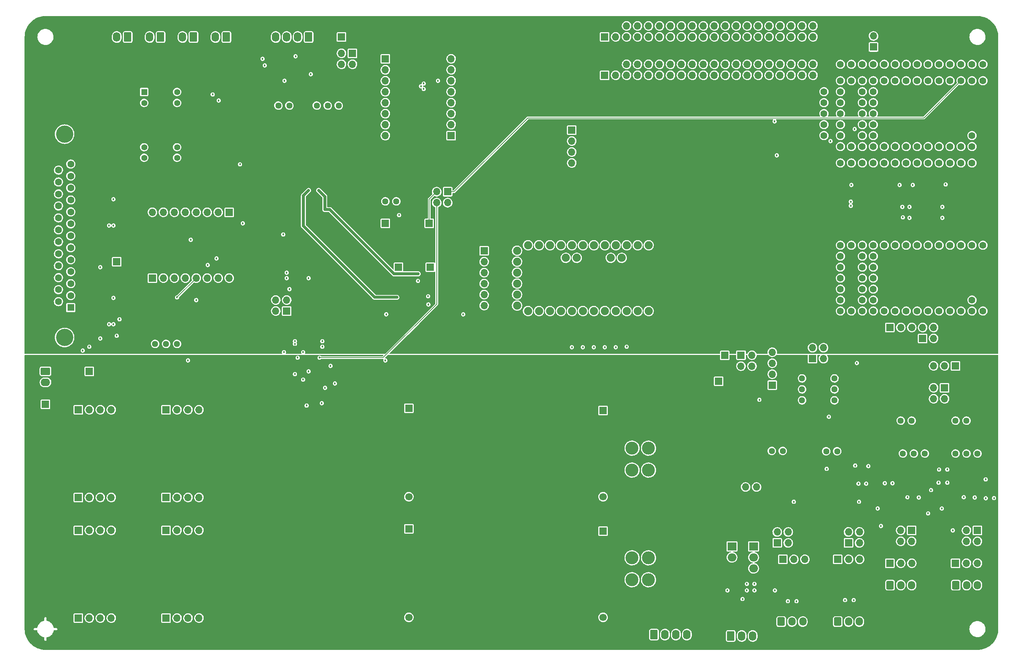
<source format=gbr>
%TF.GenerationSoftware,KiCad,Pcbnew,(6.0.5)*%
%TF.CreationDate,2022-07-10T20:23:42-07:00*%
%TF.ProjectId,main_board,6d61696e-5f62-46f6-9172-642e6b696361,rev?*%
%TF.SameCoordinates,PX5c0c740PYc1c9600*%
%TF.FileFunction,Copper,L3,Inr*%
%TF.FilePolarity,Positive*%
%FSLAX46Y46*%
G04 Gerber Fmt 4.6, Leading zero omitted, Abs format (unit mm)*
G04 Created by KiCad (PCBNEW (6.0.5)) date 2022-07-10 20:23:42*
%MOMM*%
%LPD*%
G01*
G04 APERTURE LIST*
G04 Aperture macros list*
%AMRoundRect*
0 Rectangle with rounded corners*
0 $1 Rounding radius*
0 $2 $3 $4 $5 $6 $7 $8 $9 X,Y pos of 4 corners*
0 Add a 4 corners polygon primitive as box body*
4,1,4,$2,$3,$4,$5,$6,$7,$8,$9,$2,$3,0*
0 Add four circle primitives for the rounded corners*
1,1,$1+$1,$2,$3*
1,1,$1+$1,$4,$5*
1,1,$1+$1,$6,$7*
1,1,$1+$1,$8,$9*
0 Add four rect primitives between the rounded corners*
20,1,$1+$1,$2,$3,$4,$5,0*
20,1,$1+$1,$4,$5,$6,$7,0*
20,1,$1+$1,$6,$7,$8,$9,0*
20,1,$1+$1,$8,$9,$2,$3,0*%
G04 Aperture macros list end*
%TA.AperFunction,ComponentPad*%
%ADD10C,1.440000*%
%TD*%
%TA.AperFunction,ComponentPad*%
%ADD11R,1.700000X1.700000*%
%TD*%
%TA.AperFunction,ComponentPad*%
%ADD12O,1.700000X1.700000*%
%TD*%
%TA.AperFunction,ComponentPad*%
%ADD13R,1.400000X1.400000*%
%TD*%
%TA.AperFunction,ComponentPad*%
%ADD14C,1.400000*%
%TD*%
%TA.AperFunction,ComponentPad*%
%ADD15RoundRect,0.250000X-0.620000X-0.845000X0.620000X-0.845000X0.620000X0.845000X-0.620000X0.845000X0*%
%TD*%
%TA.AperFunction,ComponentPad*%
%ADD16O,1.740000X2.190000*%
%TD*%
%TA.AperFunction,ComponentPad*%
%ADD17C,1.700000*%
%TD*%
%TA.AperFunction,ComponentPad*%
%ADD18C,1.600000*%
%TD*%
%TA.AperFunction,ComponentPad*%
%ADD19R,1.600000X1.600000*%
%TD*%
%TA.AperFunction,ComponentPad*%
%ADD20C,4.000000*%
%TD*%
%TA.AperFunction,ComponentPad*%
%ADD21C,1.879600*%
%TD*%
%TA.AperFunction,ComponentPad*%
%ADD22RoundRect,0.250000X0.620000X0.845000X-0.620000X0.845000X-0.620000X-0.845000X0.620000X-0.845000X0*%
%TD*%
%TA.AperFunction,ComponentPad*%
%ADD23R,2.000000X1.905000*%
%TD*%
%TA.AperFunction,ComponentPad*%
%ADD24O,2.000000X1.905000*%
%TD*%
%TA.AperFunction,ComponentPad*%
%ADD25RoundRect,0.250000X-0.600000X-0.725000X0.600000X-0.725000X0.600000X0.725000X-0.600000X0.725000X0*%
%TD*%
%TA.AperFunction,ComponentPad*%
%ADD26O,1.700000X1.950000*%
%TD*%
%TA.AperFunction,ComponentPad*%
%ADD27RoundRect,0.250000X-0.845000X0.620000X-0.845000X-0.620000X0.845000X-0.620000X0.845000X0.620000X0*%
%TD*%
%TA.AperFunction,ComponentPad*%
%ADD28O,2.190000X1.740000*%
%TD*%
%TA.AperFunction,ViaPad*%
%ADD29C,0.457200*%
%TD*%
%TA.AperFunction,ViaPad*%
%ADD30C,3.000000*%
%TD*%
%TA.AperFunction,Conductor*%
%ADD31C,0.635000*%
%TD*%
%TA.AperFunction,Conductor*%
%ADD32C,0.127000*%
%TD*%
G04 APERTURE END LIST*
D10*
%TO.N,Net-(InputB_Gain1-Pad1)*%
%TO.C,InputB_Gain1*%
X182778400Y52980000D03*
%TO.N,Net-(InputB_Gain1-Pad2)*%
X182778400Y55520000D03*
X182778400Y58060000D03*
%TD*%
%TO.N,Net-(GalvoB_Gain1-Pad1)*%
%TO.C,GalvoB_Gain1*%
X198618000Y40640000D03*
%TO.N,Net-(GalvoB_Gain1-Pad2)*%
X201158000Y40640000D03*
X203698000Y40640000D03*
%TD*%
D11*
%TO.N,Net-(J13-Pad1)*%
%TO.C,TP11*%
X157380000Y63400000D03*
%TD*%
%TO.N,+3V3*%
%TO.C,J3*%
X129540000Y128265000D03*
D12*
%TO.N,+5V*%
X129540000Y130805000D03*
%TO.N,/OLED_SDA*%
X132080000Y128265000D03*
%TO.N,+5V*%
X132080000Y130805000D03*
%TO.N,/OLED_SCL*%
X134620000Y128265000D03*
%TO.N,GND*%
X134620000Y130805000D03*
%TO.N,LED_trigger*%
X137160000Y128265000D03*
%TO.N,Jetson_TX*%
X137160000Y130805000D03*
%TO.N,GND*%
X139700000Y128265000D03*
%TO.N,Jetson_RX*%
X139700000Y130805000D03*
%TO.N,unconnected-(J27-Pad11)*%
X142240000Y128265000D03*
%TO.N,unconnected-(J27-Pad12)*%
X142240000Y130805000D03*
%TO.N,unconnected-(J27-Pad13)*%
X144780000Y128265000D03*
%TO.N,GND*%
X144780000Y130805000D03*
%TO.N,/CAM_TRIGGER*%
X147320000Y128265000D03*
%TO.N,unconnected-(J27-Pad16)*%
X147320000Y130805000D03*
%TO.N,+3V3*%
X149860000Y128265000D03*
%TO.N,unconnected-(J27-Pad18)*%
X149860000Y130805000D03*
%TO.N,/MOSI*%
X152400000Y128265000D03*
%TO.N,GND*%
X152400000Y130805000D03*
%TO.N,/MISO*%
X154940000Y128265000D03*
%TO.N,unconnected-(J27-Pad22)*%
X154940000Y130805000D03*
%TO.N,/SCK*%
X157480000Y128265000D03*
%TO.N,/CS*%
X157480000Y130805000D03*
%TO.N,GND*%
X160020000Y128265000D03*
%TO.N,unconnected-(J27-Pad26)*%
X160020000Y130805000D03*
%TO.N,I{slash}O_SDA*%
X162560000Y128265000D03*
%TO.N,I{slash}O_SCL*%
X162560000Y130805000D03*
%TO.N,/Prog_Reset*%
X165100000Y128265000D03*
%TO.N,GND*%
X165100000Y130805000D03*
%TO.N,/Veapons_Hot*%
X167640000Y128265000D03*
%TO.N,/MISC1*%
X167640000Y130805000D03*
%TO.N,/MISC0*%
X170180000Y128265000D03*
%TO.N,GND*%
X170180000Y130805000D03*
%TO.N,unconnected-(J27-Pad35)*%
X172720000Y128265000D03*
%TO.N,unconnected-(J27-Pad36)*%
X172720000Y130805000D03*
%TO.N,unconnected-(J27-Pad37)*%
X175260000Y128265000D03*
%TO.N,unconnected-(J27-Pad38)*%
X175260000Y130805000D03*
%TO.N,GND*%
X177800000Y128265000D03*
%TO.N,unconnected-(J27-Pad40)*%
X177800000Y130805000D03*
%TD*%
D11*
%TO.N,LED_trigger*%
%TO.C,TP2*%
X78740000Y93980000D03*
%TD*%
%TO.N,/DAC (Y)*%
%TO.C,J20*%
X210820000Y60960000D03*
D12*
%TO.N,GND*%
X208280000Y60960000D03*
%TO.N,/DAC (X)*%
X205740000Y60960000D03*
%TD*%
D11*
%TO.N,/DAC (Y)*%
%TO.C,J21*%
X208280000Y55880000D03*
D12*
%TO.N,Net-(J21-Pad2)*%
X208280000Y53340000D03*
%TO.N,/DAC (X)*%
X205740000Y55880000D03*
%TO.N,Net-(J21-Pad4)*%
X205740000Y53340000D03*
%TD*%
D11*
%TO.N,Net-(J13-Pad3)*%
%TO.C,TP12*%
X155956000Y57404000D03*
%TD*%
D13*
%TO.N,GND*%
%TO.C,K1*%
X22870000Y124400000D03*
D14*
%TO.N,Net-(D6-Pad1)*%
X22870000Y121860000D03*
%TO.N,Net-(D6-Pad2)*%
X22870000Y111600000D03*
X22870000Y109160000D03*
X30490000Y109160000D03*
%TO.N,N/C*%
X30490000Y111600000D03*
X30490000Y121860000D03*
%TO.N,GND*%
X30490000Y124400000D03*
%TD*%
D10*
%TO.N,+15V*%
%TO.C,GalvoA_Offset1*%
X210820000Y48260000D03*
%TO.N,Net-(GalvoA_Offset1-Pad2)*%
X213360000Y48260000D03*
%TO.N,-15V*%
X215900000Y48260000D03*
%TD*%
D11*
%TO.N,Net-(J23-Pad1)*%
%TO.C,J23*%
X200660000Y22860000D03*
D12*
%TO.N,Net-(J10-Pad3)*%
X200660000Y20320000D03*
%TO.N,Net-(J23-Pad3)*%
X198120000Y22860000D03*
%TO.N,Net-(J10-Pad2)*%
X198120000Y20320000D03*
%TD*%
D11*
%TO.N,LED_B_On*%
%TO.C,J42*%
X24765000Y81280000D03*
D12*
%TO.N,LED_A_On*%
X27305000Y81280000D03*
%TO.N,LED_Open_Fault_B*%
X29845000Y81280000D03*
%TO.N,LED_Open_Fault_A*%
X32385000Y81280000D03*
%TO.N,LED_Temp_Fault*%
X34925000Y81280000D03*
%TO.N,Net-(J42-Pad6)*%
X37465000Y81280000D03*
%TO.N,Net-(J42-Pad7)*%
X40005000Y81280000D03*
%TO.N,Net-(J42-Pad8)*%
X42545000Y81280000D03*
%TD*%
D11*
%TO.N,-15V*%
%TO.C,J22*%
X159655000Y32900000D03*
D12*
%TO.N,GND*%
X162195000Y32900000D03*
%TO.N,+15V*%
X164735000Y32900000D03*
%TD*%
D11*
%TO.N,Net-(J24-Pad1)*%
%TO.C,J24*%
X215900000Y22860000D03*
D12*
%TO.N,Net-(J24-Pad2)*%
X215900000Y20320000D03*
%TO.N,Net-(J24-Pad3)*%
X213360000Y22860000D03*
%TO.N,Net-(J24-Pad4)*%
X213360000Y20320000D03*
%TD*%
D10*
%TO.N,+5V*%
%TO.C,Cam_Input1*%
X51425000Y121245000D03*
%TO.N,Net-(Cam_Input1-Pad2)*%
X53965000Y121245000D03*
%TO.N,GND*%
X56505000Y121245000D03*
%TD*%
D15*
%TO.N,GND*%
%TO.C,J31*%
X140970000Y-1290000D03*
D16*
X143510000Y-1290000D03*
%TO.N,+24V*%
X146050000Y-1290000D03*
X148590000Y-1290000D03*
%TD*%
D10*
%TO.N,+3V3*%
%TO.C,Cam_Output1*%
X62855000Y121245000D03*
%TO.N,Net-(Cam_Output1-Pad2)*%
X65395000Y121245000D03*
%TO.N,GND*%
X67935000Y121245000D03*
%TD*%
%TO.N,Net-(InputA_Gain1-Pad1)*%
%TO.C,InputA_Gain1*%
X175260000Y52980000D03*
%TO.N,Net-(InputA_Gain1-Pad2)*%
X175260000Y55520000D03*
X175260000Y58060000D03*
%TD*%
D11*
%TO.N,+3V3*%
%TO.C,J27*%
X129540000Y137160000D03*
D12*
%TO.N,+5V*%
X129540000Y139700000D03*
%TO.N,/OLED_SDA*%
X132080000Y137160000D03*
%TO.N,+5V*%
X132080000Y139700000D03*
%TO.N,/OLED_SCL*%
X134620000Y137160000D03*
%TO.N,GND*%
X134620000Y139700000D03*
%TO.N,LED_trigger*%
X137160000Y137160000D03*
%TO.N,Jetson_TX*%
X137160000Y139700000D03*
%TO.N,GND*%
X139700000Y137160000D03*
%TO.N,Jetson_RX*%
X139700000Y139700000D03*
%TO.N,unconnected-(J27-Pad11)*%
X142240000Y137160000D03*
%TO.N,unconnected-(J27-Pad12)*%
X142240000Y139700000D03*
%TO.N,unconnected-(J27-Pad13)*%
X144780000Y137160000D03*
%TO.N,GND*%
X144780000Y139700000D03*
%TO.N,/CAM_TRIGGER*%
X147320000Y137160000D03*
%TO.N,unconnected-(J27-Pad16)*%
X147320000Y139700000D03*
%TO.N,+3V3*%
X149860000Y137160000D03*
%TO.N,unconnected-(J27-Pad18)*%
X149860000Y139700000D03*
%TO.N,/MOSI*%
X152400000Y137160000D03*
%TO.N,GND*%
X152400000Y139700000D03*
%TO.N,/MISO*%
X154940000Y137160000D03*
%TO.N,unconnected-(J27-Pad22)*%
X154940000Y139700000D03*
%TO.N,/SCK*%
X157480000Y137160000D03*
%TO.N,/CS*%
X157480000Y139700000D03*
%TO.N,GND*%
X160020000Y137160000D03*
%TO.N,unconnected-(J27-Pad26)*%
X160020000Y139700000D03*
%TO.N,I{slash}O_SDA*%
X162560000Y137160000D03*
%TO.N,I{slash}O_SCL*%
X162560000Y139700000D03*
%TO.N,/Prog_Reset*%
X165100000Y137160000D03*
%TO.N,GND*%
X165100000Y139700000D03*
%TO.N,/Veapons_Hot*%
X167640000Y137160000D03*
%TO.N,/MISC1*%
X167640000Y139700000D03*
%TO.N,/MISC0*%
X170180000Y137160000D03*
%TO.N,GND*%
X170180000Y139700000D03*
%TO.N,unconnected-(J27-Pad35)*%
X172720000Y137160000D03*
%TO.N,unconnected-(J27-Pad36)*%
X172720000Y139700000D03*
%TO.N,unconnected-(J27-Pad37)*%
X175260000Y137160000D03*
%TO.N,unconnected-(J27-Pad38)*%
X175260000Y139700000D03*
%TO.N,GND*%
X177800000Y137160000D03*
%TO.N,unconnected-(J27-Pad40)*%
X177800000Y139700000D03*
%TD*%
D11*
%TO.N,LED_CTL*%
%TO.C,TP5*%
X89154000Y83820000D03*
%TD*%
%TO.N,/Pos_A(+)*%
%TO.C,J14*%
X170845000Y16150000D03*
D12*
%TO.N,GND*%
X173385000Y16150000D03*
%TO.N,/Pos_A(-)*%
X175925000Y16150000D03*
%TD*%
D11*
%TO.N,GND*%
%TO.C,J43*%
X27940000Y50800000D03*
D12*
X30480000Y50800000D03*
X33020000Y50800000D03*
X35560000Y50800000D03*
%TD*%
D10*
%TO.N,+15V*%
%TO.C,GalvoB_Offset1*%
X198120000Y48260000D03*
%TO.N,Net-(GalvoB_Offset1-Pad2)*%
X200660000Y48260000D03*
%TO.N,-15V*%
X203200000Y48260000D03*
%TD*%
D11*
%TO.N,Net-(J13-Pad1)*%
%TO.C,J13*%
X161130000Y63440000D03*
D12*
%TO.N,/ADC (X)*%
X163670000Y63440000D03*
%TO.N,Net-(J13-Pad3)*%
X161130000Y60900000D03*
%TO.N,/ADC (Y)*%
X163670000Y60900000D03*
%TD*%
D15*
%TO.N,Net-(C28-Pad2)*%
%TO.C,J8*%
X158750000Y-1600000D03*
D16*
%TO.N,Net-(C28-Pad1)*%
X161290000Y-1600000D03*
%TO.N,Net-(C29-Pad1)*%
X163830000Y-1600000D03*
%TD*%
D17*
%TO.N,+24V*%
%TO.C,DC1*%
X129180000Y30640000D03*
D11*
%TO.N,GND*%
X129180000Y50640000D03*
X84180000Y51140000D03*
D17*
%TO.N,Net-(DC1-Pad4)*%
X84180000Y30640000D03*
%TD*%
D11*
%TO.N,GND*%
%TO.C,J26*%
X195595000Y15240000D03*
D12*
%TO.N,Net-(J10-Pad2)*%
X198135000Y15240000D03*
%TO.N,Net-(J10-Pad3)*%
X200675000Y15240000D03*
%TD*%
D11*
%TO.N,Net-(J33-Pad1)*%
%TO.C,J33*%
X55885000Y73660000D03*
D12*
%TO.N,Laser_RX*%
X53345000Y73660000D03*
%TO.N,Net-(J33-Pad3)*%
X55885000Y76200000D03*
%TO.N,Laser_TX*%
X53345000Y76200000D03*
%TD*%
D18*
%TO.N,unconnected-(J30-Pad25)*%
%TO.C,J30*%
X3015531Y106314400D03*
%TO.N,GND*%
X3015531Y103544400D03*
%TO.N,Net-(D6-Pad2)*%
X3015531Y100774400D03*
%TO.N,Net-(J30-Pad22)*%
X3015531Y98004400D03*
%TO.N,unconnected-(J30-Pad21)*%
X3015531Y95234400D03*
%TO.N,Net-(J30-Pad20)*%
X3015531Y92464400D03*
%TO.N,Net-(J30-Pad19)*%
X3015531Y89694400D03*
%TO.N,unconnected-(J30-Pad18)*%
X3015531Y86924400D03*
%TO.N,Laser_Trigger*%
X3015531Y84154400D03*
%TO.N,unconnected-(J30-Pad16)*%
X3015531Y81384400D03*
%TO.N,Net-(J30-Pad15)*%
X3015531Y78614400D03*
%TO.N,Net-(J30-Pad14)*%
X3015531Y75844400D03*
%TO.N,unconnected-(J30-Pad13)*%
X5855531Y107699400D03*
%TO.N,unconnected-(J30-Pad12)*%
X5855531Y104929400D03*
%TO.N,unconnected-(J30-Pad11)*%
X5855531Y102159400D03*
%TO.N,unconnected-(J30-Pad10)*%
X5855531Y99389400D03*
%TO.N,GND*%
X5855531Y96619400D03*
%TO.N,Laser_PWM_DAC_0-5v*%
X5855531Y93849400D03*
%TO.N,unconnected-(J30-Pad7)*%
X5855531Y91079400D03*
%TO.N,unconnected-(J30-Pad6)*%
X5855531Y88309400D03*
%TO.N,Laser_RX*%
X5855531Y85539400D03*
%TO.N,Laser_TX*%
X5855531Y82769400D03*
%TO.N,unconnected-(J30-Pad3)*%
X5855531Y79999400D03*
%TO.N,GND*%
X5855531Y77229400D03*
D19*
X5855531Y74459400D03*
D20*
X4435531Y114629400D03*
X4435531Y67529400D03*
%TD*%
D21*
%TO.N,Net-(J28-Pad1)*%
%TO.C,U16*%
X109240000Y87630000D03*
%TO.N,Net-(J28-Pad2)*%
X109240000Y85090000D03*
%TO.N,Net-(J28-Pad3)*%
X109240000Y82550000D03*
%TO.N,+3V3*%
X109240000Y80010000D03*
%TO.N,GND*%
X109240000Y77470000D03*
X109240000Y74930000D03*
%TO.N,unconnected-(U16-PadJP2_1)*%
X123083000Y85979000D03*
%TO.N,unconnected-(U16-PadJP2_2)*%
X120543000Y85979000D03*
%TO.N,unconnected-(U16-PadJP3_1)*%
X133497000Y85979000D03*
%TO.N,unconnected-(U16-PadJP3_2)*%
X130957000Y85979000D03*
%TO.N,unconnected-(U16-PadJP6_1)*%
X111780000Y88900000D03*
%TO.N,GND*%
X114320000Y88900000D03*
%TO.N,unconnected-(U16-PadJP6_3)*%
X116860000Y88900000D03*
%TO.N,+3V3*%
X119400000Y88900000D03*
%TO.N,unconnected-(U16-PadJP6_5)*%
X121940000Y88900000D03*
%TO.N,unconnected-(U16-PadJP6_6)*%
X124480000Y88900000D03*
%TO.N,unconnected-(U16-PadJP6_7)*%
X127020000Y88900000D03*
%TO.N,unconnected-(U16-PadJP6_8)*%
X129560000Y88900000D03*
%TO.N,unconnected-(U16-PadJP6_9)*%
X132100000Y88900000D03*
%TO.N,unconnected-(U16-PadJP6_10)*%
X134640000Y88900000D03*
%TO.N,unconnected-(U16-PadJP6_11)*%
X137180000Y88900000D03*
%TO.N,unconnected-(U16-PadJP6_12)*%
X139720000Y88900000D03*
%TO.N,unconnected-(U16-PadJP7_1)*%
X139720000Y73660000D03*
%TO.N,unconnected-(U16-PadJP7_2)*%
X137180000Y73660000D03*
%TO.N,unconnected-(U16-PadJP7_3)*%
X134640000Y73660000D03*
%TO.N,unconnected-(U16-PadJP7_4)*%
X132100000Y73660000D03*
%TO.N,/Clear_Fault*%
X129560000Y73660000D03*
%TO.N,/LAZOR!!!*%
X127020000Y73660000D03*
%TO.N,/Fault*%
X124480000Y73660000D03*
%TO.N,/Laz0r?*%
X121940000Y73660000D03*
%TO.N,GND*%
X119400000Y73660000D03*
%TO.N,unconnected-(U16-PadJP7_10)*%
X116860000Y73660000D03*
%TO.N,unconnected-(U16-PadJP7_11)*%
X114320000Y73660000D03*
%TO.N,unconnected-(U16-PadJP7_12)*%
X111780000Y73660000D03*
%TD*%
D11*
%TO.N,GND*%
%TO.C,J44*%
X27940000Y22860000D03*
D12*
X30480000Y22860000D03*
X33020000Y22860000D03*
X35560000Y22860000D03*
%TD*%
D22*
%TO.N,Net-(D6-Pad1)*%
%TO.C,J36*%
X26670000Y137120000D03*
D16*
%TO.N,Net-(J36-Pad2)*%
X24130000Y137120000D03*
%TD*%
D11*
%TO.N,GND*%
%TO.C,J5*%
X203200000Y67310000D03*
D12*
%TO.N,/ADC (Y)*%
X203200000Y69850000D03*
%TO.N,GND*%
X205740000Y67310000D03*
%TO.N,/ADC (X)*%
X205740000Y69850000D03*
%TD*%
D11*
%TO.N,Net-(J18-Pad1)*%
%TO.C,J18*%
X177705000Y62625000D03*
D12*
%TO.N,Net-(J18-Pad2)*%
X177705000Y65165000D03*
%TO.N,Net-(J18-Pad3)*%
X180245000Y62625000D03*
%TO.N,Net-(J18-Pad4)*%
X180245000Y65165000D03*
%TD*%
D11*
%TO.N,GND*%
%TO.C,J47*%
X7620000Y30480000D03*
D12*
%TO.N,Net-(J47-Pad2)*%
X10160000Y30480000D03*
%TO.N,Net-(J47-Pad3)*%
X12700000Y30480000D03*
%TO.N,LED_CTL*%
X15240000Y30480000D03*
%TD*%
D17*
%TO.N,+24V*%
%TO.C,DC2*%
X129180000Y2700000D03*
D11*
%TO.N,GND*%
X129180000Y22700000D03*
X84180000Y23200000D03*
D17*
%TO.N,Net-(DC2-Pad4)*%
X84180000Y2700000D03*
%TD*%
D11*
%TO.N,GND*%
%TO.C,J25*%
X210820000Y15240000D03*
D12*
%TO.N,Net-(J24-Pad4)*%
X213360000Y15240000D03*
%TO.N,Net-(J24-Pad2)*%
X215900000Y15240000D03*
%TD*%
D23*
%TO.N,GND*%
%TO.C,U25*%
X159035000Y19140000D03*
D24*
%TO.N,Net-(C19-Pad2)*%
X159035000Y16600000D03*
%TO.N,-15V*%
X159035000Y14060000D03*
%TD*%
D11*
%TO.N,/DAC (Y)*%
%TO.C,J6*%
X195595000Y69850000D03*
D12*
%TO.N,GND*%
X198135000Y69850000D03*
%TO.N,/DAC (X)*%
X200675000Y69850000D03*
%TD*%
D11*
%TO.N,/Pos_B(+)*%
%TO.C,J15*%
X183530000Y16150000D03*
D12*
%TO.N,GND*%
X186070000Y16150000D03*
%TO.N,/Pos_B(-)*%
X188610000Y16150000D03*
%TD*%
D11*
%TO.N,Net-(J32-Pad2)*%
%TO.C,TP6*%
X0Y52070000D03*
%TD*%
%TO.N,Net-(DC1-Pad4)*%
%TO.C,J29*%
X27940000Y30480000D03*
D12*
X30480000Y30480000D03*
X33020000Y30480000D03*
X35560000Y30480000D03*
%TD*%
D11*
%TO.N,GND*%
%TO.C,J12*%
X168380000Y56500000D03*
D12*
%TO.N,/ADC (Y)*%
X168380000Y59040000D03*
%TO.N,GND*%
X168380000Y61580000D03*
%TO.N,/ADC (X)*%
X168380000Y64120000D03*
%TD*%
D11*
%TO.N,Net-(J40-Pad1)*%
%TO.C,J40*%
X93980000Y114300000D03*
D12*
%TO.N,Net-(J40-Pad2)*%
X93980000Y116840000D03*
%TO.N,Net-(J40-Pad3)*%
X93980000Y119380000D03*
%TO.N,Net-(J40-Pad4)*%
X93980000Y121920000D03*
%TO.N,Net-(J40-Pad5)*%
X93980000Y124460000D03*
%TO.N,Net-(J40-Pad6)*%
X93980000Y127000000D03*
%TO.N,Net-(J40-Pad7)*%
X93980000Y129540000D03*
%TO.N,Net-(J40-Pad8)*%
X93980000Y132080000D03*
%TD*%
D11*
%TO.N,GND*%
%TO.C,J45*%
X7620000Y50800000D03*
D12*
X10160000Y50800000D03*
X12700000Y50800000D03*
X15240000Y50800000D03*
%TD*%
D10*
%TO.N,+15V*%
%TO.C,InputB_offset1*%
X183398000Y41169000D03*
%TO.N,Net-(InputB_offset1-Pad2)*%
X180858000Y41169000D03*
%TO.N,-15V*%
X178318000Y41169000D03*
%TD*%
D11*
%TO.N,LED_Temp_Fault*%
%TO.C,TP7*%
X10160000Y59690000D03*
%TD*%
%TO.N,/Pos_A(+)*%
%TO.C,J16*%
X169520006Y19954996D03*
D12*
%TO.N,Net-(J16-Pad2)*%
X169520006Y22494996D03*
%TO.N,/Pos_A(-)*%
X172060006Y19954996D03*
%TO.N,Net-(J16-Pad4)*%
X172060006Y22494996D03*
%TD*%
D11*
%TO.N,time_dilation*%
%TO.C,J19*%
X191820800Y134823200D03*
D12*
%TO.N,Net-(J19-Pad2)*%
X191820800Y137363200D03*
%TD*%
D11*
%TO.N,Net-(J28-Pad1)*%
%TO.C,J28*%
X101620000Y87630000D03*
D12*
%TO.N,Net-(J28-Pad2)*%
X101620000Y85090000D03*
%TO.N,Net-(J28-Pad3)*%
X101620000Y82550000D03*
%TO.N,+3V3*%
X101620000Y80010000D03*
%TO.N,GND*%
X101620000Y77470000D03*
X101620000Y74930000D03*
%TD*%
D23*
%TO.N,Net-(C18-Pad1)*%
%TO.C,U19*%
X164035000Y19140000D03*
D24*
%TO.N,GND*%
X164035000Y16600000D03*
%TO.N,+15V*%
X164035000Y14060000D03*
%TD*%
D11*
%TO.N,Net-(DC2-Pad4)*%
%TO.C,J38*%
X27940000Y2540000D03*
D12*
X30480000Y2540000D03*
X33020000Y2540000D03*
X35560000Y2540000D03*
%TD*%
D10*
%TO.N,+3V3*%
%TO.C,LED_Temp1*%
X30480000Y66040000D03*
%TO.N,Net-(LED_Temp1-Pad2)*%
X27940000Y66040000D03*
%TO.N,GND*%
X25400000Y66040000D03*
%TD*%
D11*
%TO.N,/OLED_SDA*%
%TO.C,J11*%
X121920000Y115570000D03*
D12*
%TO.N,/OLED_SCL*%
X121920000Y113030000D03*
%TO.N,+3V3*%
X121920000Y110490000D03*
%TO.N,GND*%
X121920000Y107950000D03*
%TD*%
D11*
%TO.N,/Cam_In*%
%TO.C,TP1*%
X68580000Y137120000D03*
%TD*%
%TO.N,Net-(TP3-Pad1)*%
%TO.C,TP3*%
X88900000Y93980000D03*
%TD*%
D18*
%TO.N,GND*%
%TO.C,U11*%
X217170000Y88900000D03*
%TO.N,unconnected-(U11-Pad2)*%
X214630000Y88900000D03*
%TO.N,unconnected-(U11-Pad3)*%
X212090000Y88900000D03*
%TO.N,unconnected-(U11-Pad4)*%
X209550000Y88900000D03*
%TO.N,unconnected-(U11-Pad5)*%
X207010000Y88900000D03*
%TO.N,unconnected-(U11-Pad6)*%
X204470000Y88900000D03*
%TO.N,unconnected-(U11-Pad7)*%
X201930000Y88900000D03*
%TO.N,unconnected-(U11-Pad8)*%
X199390000Y88900000D03*
%TO.N,SGT_TX*%
X196850000Y88900000D03*
%TO.N,SGT_RX*%
X194310000Y88900000D03*
%TO.N,unconnected-(U11-Pad11)*%
X191770000Y88900000D03*
%TO.N,unconnected-(U11-Pad12)*%
X189230000Y88900000D03*
%TO.N,unconnected-(U11-Pad13)*%
X186690000Y88900000D03*
%TO.N,unconnected-(U11-Pad14)*%
X184150000Y88900000D03*
%TO.N,unconnected-(U11-Pad15)*%
X184150000Y86360000D03*
%TO.N,unconnected-(U11-Pad16)*%
X184150000Y83820000D03*
%TO.N,GND*%
X184150000Y81280000D03*
%TO.N,unconnected-(U11-Pad18)*%
X184150000Y78740000D03*
%TO.N,unconnected-(U11-Pad19)*%
X184150000Y76200000D03*
%TO.N,unconnected-(U11-Pad20)*%
X184150000Y73660000D03*
%TO.N,unconnected-(U11-Pad21)*%
X186690000Y73660000D03*
%TO.N,unconnected-(U11-Pad22)*%
X189230000Y73660000D03*
%TO.N,unconnected-(U11-Pad23)*%
X191770000Y73660000D03*
%TO.N,unconnected-(U11-Pad24)*%
X194310000Y73660000D03*
%TO.N,SGT_SDA*%
X196850000Y73660000D03*
%TO.N,SGT_SCL*%
X199390000Y73660000D03*
%TO.N,SGT_LRCLK*%
X201930000Y73660000D03*
%TO.N,SGT_BCLK*%
X204470000Y73660000D03*
%TO.N,unconnected-(U11-Pad29)*%
X207010000Y73660000D03*
%TO.N,SGT_MCLK*%
X209550000Y73660000D03*
%TO.N,SGT_3.3*%
X212090000Y73660000D03*
%TO.N,GND*%
X214630000Y73660000D03*
%TO.N,unconnected-(U11-Pad33)*%
X217170000Y73660000D03*
%TO.N,unconnected-(U11-Pad34)*%
X214630000Y76200000D03*
%TO.N,unconnected-(U11-Pad35)*%
X189230000Y76200000D03*
%TO.N,unconnected-(U11-Pad36)*%
X191770000Y76200000D03*
%TO.N,unconnected-(U11-Pad37)*%
X189230000Y78740000D03*
%TO.N,unconnected-(U11-Pad38)*%
X191770000Y78740000D03*
%TO.N,unconnected-(U11-Pad39)*%
X189230000Y81280000D03*
%TO.N,unconnected-(U11-Pad40)*%
X191770000Y81280000D03*
%TO.N,unconnected-(U11-Pad41)*%
X189230000Y83820000D03*
%TO.N,unconnected-(U11-Pad42)*%
X191770000Y83820000D03*
%TO.N,unconnected-(U11-Pad43)*%
X189230000Y86360000D03*
%TO.N,unconnected-(U11-Pad44)*%
X191770000Y86360000D03*
%TD*%
D22*
%TO.N,GND*%
%TO.C,J34*%
X41910000Y137120000D03*
D16*
%TO.N,Net-(D6-Pad2)*%
X39370000Y137120000D03*
%TD*%
D11*
%TO.N,GND*%
%TO.C,J48*%
X7620000Y2540000D03*
D12*
%TO.N,Net-(J48-Pad2)*%
X10160000Y2540000D03*
%TO.N,Net-(J48-Pad3)*%
X12700000Y2540000D03*
%TO.N,LED_CTL*%
X15240000Y2540000D03*
%TD*%
D25*
%TO.N,GND*%
%TO.C,J9*%
X210900000Y10160000D03*
D26*
%TO.N,Net-(J24-Pad4)*%
X213400000Y10160000D03*
%TO.N,Net-(J24-Pad2)*%
X215900000Y10160000D03*
%TD*%
D11*
%TO.N,/Cam_Out*%
%TO.C,J7*%
X71120000Y133355000D03*
D12*
%TO.N,Net-(J7-Pad2)*%
X71120000Y130815000D03*
%TO.N,/Cam_Out*%
X68580000Y133355000D03*
%TO.N,Net-(J7-Pad4)*%
X68580000Y130815000D03*
%TD*%
D11*
%TO.N,/Pos_B(+)*%
%TO.C,J17*%
X186030006Y19960000D03*
D12*
%TO.N,Net-(J17-Pad2)*%
X186030006Y22500000D03*
%TO.N,/Pos_B(-)*%
X188570006Y19960000D03*
%TO.N,Net-(J17-Pad4)*%
X188570006Y22500000D03*
%TD*%
D10*
%TO.N,+5V*%
%TO.C,LED_Trigger1*%
X83820000Y99060000D03*
%TO.N,Net-(LED_Trigger1-Pad2)*%
X81280000Y99060000D03*
%TO.N,GND*%
X78740000Y99060000D03*
%TD*%
D11*
%TO.N,GND*%
%TO.C,J46*%
X7620000Y22860000D03*
D12*
X10160000Y22860000D03*
X12700000Y22860000D03*
X15240000Y22860000D03*
%TD*%
D11*
%TO.N,LED_trigger_teensy*%
%TO.C,J49*%
X93167200Y101295200D03*
D12*
%TO.N,LED_PWM*%
X93167200Y98755200D03*
%TO.N,Net-(TP3-Pad1)*%
X90627200Y101295200D03*
%TO.N,LED_PWM*%
X90627200Y98755200D03*
%TD*%
D10*
%TO.N,+15V*%
%TO.C,InputA_offset1*%
X170799600Y41245200D03*
%TO.N,Net-(InputA_offset1-Pad2)*%
X168259600Y41245200D03*
%TO.N,-15V*%
X165719600Y41245200D03*
%TD*%
D11*
%TO.N,Net-(C7-Pad1)*%
%TO.C,TP4*%
X81788000Y83818430D03*
%TD*%
%TO.N,Net-(J39-Pad1)*%
%TO.C,J39*%
X78740000Y132065000D03*
D12*
%TO.N,Net-(J39-Pad2)*%
X78740000Y129525000D03*
%TO.N,Net-(J39-Pad3)*%
X78740000Y126985000D03*
%TO.N,Net-(J39-Pad4)*%
X78740000Y124445000D03*
%TO.N,Net-(J39-Pad5)*%
X78740000Y121905000D03*
%TO.N,Net-(J39-Pad6)*%
X78740000Y119365000D03*
%TO.N,Net-(J39-Pad7)*%
X78740000Y116825000D03*
%TO.N,Net-(J39-Pad8)*%
X78740000Y114285000D03*
%TD*%
D18*
%TO.N,GND*%
%TO.C,U10*%
X217170000Y130810000D03*
X217170000Y127000000D03*
%TO.N,unconnected-(U10-Pad2)*%
X214630000Y127000000D03*
X214630000Y130810000D03*
%TO.N,LED_trigger_teensy*%
X212090000Y127000000D03*
X212090000Y130810000D03*
%TO.N,LED_PWM_DAC*%
X209550000Y130810000D03*
X209550000Y127000000D03*
%TO.N,/CAM_TRIGGER*%
X207010000Y127000000D03*
X207010000Y130810000D03*
%TO.N,LED_trigger*%
X204470000Y130810000D03*
X204470000Y127000000D03*
%TO.N,/MISC1*%
X201930000Y130810000D03*
X201930000Y127000000D03*
%TO.N,/MISC0*%
X199390000Y130810000D03*
X199390000Y127000000D03*
%TO.N,SGT_TX*%
X196850000Y130810000D03*
X196850000Y127000000D03*
%TO.N,SGT_RX*%
X194310000Y130810000D03*
X194310000Y127000000D03*
%TO.N,time_dilation*%
X191770000Y127000000D03*
X191770000Y130810000D03*
%TO.N,/CS*%
X189230000Y127000000D03*
X189230000Y130810000D03*
%TO.N,/MISO*%
X186690000Y127000000D03*
X186690000Y130810000D03*
%TO.N,/MOSI*%
X184150000Y127000000D03*
X184150000Y130810000D03*
%TO.N,unconnected-(U10-Pad15)*%
X180340000Y124460000D03*
X184150000Y124460000D03*
%TO.N,unconnected-(U10-Pad16)*%
X180340000Y121920000D03*
X184150000Y121920000D03*
%TO.N,GND*%
X184150000Y119380000D03*
X180340000Y119380000D03*
%TO.N,Net-(Q1-Pad3)*%
X180340000Y116840000D03*
X184150000Y116840000D03*
%TO.N,unconnected-(U10-Pad19)*%
X180340000Y114300000D03*
X184150000Y114300000D03*
%TO.N,/SCK*%
X184150000Y107950000D03*
X184150000Y111760000D03*
%TO.N,Laser_PWM_DAC*%
X186690000Y111760000D03*
X186690000Y107950000D03*
%TO.N,/Laz0r?*%
X189230000Y111760000D03*
X189230000Y107950000D03*
%TO.N,/Clear_Fault*%
X191770000Y107950000D03*
X191770000Y111760000D03*
%TO.N,/Fault*%
X194310000Y107950000D03*
X194310000Y111760000D03*
%TO.N,SGT_SDA*%
X196850000Y107950000D03*
X196850000Y111760000D03*
%TO.N,SGT_SCL*%
X199390000Y107950000D03*
X199390000Y111760000D03*
%TO.N,SGT_LRCLK*%
X201930000Y111760000D03*
X201930000Y107950000D03*
%TO.N,SGT_BCLK*%
X204470000Y107950000D03*
X204470000Y111760000D03*
%TO.N,Red_Laser_Trigger*%
X207010000Y107950000D03*
X207010000Y111760000D03*
%TO.N,SGT_MCLK*%
X209550000Y107950000D03*
X209550000Y111760000D03*
%TO.N,SGT_3.3*%
X212090000Y111760000D03*
X212090000Y107950000D03*
%TO.N,GND*%
X214630000Y111760000D03*
X214630000Y107950000D03*
%TO.N,+5V*%
X217170000Y111760000D03*
X217170000Y107950000D03*
%TO.N,unconnected-(U10-Pad34)*%
X214630000Y114300000D03*
%TO.N,unconnected-(U10-Pad35)*%
X189230000Y114300000D03*
%TO.N,unconnected-(U10-Pad36)*%
X191770000Y114300000D03*
%TO.N,unconnected-(U10-Pad37)*%
X189230000Y116840000D03*
%TO.N,unconnected-(U10-Pad38)*%
X191770000Y116840000D03*
%TO.N,unconnected-(U10-Pad39)*%
X189230000Y119380000D03*
%TO.N,unconnected-(U10-Pad40)*%
X191770000Y119380000D03*
%TO.N,unconnected-(U10-Pad41)*%
X189230000Y121920000D03*
%TO.N,unconnected-(U10-Pad42)*%
X191770000Y121920000D03*
%TO.N,unconnected-(U10-Pad43)*%
X189230000Y124460000D03*
%TO.N,unconnected-(U10-Pad44)*%
X191770000Y124460000D03*
%TD*%
D10*
%TO.N,Net-(GalvoA_Gain1-Pad1)*%
%TO.C,GalvoA_Gain1*%
X210810000Y40640000D03*
%TO.N,Net-(GalvoA_Gain1-Pad2)*%
X213350000Y40640000D03*
X215890000Y40640000D03*
%TD*%
D11*
%TO.N,Laser_Trigger*%
%TO.C,TP8*%
X16510000Y85090000D03*
%TD*%
D22*
%TO.N,GND*%
%TO.C,J37*%
X34290000Y137120000D03*
D16*
%TO.N,Net-(J37-Pad2)*%
X31750000Y137120000D03*
%TD*%
D11*
%TO.N,Net-(J41-Pad1)*%
%TO.C,J41*%
X42545000Y96520000D03*
D12*
%TO.N,Net-(J41-Pad2)*%
X40005000Y96520000D03*
%TO.N,Net-(J41-Pad3)*%
X37465000Y96520000D03*
%TO.N,Net-(J41-Pad4)*%
X34925000Y96520000D03*
%TO.N,Net-(J41-Pad5)*%
X32385000Y96520000D03*
%TO.N,Net-(J19-Pad2)*%
X29845000Y96520000D03*
%TO.N,Net-(J41-Pad7)*%
X27305000Y96520000D03*
%TO.N,Net-(J41-Pad8)*%
X24765000Y96520000D03*
%TD*%
D27*
%TO.N,+3V3*%
%TO.C,J32*%
X0Y59690000D03*
D28*
%TO.N,Net-(J32-Pad2)*%
X0Y57150000D03*
%TD*%
D22*
%TO.N,GND*%
%TO.C,J4*%
X60960000Y137120000D03*
D16*
X58420000Y137120000D03*
%TO.N,/Cam_Out*%
X55880000Y137120000D03*
%TO.N,/Cam_In*%
X53340000Y137120000D03*
%TD*%
D22*
%TO.N,GND*%
%TO.C,J35*%
X19050000Y137120000D03*
D16*
%TO.N,Net-(J35-Pad2)*%
X16510000Y137120000D03*
%TD*%
D25*
%TO.N,/Pos_B(+)*%
%TO.C,J1*%
X183555000Y1725000D03*
D26*
%TO.N,GND*%
X186055000Y1725000D03*
%TO.N,/Pos_B(-)*%
X188555000Y1725000D03*
%TD*%
D25*
%TO.N,GND*%
%TO.C,J10*%
X195660000Y10177000D03*
D26*
%TO.N,Net-(J10-Pad2)*%
X198160000Y10177000D03*
%TO.N,Net-(J10-Pad3)*%
X200660000Y10177000D03*
%TD*%
D25*
%TO.N,/Pos_A(+)*%
%TO.C,J2*%
X170440000Y1725000D03*
D26*
%TO.N,GND*%
X172940000Y1725000D03*
%TO.N,/Pos_A(-)*%
X175440000Y1725000D03*
%TD*%
D29*
%TO.N,+3V3*%
X55245000Y64135000D03*
X61468000Y128524000D03*
X90932000Y127000000D03*
X37592000Y84328000D03*
X8636000Y64516000D03*
X40132000Y122428000D03*
X198628000Y95377000D03*
X16510000Y67945000D03*
X198501000Y97790000D03*
X15748000Y99568000D03*
X15748000Y93472000D03*
X15748000Y76708000D03*
X56515000Y78740000D03*
X39624000Y85852000D03*
X15748000Y70612000D03*
X64135000Y66675000D03*
X57785000Y66040000D03*
X197866000Y102870000D03*
%TO.N,+15V*%
X210185000Y22860000D03*
X202311000Y30480000D03*
X215265000Y30480000D03*
X188468000Y29485000D03*
X81407000Y76833430D03*
X60960000Y101600000D03*
X188341000Y33676000D03*
X78740000Y62230000D03*
X180975000Y37105000D03*
X165380000Y53100000D03*
X173355000Y29485000D03*
X187579000Y37867000D03*
X181483000Y49170000D03*
X78945000Y72898000D03*
X59755000Y93345000D03*
%TO.N,-15V*%
X168275000Y25675000D03*
X211455000Y35560000D03*
X198374000Y35433000D03*
X206375000Y27940000D03*
X183515000Y25675000D03*
X63295000Y101600000D03*
X195199000Y23876000D03*
X64705000Y97155000D03*
X175895000Y33295000D03*
X86295000Y80643430D03*
X176530000Y45360000D03*
X96774000Y61976000D03*
X195834000Y28067000D03*
X86360000Y82281430D03*
X96774000Y72898000D03*
%TO.N,+5V*%
X184277000Y97155000D03*
X8636000Y98044000D03*
X11684000Y94996000D03*
X71120000Y125984000D03*
X9144000Y77724000D03*
X51816000Y128524000D03*
X206121000Y97790000D03*
X57785000Y65405000D03*
X14732000Y76708000D03*
X82804000Y91948000D03*
X206248000Y95123000D03*
X9144000Y82804000D03*
X14732000Y99568000D03*
X182245000Y100330000D03*
X39624000Y122936000D03*
X11684000Y74676000D03*
X11684000Y89916000D03*
X205486000Y102870000D03*
%TO.N,/CAM_TRIGGER*%
X50292000Y132080000D03*
%TO.N,LED_trigger*%
X81915000Y95885000D03*
%TO.N,Net-(R24-Pad2)*%
X219735400Y30327600D03*
X212725000Y30545000D03*
%TO.N,Net-(R30-Pad2)*%
X205155800Y32181800D03*
X199669400Y30530800D03*
%TO.N,Net-(R25-Pad2)*%
X217830400Y30302200D03*
X207645000Y27914600D03*
D30*
%TO.N,GND*%
X135890000Y16510000D03*
D29*
X10160000Y65405000D03*
X171980000Y6450000D03*
X55372000Y127000000D03*
X185230000Y6700000D03*
X192786000Y27940000D03*
X164230000Y8950000D03*
X14732000Y93472000D03*
X60960000Y81280000D03*
X129560000Y65278000D03*
X161480000Y6950000D03*
X190119000Y33676000D03*
D30*
X139700000Y11430000D03*
X139700000Y41910000D03*
D29*
X121940000Y65278000D03*
X193548000Y23876000D03*
X196215000Y33782000D03*
X164230000Y10450000D03*
X64135000Y65405000D03*
X168980000Y8950000D03*
D30*
X135890000Y41910000D03*
D29*
X50800000Y130556000D03*
X127020000Y65278000D03*
X162480000Y8950000D03*
D30*
X139700000Y36830000D03*
D29*
X124480000Y65278000D03*
X157980000Y8950000D03*
X173980000Y6450000D03*
X187960000Y61616000D03*
X204470000Y26797000D03*
X217805000Y34671000D03*
X64770000Y55880000D03*
D30*
X139700000Y16510000D03*
D29*
X190627000Y37740000D03*
X12700000Y67310000D03*
X88646000Y77087430D03*
X208915000Y36957000D03*
X200914000Y102870000D03*
X187230000Y6700000D03*
X200152000Y95250000D03*
X162480000Y10450000D03*
D30*
X135890000Y36830000D03*
X135890000Y11430000D03*
D29*
X207010000Y36957000D03*
X207772000Y97790000D03*
X206883000Y33909000D03*
X207772000Y95250000D03*
X186563000Y98044000D03*
X57925000Y132675000D03*
X208915000Y33909000D03*
X14732000Y70612000D03*
X132100000Y65278000D03*
X194437000Y33782000D03*
X208534000Y102997000D03*
X134640000Y65405000D03*
X200152000Y97790000D03*
%TO.N,/LAZOR!!!*%
X64008000Y52324000D03*
%TO.N,/Prog_Reset*%
X186557500Y98994000D03*
X168910000Y117602000D03*
%TO.N,Net-(R44-Pad2)*%
X59690000Y57785000D03*
X60502800Y51765200D03*
X57785000Y66675000D03*
%TO.N,Net-(U17-Pad2)*%
X12700000Y83820000D03*
X59690000Y64135000D03*
%TO.N,Net-(Q1-Pad3)*%
X186690000Y102870000D03*
%TO.N,LED_PWM*%
X63500000Y62865000D03*
%TO.N,LED_CTL*%
X88710991Y75184000D03*
%TO.N,Net-(J47-Pad3)*%
X60960000Y59690002D03*
%TO.N,Net-(J48-Pad3)*%
X66040000Y60960000D03*
X67056000Y56896000D03*
%TO.N,Jetson_TX*%
X55880000Y82550000D03*
%TO.N,Jetson_RX*%
X55880000Y81280000D03*
%TO.N,I{slash}O_SDA*%
X87630000Y126365000D03*
X87630000Y125095000D03*
%TO.N,I{slash}O_SCL*%
X86995000Y125730000D03*
%TO.N,Laser_PWM_DAC_0-5v*%
X45720000Y93980000D03*
%TO.N,LED_PWM_DAC*%
X187452000Y115824000D03*
X169418000Y109728000D03*
X181864000Y113030000D03*
%TO.N,Laser_PWM_DAC*%
X55080000Y91400000D03*
%TO.N,LED_Temp_Fault*%
X30480000Y76835000D03*
%TO.N,LED_Open_Fault_B*%
X33020000Y62230000D03*
%TO.N,LED_B_On*%
X57785000Y59055000D03*
%TO.N,LED_A_On*%
X34925000Y76200000D03*
X58420000Y62865000D03*
%TO.N,Net-(D6-Pad2)*%
X38740000Y123830000D03*
%TO.N,Net-(J41-Pad5)*%
X17145000Y71755000D03*
X33655000Y90170000D03*
%TO.N,Net-(J19-Pad2)*%
X45059600Y107645200D03*
%TD*%
D31*
%TO.N,+15V*%
X81407000Y76833430D02*
X76266570Y76833430D01*
X59755000Y100395000D02*
X60960000Y101600000D01*
X76266570Y76833430D02*
X59755000Y93345000D01*
X59755000Y93345000D02*
X59755000Y100395000D01*
%TO.N,-15V*%
X80736978Y82281430D02*
X65863408Y97155000D01*
X64705000Y100190000D02*
X63295000Y101600000D01*
X86360000Y82281430D02*
X80736978Y82281430D01*
X64705000Y97155000D02*
X64705000Y100190000D01*
X65863408Y97155000D02*
X64705000Y97155000D01*
D32*
%TO.N,LED_trigger_teensy*%
X212090000Y127000000D02*
X203479989Y118389989D01*
X203479989Y118389989D02*
X111735189Y118389989D01*
X93167200Y101295200D02*
X94640400Y101295200D01*
X94640400Y101295200D02*
X111735189Y118389989D01*
%TO.N,LED_PWM*%
X90627200Y75260200D02*
X78232000Y62865000D01*
X90627200Y98755200D02*
X90627200Y75260200D01*
X78232000Y62865000D02*
X63500000Y62865000D01*
%TO.N,LED_Temp_Fault*%
X34925000Y81280000D02*
X30480000Y76835000D01*
%TO.N,Net-(TP3-Pad1)*%
X90627200Y101295200D02*
X88900000Y99568000D01*
X88900000Y99568000D02*
X88900000Y93980000D01*
%TD*%
%TA.AperFunction,Conductor*%
%TO.N,+5V*%
G36*
X215882196Y141984055D02*
G01*
X215900000Y141980514D01*
X215907264Y141981959D01*
X215907267Y141981959D01*
X215911666Y141982834D01*
X215929616Y141984207D01*
X216132079Y141975368D01*
X216317288Y141967281D01*
X216323808Y141966712D01*
X216577426Y141933322D01*
X216734694Y141912617D01*
X216741154Y141911477D01*
X217145715Y141821788D01*
X217152052Y141820091D01*
X217547288Y141695474D01*
X217553453Y141693230D01*
X217936319Y141534641D01*
X217942264Y141531868D01*
X218309833Y141340524D01*
X218315515Y141337244D01*
X218665024Y141114582D01*
X218670398Y141110819D01*
X218999171Y140858543D01*
X219004196Y140854326D01*
X219309723Y140574362D01*
X219314362Y140569723D01*
X219594326Y140264196D01*
X219598543Y140259171D01*
X219850819Y139930398D01*
X219854582Y139925024D01*
X220077244Y139575515D01*
X220080524Y139569833D01*
X220271868Y139202264D01*
X220274641Y139196319D01*
X220419495Y138846613D01*
X220433230Y138813453D01*
X220435473Y138807290D01*
X220552786Y138435219D01*
X220560091Y138412052D01*
X220561788Y138405715D01*
X220651477Y138001154D01*
X220652617Y137994694D01*
X220664500Y137904433D01*
X220706222Y137587532D01*
X220706711Y137583816D01*
X220707281Y137577288D01*
X220712729Y137452520D01*
X220724207Y137189616D01*
X220722834Y137171666D01*
X220721959Y137167267D01*
X220721959Y137167264D01*
X220720514Y137160000D01*
X220721959Y137152736D01*
X220724055Y137142199D01*
X220725500Y137127528D01*
X220725500Y63829200D01*
X220707907Y63780862D01*
X220663358Y63755142D01*
X220650300Y63754000D01*
X169527185Y63754000D01*
X169478847Y63771593D01*
X169453127Y63816142D01*
X169455976Y63853372D01*
X169457474Y63857785D01*
X169458584Y63861055D01*
X169487712Y64061947D01*
X169487873Y64068073D01*
X169489174Y64117783D01*
X169489174Y64117784D01*
X169489232Y64120000D01*
X169488950Y64123075D01*
X169477006Y64253058D01*
X169470658Y64322141D01*
X169415557Y64517513D01*
X169410755Y64527252D01*
X169351366Y64647681D01*
X169325776Y64699572D01*
X169204320Y64862221D01*
X169055258Y65000013D01*
X169031325Y65015114D01*
X168958599Y65061000D01*
X168883581Y65108333D01*
X168880384Y65109609D01*
X168880379Y65109611D01*
X168698248Y65182274D01*
X168698245Y65182275D01*
X168695039Y65183554D01*
X168691658Y65184227D01*
X168691653Y65184228D01*
X168642344Y65194036D01*
X176596148Y65194036D01*
X176596373Y65190602D01*
X176596373Y65190599D01*
X176600430Y65128710D01*
X176609424Y64991478D01*
X176659392Y64794731D01*
X176664792Y64783017D01*
X176740612Y64618552D01*
X176744377Y64610384D01*
X176861533Y64444611D01*
X176863996Y64442212D01*
X176864000Y64442207D01*
X176994515Y64315067D01*
X177006938Y64302965D01*
X177009807Y64301048D01*
X177172852Y64192104D01*
X177172855Y64192103D01*
X177175720Y64190188D01*
X177178884Y64188829D01*
X177178887Y64188827D01*
X177359062Y64111418D01*
X177359064Y64111417D01*
X177362228Y64110058D01*
X177480043Y64083399D01*
X177556852Y64066019D01*
X177556854Y64066019D01*
X177560216Y64065258D01*
X177676722Y64060680D01*
X177759609Y64057423D01*
X177759613Y64057423D01*
X177763053Y64057288D01*
X177766458Y64057782D01*
X177766463Y64057782D01*
X177909551Y64078529D01*
X177963945Y64086416D01*
X178033592Y64110058D01*
X178152902Y64150558D01*
X178152905Y64150560D01*
X178156165Y64151666D01*
X178333276Y64250853D01*
X178489345Y64380655D01*
X178619147Y64536724D01*
X178718334Y64713835D01*
X178722748Y64726836D01*
X178782474Y64902785D01*
X178783584Y64906055D01*
X178812712Y65106947D01*
X178813239Y65127055D01*
X178814174Y65162783D01*
X178814174Y65162784D01*
X178814232Y65165000D01*
X178812466Y65184228D01*
X178811565Y65194036D01*
X179136148Y65194036D01*
X179136373Y65190602D01*
X179136373Y65190599D01*
X179140430Y65128710D01*
X179149424Y64991478D01*
X179199392Y64794731D01*
X179204792Y64783017D01*
X179280612Y64618552D01*
X179284377Y64610384D01*
X179401533Y64444611D01*
X179403996Y64442212D01*
X179404000Y64442207D01*
X179534515Y64315067D01*
X179546938Y64302965D01*
X179549807Y64301048D01*
X179712852Y64192104D01*
X179712855Y64192103D01*
X179715720Y64190188D01*
X179718884Y64188829D01*
X179718887Y64188827D01*
X179899062Y64111418D01*
X179899064Y64111417D01*
X179902228Y64110058D01*
X180020043Y64083399D01*
X180096852Y64066019D01*
X180096854Y64066019D01*
X180100216Y64065258D01*
X180216722Y64060680D01*
X180299609Y64057423D01*
X180299613Y64057423D01*
X180303053Y64057288D01*
X180306458Y64057782D01*
X180306463Y64057782D01*
X180449551Y64078529D01*
X180503945Y64086416D01*
X180573592Y64110058D01*
X180692902Y64150558D01*
X180692905Y64150560D01*
X180696165Y64151666D01*
X180873276Y64250853D01*
X181029345Y64380655D01*
X181159147Y64536724D01*
X181258334Y64713835D01*
X181262748Y64726836D01*
X181322474Y64902785D01*
X181323584Y64906055D01*
X181352712Y65106947D01*
X181353239Y65127055D01*
X181354174Y65162783D01*
X181354174Y65162784D01*
X181354232Y65165000D01*
X181352466Y65184228D01*
X181337504Y65347048D01*
X181335658Y65367141D01*
X181280557Y65562513D01*
X181275506Y65572757D01*
X181228482Y65668111D01*
X181190776Y65744572D01*
X181069320Y65907221D01*
X180920258Y66045013D01*
X180912353Y66050001D01*
X180866144Y66079156D01*
X180748581Y66153333D01*
X180745384Y66154609D01*
X180745379Y66154611D01*
X180563248Y66227274D01*
X180563245Y66227275D01*
X180560039Y66228554D01*
X180556658Y66229227D01*
X180556653Y66229228D01*
X180364329Y66267483D01*
X180364330Y66267483D01*
X180360946Y66268156D01*
X180237942Y66269766D01*
X180161414Y66270768D01*
X180161413Y66270768D01*
X180157971Y66270813D01*
X180154580Y66270230D01*
X180154576Y66270230D01*
X179961302Y66237019D01*
X179961301Y66237019D01*
X179957910Y66236436D01*
X179767463Y66166176D01*
X179593010Y66062388D01*
X179590417Y66060114D01*
X179444112Y65931807D01*
X179440392Y65928545D01*
X179438258Y65925838D01*
X179438256Y65925836D01*
X179316901Y65771897D01*
X179314720Y65769131D01*
X179313117Y65766083D01*
X179313115Y65766081D01*
X179227022Y65602446D01*
X179220203Y65589485D01*
X179219183Y65586200D01*
X179162016Y65402091D01*
X179160007Y65395622D01*
X179136148Y65194036D01*
X178811565Y65194036D01*
X178797504Y65347048D01*
X178795658Y65367141D01*
X178740557Y65562513D01*
X178735506Y65572757D01*
X178688482Y65668111D01*
X178650776Y65744572D01*
X178529320Y65907221D01*
X178380258Y66045013D01*
X178372353Y66050001D01*
X178326144Y66079156D01*
X178208581Y66153333D01*
X178205384Y66154609D01*
X178205379Y66154611D01*
X178023248Y66227274D01*
X178023245Y66227275D01*
X178020039Y66228554D01*
X178016658Y66229227D01*
X178016653Y66229228D01*
X177824329Y66267483D01*
X177824330Y66267483D01*
X177820946Y66268156D01*
X177697942Y66269766D01*
X177621414Y66270768D01*
X177621413Y66270768D01*
X177617971Y66270813D01*
X177614580Y66270230D01*
X177614576Y66270230D01*
X177421302Y66237019D01*
X177421301Y66237019D01*
X177417910Y66236436D01*
X177227463Y66166176D01*
X177053010Y66062388D01*
X177050417Y66060114D01*
X176904112Y65931807D01*
X176900392Y65928545D01*
X176898258Y65925838D01*
X176898256Y65925836D01*
X176776901Y65771897D01*
X176774720Y65769131D01*
X176773117Y65766083D01*
X176773115Y65766081D01*
X176687022Y65602446D01*
X176680203Y65589485D01*
X176679183Y65586200D01*
X176622016Y65402091D01*
X176620007Y65395622D01*
X176596148Y65194036D01*
X168642344Y65194036D01*
X168499329Y65222483D01*
X168499330Y65222483D01*
X168495946Y65223156D01*
X168372942Y65224766D01*
X168296414Y65225768D01*
X168296413Y65225768D01*
X168292971Y65225813D01*
X168289580Y65225230D01*
X168289576Y65225230D01*
X168096302Y65192019D01*
X168096301Y65192019D01*
X168092910Y65191436D01*
X167902463Y65121176D01*
X167728010Y65017388D01*
X167725417Y65015114D01*
X167578991Y64886701D01*
X167575392Y64883545D01*
X167573258Y64880838D01*
X167573256Y64880836D01*
X167489094Y64774076D01*
X167449720Y64724131D01*
X167448117Y64721083D01*
X167448115Y64721081D01*
X167371334Y64575145D01*
X167355203Y64544485D01*
X167354183Y64541200D01*
X167298785Y64362788D01*
X167295007Y64350622D01*
X167294602Y64347202D01*
X167294602Y64347201D01*
X167290799Y64315067D01*
X167271148Y64149036D01*
X167271373Y64145602D01*
X167271373Y64145599D01*
X167273703Y64110058D01*
X167284424Y63946478D01*
X167308070Y63853372D01*
X167309508Y63847711D01*
X167304355Y63796530D01*
X167267508Y63760636D01*
X167236622Y63754000D01*
X164786035Y63754000D01*
X164737697Y63771593D01*
X164713658Y63808788D01*
X164707902Y63829200D01*
X164705557Y63837513D01*
X164697737Y63853372D01*
X164617301Y64016479D01*
X164615776Y64019572D01*
X164494320Y64182221D01*
X164345258Y64320013D01*
X164341886Y64322141D01*
X164277464Y64362788D01*
X164173581Y64428333D01*
X164170384Y64429609D01*
X164170379Y64429611D01*
X163988248Y64502274D01*
X163988245Y64502275D01*
X163985039Y64503554D01*
X163981658Y64504227D01*
X163981653Y64504228D01*
X163816762Y64537026D01*
X163785946Y64543156D01*
X163662942Y64544766D01*
X163586414Y64545768D01*
X163586413Y64545768D01*
X163582971Y64545813D01*
X163579580Y64545230D01*
X163579576Y64545230D01*
X163386302Y64512019D01*
X163386301Y64512019D01*
X163382910Y64511436D01*
X163192463Y64441176D01*
X163018010Y64337388D01*
X163015417Y64335114D01*
X162915966Y64247897D01*
X162865392Y64203545D01*
X162863258Y64200838D01*
X162863256Y64200836D01*
X162750199Y64057423D01*
X162739720Y64044131D01*
X162738117Y64041083D01*
X162738115Y64041081D01*
X162690151Y63949917D01*
X162645203Y63864485D01*
X162644182Y63861197D01*
X162627323Y63806901D01*
X162596187Y63765954D01*
X162555505Y63754000D01*
X162309699Y63754000D01*
X162261361Y63771593D01*
X162235641Y63816142D01*
X162234499Y63829200D01*
X162234499Y64315066D01*
X162229709Y64339152D01*
X162221891Y64378456D01*
X162219734Y64389301D01*
X162163484Y64473484D01*
X162145323Y64485619D01*
X162085460Y64525619D01*
X162085459Y64525620D01*
X162079301Y64529734D01*
X162072037Y64531179D01*
X162008692Y64543779D01*
X162008691Y64543779D01*
X162005067Y64544500D01*
X161130119Y64544500D01*
X160254934Y64544499D01*
X160251311Y64543778D01*
X160251307Y64543778D01*
X160218779Y64537308D01*
X160180699Y64529734D01*
X160096516Y64473484D01*
X160092402Y64467327D01*
X160044383Y64395462D01*
X160040266Y64389301D01*
X160038821Y64382037D01*
X160031892Y64347201D01*
X160025500Y64315067D01*
X160025500Y63829200D01*
X160007907Y63780862D01*
X159963358Y63755142D01*
X159950300Y63754000D01*
X158559699Y63754000D01*
X158511361Y63771593D01*
X158485641Y63816142D01*
X158484499Y63829200D01*
X158484499Y64275066D01*
X158478472Y64305371D01*
X158477308Y64311221D01*
X158469734Y64349301D01*
X158413484Y64433484D01*
X158400187Y64442369D01*
X158335460Y64485619D01*
X158335459Y64485620D01*
X158329301Y64489734D01*
X158322037Y64491179D01*
X158258692Y64503779D01*
X158258691Y64503779D01*
X158255067Y64504500D01*
X157380119Y64504500D01*
X156504934Y64504499D01*
X156501311Y64503778D01*
X156501307Y64503778D01*
X156475959Y64498736D01*
X156430699Y64489734D01*
X156346516Y64433484D01*
X156342402Y64427327D01*
X156294383Y64355462D01*
X156290266Y64349301D01*
X156288821Y64342037D01*
X156283975Y64317675D01*
X156275500Y64275067D01*
X156275500Y63829200D01*
X156257907Y63780862D01*
X156213358Y63755142D01*
X156200300Y63754000D01*
X79752268Y63754000D01*
X79703930Y63771593D01*
X79678210Y63816142D01*
X79687143Y63866800D01*
X79699094Y63882374D01*
X81100683Y65283963D01*
X121451968Y65283963D01*
X121452662Y65278656D01*
X121452662Y65278653D01*
X121460922Y65215487D01*
X121469911Y65146749D01*
X121525644Y65020086D01*
X121614687Y64914157D01*
X121619146Y64911189D01*
X121619147Y64911188D01*
X121725420Y64840446D01*
X121725423Y64840445D01*
X121729881Y64837477D01*
X121861967Y64796210D01*
X121933474Y64794900D01*
X121994964Y64793773D01*
X121994966Y64793773D01*
X122000326Y64793675D01*
X122005497Y64795085D01*
X122005499Y64795085D01*
X122078315Y64814937D01*
X122133835Y64830073D01*
X122190004Y64864561D01*
X122247193Y64899675D01*
X122247196Y64899677D01*
X122251762Y64902481D01*
X122344627Y65005076D01*
X122349491Y65015114D01*
X122379304Y65076650D01*
X122404964Y65129611D01*
X122407164Y65142684D01*
X122420588Y65222483D01*
X122427922Y65266075D01*
X122428068Y65278000D01*
X122427214Y65283963D01*
X123991968Y65283963D01*
X123992662Y65278656D01*
X123992662Y65278653D01*
X124000922Y65215487D01*
X124009911Y65146749D01*
X124065644Y65020086D01*
X124154687Y64914157D01*
X124159146Y64911189D01*
X124159147Y64911188D01*
X124265420Y64840446D01*
X124265423Y64840445D01*
X124269881Y64837477D01*
X124401967Y64796210D01*
X124473474Y64794900D01*
X124534964Y64793773D01*
X124534966Y64793773D01*
X124540326Y64793675D01*
X124545497Y64795085D01*
X124545499Y64795085D01*
X124618315Y64814937D01*
X124673835Y64830073D01*
X124730004Y64864561D01*
X124787193Y64899675D01*
X124787196Y64899677D01*
X124791762Y64902481D01*
X124884627Y65005076D01*
X124889491Y65015114D01*
X124919304Y65076650D01*
X124944964Y65129611D01*
X124947164Y65142684D01*
X124960588Y65222483D01*
X124967922Y65266075D01*
X124968068Y65278000D01*
X124967214Y65283963D01*
X126531968Y65283963D01*
X126532662Y65278656D01*
X126532662Y65278653D01*
X126540922Y65215487D01*
X126549911Y65146749D01*
X126605644Y65020086D01*
X126694687Y64914157D01*
X126699146Y64911189D01*
X126699147Y64911188D01*
X126805420Y64840446D01*
X126805423Y64840445D01*
X126809881Y64837477D01*
X126941967Y64796210D01*
X127013474Y64794900D01*
X127074964Y64793773D01*
X127074966Y64793773D01*
X127080326Y64793675D01*
X127085497Y64795085D01*
X127085499Y64795085D01*
X127158315Y64814937D01*
X127213835Y64830073D01*
X127270004Y64864561D01*
X127327193Y64899675D01*
X127327196Y64899677D01*
X127331762Y64902481D01*
X127424627Y65005076D01*
X127429491Y65015114D01*
X127459304Y65076650D01*
X127484964Y65129611D01*
X127487164Y65142684D01*
X127500588Y65222483D01*
X127507922Y65266075D01*
X127508068Y65278000D01*
X127507214Y65283963D01*
X129071968Y65283963D01*
X129072662Y65278656D01*
X129072662Y65278653D01*
X129080922Y65215487D01*
X129089911Y65146749D01*
X129145644Y65020086D01*
X129234687Y64914157D01*
X129239146Y64911189D01*
X129239147Y64911188D01*
X129345420Y64840446D01*
X129345423Y64840445D01*
X129349881Y64837477D01*
X129481967Y64796210D01*
X129553474Y64794900D01*
X129614964Y64793773D01*
X129614966Y64793773D01*
X129620326Y64793675D01*
X129625497Y64795085D01*
X129625499Y64795085D01*
X129698315Y64814937D01*
X129753835Y64830073D01*
X129810004Y64864561D01*
X129867193Y64899675D01*
X129867196Y64899677D01*
X129871762Y64902481D01*
X129964627Y65005076D01*
X129969491Y65015114D01*
X129999304Y65076650D01*
X130024964Y65129611D01*
X130027164Y65142684D01*
X130040588Y65222483D01*
X130047922Y65266075D01*
X130048068Y65278000D01*
X130047214Y65283963D01*
X131611968Y65283963D01*
X131612662Y65278656D01*
X131612662Y65278653D01*
X131620922Y65215487D01*
X131629911Y65146749D01*
X131685644Y65020086D01*
X131774687Y64914157D01*
X131779146Y64911189D01*
X131779147Y64911188D01*
X131885420Y64840446D01*
X131885423Y64840445D01*
X131889881Y64837477D01*
X132021967Y64796210D01*
X132093474Y64794900D01*
X132154964Y64793773D01*
X132154966Y64793773D01*
X132160326Y64793675D01*
X132165497Y64795085D01*
X132165499Y64795085D01*
X132238315Y64814937D01*
X132293835Y64830073D01*
X132350004Y64864561D01*
X132407193Y64899675D01*
X132407196Y64899677D01*
X132411762Y64902481D01*
X132504627Y65005076D01*
X132509491Y65015114D01*
X132539304Y65076650D01*
X132564964Y65129611D01*
X132567164Y65142684D01*
X132580588Y65222483D01*
X132587922Y65266075D01*
X132588068Y65278000D01*
X132586437Y65289392D01*
X132569210Y65409681D01*
X132569209Y65409685D01*
X132569026Y65410963D01*
X134151968Y65410963D01*
X134152662Y65405656D01*
X134152662Y65405653D01*
X134160326Y65347048D01*
X134169911Y65273749D01*
X134225644Y65147086D01*
X134314687Y65041157D01*
X134319146Y65038189D01*
X134319147Y65038188D01*
X134425420Y64967446D01*
X134425423Y64967445D01*
X134429881Y64964477D01*
X134561967Y64923210D01*
X134633474Y64921900D01*
X134694964Y64920773D01*
X134694966Y64920773D01*
X134700326Y64920675D01*
X134705497Y64922085D01*
X134705499Y64922085D01*
X134778315Y64941937D01*
X134833835Y64957073D01*
X134889869Y64991478D01*
X134947193Y65026675D01*
X134947196Y65026677D01*
X134951762Y65029481D01*
X135044627Y65132076D01*
X135051900Y65147086D01*
X135089760Y65225230D01*
X135104964Y65256611D01*
X135106074Y65263205D01*
X135127439Y65390205D01*
X135127922Y65393075D01*
X135128068Y65405000D01*
X135127214Y65410963D01*
X135109210Y65536681D01*
X135109209Y65536685D01*
X135108450Y65541984D01*
X135105853Y65547697D01*
X135064560Y65638516D01*
X135051174Y65667957D01*
X135004098Y65722591D01*
X134964338Y65768736D01*
X134964335Y65768739D01*
X134960844Y65772790D01*
X134956353Y65775701D01*
X134849214Y65845145D01*
X134849213Y65845146D01*
X134844721Y65848057D01*
X134781715Y65866900D01*
X134717275Y65886172D01*
X134717272Y65886172D01*
X134712141Y65887707D01*
X134706786Y65887740D01*
X134706784Y65887740D01*
X134644918Y65888117D01*
X134573762Y65888552D01*
X134440707Y65850525D01*
X134323673Y65776682D01*
X134232069Y65672960D01*
X134229793Y65668113D01*
X134229792Y65668111D01*
X134204615Y65614484D01*
X134173258Y65547697D01*
X134151968Y65410963D01*
X132569026Y65410963D01*
X132568450Y65414984D01*
X132565853Y65420697D01*
X132513393Y65536076D01*
X132511174Y65540957D01*
X132466734Y65592532D01*
X132424338Y65641736D01*
X132424335Y65641739D01*
X132420844Y65645790D01*
X132416353Y65648701D01*
X132309214Y65718145D01*
X132309213Y65718146D01*
X132304721Y65721057D01*
X132226093Y65744572D01*
X132177275Y65759172D01*
X132177272Y65759172D01*
X132172141Y65760707D01*
X132166786Y65760740D01*
X132166784Y65760740D01*
X132104918Y65761117D01*
X132033762Y65761552D01*
X131900707Y65723525D01*
X131783673Y65649682D01*
X131692069Y65545960D01*
X131689793Y65541113D01*
X131689792Y65541111D01*
X131687428Y65536076D01*
X131633258Y65420697D01*
X131611968Y65283963D01*
X130047214Y65283963D01*
X130046437Y65289392D01*
X130029210Y65409681D01*
X130029209Y65409685D01*
X130028450Y65414984D01*
X130025853Y65420697D01*
X129973393Y65536076D01*
X129971174Y65540957D01*
X129926734Y65592532D01*
X129884338Y65641736D01*
X129884335Y65641739D01*
X129880844Y65645790D01*
X129876353Y65648701D01*
X129769214Y65718145D01*
X129769213Y65718146D01*
X129764721Y65721057D01*
X129686093Y65744572D01*
X129637275Y65759172D01*
X129637272Y65759172D01*
X129632141Y65760707D01*
X129626786Y65760740D01*
X129626784Y65760740D01*
X129564918Y65761117D01*
X129493762Y65761552D01*
X129360707Y65723525D01*
X129243673Y65649682D01*
X129152069Y65545960D01*
X129149793Y65541113D01*
X129149792Y65541111D01*
X129147428Y65536076D01*
X129093258Y65420697D01*
X129071968Y65283963D01*
X127507214Y65283963D01*
X127506437Y65289392D01*
X127489210Y65409681D01*
X127489209Y65409685D01*
X127488450Y65414984D01*
X127485853Y65420697D01*
X127433393Y65536076D01*
X127431174Y65540957D01*
X127386734Y65592532D01*
X127344338Y65641736D01*
X127344335Y65641739D01*
X127340844Y65645790D01*
X127336353Y65648701D01*
X127229214Y65718145D01*
X127229213Y65718146D01*
X127224721Y65721057D01*
X127146093Y65744572D01*
X127097275Y65759172D01*
X127097272Y65759172D01*
X127092141Y65760707D01*
X127086786Y65760740D01*
X127086784Y65760740D01*
X127024918Y65761117D01*
X126953762Y65761552D01*
X126820707Y65723525D01*
X126703673Y65649682D01*
X126612069Y65545960D01*
X126609793Y65541113D01*
X126609792Y65541111D01*
X126607428Y65536076D01*
X126553258Y65420697D01*
X126531968Y65283963D01*
X124967214Y65283963D01*
X124966437Y65289392D01*
X124949210Y65409681D01*
X124949209Y65409685D01*
X124948450Y65414984D01*
X124945853Y65420697D01*
X124893393Y65536076D01*
X124891174Y65540957D01*
X124846734Y65592532D01*
X124804338Y65641736D01*
X124804335Y65641739D01*
X124800844Y65645790D01*
X124796353Y65648701D01*
X124689214Y65718145D01*
X124689213Y65718146D01*
X124684721Y65721057D01*
X124606093Y65744572D01*
X124557275Y65759172D01*
X124557272Y65759172D01*
X124552141Y65760707D01*
X124546786Y65760740D01*
X124546784Y65760740D01*
X124484918Y65761117D01*
X124413762Y65761552D01*
X124280707Y65723525D01*
X124163673Y65649682D01*
X124072069Y65545960D01*
X124069793Y65541113D01*
X124069792Y65541111D01*
X124067428Y65536076D01*
X124013258Y65420697D01*
X123991968Y65283963D01*
X122427214Y65283963D01*
X122426437Y65289392D01*
X122409210Y65409681D01*
X122409209Y65409685D01*
X122408450Y65414984D01*
X122405853Y65420697D01*
X122353393Y65536076D01*
X122351174Y65540957D01*
X122306734Y65592532D01*
X122264338Y65641736D01*
X122264335Y65641739D01*
X122260844Y65645790D01*
X122256353Y65648701D01*
X122149214Y65718145D01*
X122149213Y65718146D01*
X122144721Y65721057D01*
X122066093Y65744572D01*
X122017275Y65759172D01*
X122017272Y65759172D01*
X122012141Y65760707D01*
X122006786Y65760740D01*
X122006784Y65760740D01*
X121944918Y65761117D01*
X121873762Y65761552D01*
X121740707Y65723525D01*
X121623673Y65649682D01*
X121532069Y65545960D01*
X121529793Y65541113D01*
X121529792Y65541111D01*
X121527428Y65536076D01*
X121473258Y65420697D01*
X121451968Y65283963D01*
X81100683Y65283963D01*
X84001787Y68185067D01*
X202095500Y68185067D01*
X202095501Y66434934D01*
X202096222Y66431311D01*
X202096222Y66431307D01*
X202099834Y66413150D01*
X202110266Y66360699D01*
X202166516Y66276516D01*
X202172673Y66272402D01*
X202244540Y66224381D01*
X202244541Y66224380D01*
X202250699Y66220266D01*
X202257963Y66218821D01*
X202321303Y66206222D01*
X202324933Y66205500D01*
X203199881Y66205500D01*
X204075066Y66205501D01*
X204078689Y66206222D01*
X204078693Y66206222D01*
X204111221Y66212692D01*
X204149301Y66220266D01*
X204233484Y66276516D01*
X204251152Y66302957D01*
X204285619Y66354540D01*
X204285620Y66354541D01*
X204289734Y66360699D01*
X204291180Y66367966D01*
X204303779Y66431308D01*
X204303779Y66431309D01*
X204304500Y66434933D01*
X204304499Y67339036D01*
X204631148Y67339036D01*
X204631373Y67335602D01*
X204631373Y67335599D01*
X204633008Y67310653D01*
X204644424Y67136478D01*
X204694392Y66939731D01*
X204779377Y66755384D01*
X204896533Y66589611D01*
X204898996Y66587212D01*
X204899000Y66587207D01*
X205039468Y66450371D01*
X205041938Y66447965D01*
X205044807Y66446048D01*
X205207852Y66337104D01*
X205207855Y66337103D01*
X205210720Y66335188D01*
X205213884Y66333829D01*
X205213887Y66333827D01*
X205394062Y66256418D01*
X205394064Y66256417D01*
X205397228Y66255058D01*
X205507098Y66230197D01*
X205591852Y66211019D01*
X205591854Y66211019D01*
X205595216Y66210258D01*
X205711722Y66205680D01*
X205794609Y66202423D01*
X205794613Y66202423D01*
X205798053Y66202288D01*
X205801458Y66202782D01*
X205801463Y66202782D01*
X205944551Y66223529D01*
X205998945Y66231416D01*
X206010222Y66235244D01*
X206187902Y66295558D01*
X206187905Y66295560D01*
X206191165Y66296666D01*
X206368276Y66395853D01*
X206524345Y66525655D01*
X206654147Y66681724D01*
X206753334Y66858835D01*
X206756947Y66869477D01*
X206817474Y67047785D01*
X206818584Y67051055D01*
X206847712Y67251947D01*
X206849232Y67310000D01*
X206848968Y67312880D01*
X206836645Y67446984D01*
X206830658Y67512141D01*
X206775557Y67707513D01*
X206760754Y67737532D01*
X206725588Y67808841D01*
X206685776Y67889572D01*
X206564320Y68052221D01*
X206415258Y68190013D01*
X206394555Y68203076D01*
X206361144Y68224156D01*
X206243581Y68298333D01*
X206240384Y68299609D01*
X206240379Y68299611D01*
X206058248Y68372274D01*
X206058245Y68372275D01*
X206055039Y68373554D01*
X206051658Y68374227D01*
X206051653Y68374228D01*
X205859329Y68412483D01*
X205859330Y68412483D01*
X205855946Y68413156D01*
X205732942Y68414766D01*
X205656414Y68415768D01*
X205656413Y68415768D01*
X205652971Y68415813D01*
X205649580Y68415230D01*
X205649576Y68415230D01*
X205456302Y68382019D01*
X205456301Y68382019D01*
X205452910Y68381436D01*
X205262463Y68311176D01*
X205088010Y68207388D01*
X205085417Y68205114D01*
X204945493Y68082403D01*
X204935392Y68073545D01*
X204933258Y68070838D01*
X204933256Y68070836D01*
X204822392Y67930205D01*
X204809720Y67914131D01*
X204808117Y67911083D01*
X204808115Y67911081D01*
X204723442Y67750145D01*
X204715203Y67734485D01*
X204714183Y67731200D01*
X204663097Y67566675D01*
X204655007Y67540622D01*
X204631148Y67339036D01*
X204304499Y67339036D01*
X204304499Y68185066D01*
X204299916Y68208111D01*
X204291179Y68252034D01*
X204289734Y68259301D01*
X204233484Y68343484D01*
X204222141Y68351063D01*
X204155460Y68395619D01*
X204155459Y68395620D01*
X204149301Y68399734D01*
X204142037Y68401179D01*
X204078692Y68413779D01*
X204078691Y68413779D01*
X204075067Y68414500D01*
X203200119Y68414500D01*
X202324934Y68414499D01*
X202321311Y68413778D01*
X202321307Y68413778D01*
X202288779Y68407308D01*
X202250699Y68399734D01*
X202166516Y68343484D01*
X202162402Y68337327D01*
X202114383Y68265462D01*
X202110266Y68259301D01*
X202108821Y68252037D01*
X202101847Y68216975D01*
X202095500Y68185067D01*
X84001787Y68185067D01*
X86541787Y70725067D01*
X194490500Y70725067D01*
X194490501Y68974934D01*
X194505266Y68900699D01*
X194561516Y68816516D01*
X194567673Y68812402D01*
X194639540Y68764381D01*
X194639541Y68764380D01*
X194645699Y68760266D01*
X194652963Y68758821D01*
X194716303Y68746222D01*
X194719933Y68745500D01*
X195594881Y68745500D01*
X196470066Y68745501D01*
X196473689Y68746222D01*
X196473693Y68746222D01*
X196506221Y68752692D01*
X196544301Y68760266D01*
X196628484Y68816516D01*
X196643073Y68838349D01*
X196680619Y68894540D01*
X196680620Y68894541D01*
X196684734Y68900699D01*
X196686180Y68907966D01*
X196698779Y68971308D01*
X196698779Y68971309D01*
X196699500Y68974933D01*
X196699499Y69879036D01*
X197026148Y69879036D01*
X197026373Y69875602D01*
X197026373Y69875599D01*
X197028051Y69850000D01*
X197039424Y69676478D01*
X197089392Y69479731D01*
X197174377Y69295384D01*
X197291533Y69129611D01*
X197293996Y69127212D01*
X197294000Y69127207D01*
X197434468Y68990371D01*
X197436938Y68987965D01*
X197439807Y68986048D01*
X197602852Y68877104D01*
X197602855Y68877103D01*
X197605720Y68875188D01*
X197608884Y68873829D01*
X197608887Y68873827D01*
X197789062Y68796418D01*
X197789064Y68796417D01*
X197792228Y68795058D01*
X197910043Y68768399D01*
X197986852Y68751019D01*
X197986854Y68751019D01*
X197990216Y68750258D01*
X198106722Y68745680D01*
X198189609Y68742423D01*
X198189613Y68742423D01*
X198193053Y68742288D01*
X198196458Y68742782D01*
X198196463Y68742782D01*
X198339551Y68763529D01*
X198393945Y68771416D01*
X198463592Y68795058D01*
X198582902Y68835558D01*
X198582905Y68835560D01*
X198586165Y68836666D01*
X198763276Y68935853D01*
X198919345Y69065655D01*
X199049147Y69221724D01*
X199148334Y69398835D01*
X199176930Y69483074D01*
X199212474Y69587785D01*
X199213584Y69591055D01*
X199242712Y69791947D01*
X199244232Y69850000D01*
X199241564Y69879036D01*
X199566148Y69879036D01*
X199566373Y69875602D01*
X199566373Y69875599D01*
X199568051Y69850000D01*
X199579424Y69676478D01*
X199629392Y69479731D01*
X199714377Y69295384D01*
X199831533Y69129611D01*
X199833996Y69127212D01*
X199834000Y69127207D01*
X199974468Y68990371D01*
X199976938Y68987965D01*
X199979807Y68986048D01*
X200142852Y68877104D01*
X200142855Y68877103D01*
X200145720Y68875188D01*
X200148884Y68873829D01*
X200148887Y68873827D01*
X200329062Y68796418D01*
X200329064Y68796417D01*
X200332228Y68795058D01*
X200450043Y68768399D01*
X200526852Y68751019D01*
X200526854Y68751019D01*
X200530216Y68750258D01*
X200646722Y68745680D01*
X200729609Y68742423D01*
X200729613Y68742423D01*
X200733053Y68742288D01*
X200736458Y68742782D01*
X200736463Y68742782D01*
X200879551Y68763529D01*
X200933945Y68771416D01*
X201003592Y68795058D01*
X201122902Y68835558D01*
X201122905Y68835560D01*
X201126165Y68836666D01*
X201303276Y68935853D01*
X201459345Y69065655D01*
X201589147Y69221724D01*
X201688334Y69398835D01*
X201716930Y69483074D01*
X201752474Y69587785D01*
X201753584Y69591055D01*
X201782712Y69791947D01*
X201784232Y69850000D01*
X201781564Y69879036D01*
X202091148Y69879036D01*
X202091373Y69875602D01*
X202091373Y69875599D01*
X202093051Y69850000D01*
X202104424Y69676478D01*
X202154392Y69479731D01*
X202239377Y69295384D01*
X202356533Y69129611D01*
X202358996Y69127212D01*
X202359000Y69127207D01*
X202499468Y68990371D01*
X202501938Y68987965D01*
X202504807Y68986048D01*
X202667852Y68877104D01*
X202667855Y68877103D01*
X202670720Y68875188D01*
X202673884Y68873829D01*
X202673887Y68873827D01*
X202854062Y68796418D01*
X202854064Y68796417D01*
X202857228Y68795058D01*
X202975043Y68768399D01*
X203051852Y68751019D01*
X203051854Y68751019D01*
X203055216Y68750258D01*
X203171722Y68745680D01*
X203254609Y68742423D01*
X203254613Y68742423D01*
X203258053Y68742288D01*
X203261458Y68742782D01*
X203261463Y68742782D01*
X203404551Y68763529D01*
X203458945Y68771416D01*
X203528592Y68795058D01*
X203647902Y68835558D01*
X203647905Y68835560D01*
X203651165Y68836666D01*
X203828276Y68935853D01*
X203984345Y69065655D01*
X204114147Y69221724D01*
X204213334Y69398835D01*
X204241930Y69483074D01*
X204277474Y69587785D01*
X204278584Y69591055D01*
X204307712Y69791947D01*
X204309232Y69850000D01*
X204306564Y69879036D01*
X204631148Y69879036D01*
X204631373Y69875602D01*
X204631373Y69875599D01*
X204633051Y69850000D01*
X204644424Y69676478D01*
X204694392Y69479731D01*
X204779377Y69295384D01*
X204896533Y69129611D01*
X204898996Y69127212D01*
X204899000Y69127207D01*
X205039468Y68990371D01*
X205041938Y68987965D01*
X205044807Y68986048D01*
X205207852Y68877104D01*
X205207855Y68877103D01*
X205210720Y68875188D01*
X205213884Y68873829D01*
X205213887Y68873827D01*
X205394062Y68796418D01*
X205394064Y68796417D01*
X205397228Y68795058D01*
X205515043Y68768399D01*
X205591852Y68751019D01*
X205591854Y68751019D01*
X205595216Y68750258D01*
X205711722Y68745680D01*
X205794609Y68742423D01*
X205794613Y68742423D01*
X205798053Y68742288D01*
X205801458Y68742782D01*
X205801463Y68742782D01*
X205944551Y68763529D01*
X205998945Y68771416D01*
X206068592Y68795058D01*
X206187902Y68835558D01*
X206187905Y68835560D01*
X206191165Y68836666D01*
X206368276Y68935853D01*
X206524345Y69065655D01*
X206654147Y69221724D01*
X206753334Y69398835D01*
X206781930Y69483074D01*
X206817474Y69587785D01*
X206818584Y69591055D01*
X206847712Y69791947D01*
X206849232Y69850000D01*
X206830658Y70052141D01*
X206775557Y70247513D01*
X206760754Y70277532D01*
X206687301Y70426479D01*
X206685776Y70429572D01*
X206564320Y70592221D01*
X206415258Y70730013D01*
X206391325Y70745114D01*
X206361144Y70764156D01*
X206243581Y70838333D01*
X206240384Y70839609D01*
X206240379Y70839611D01*
X206058248Y70912274D01*
X206058245Y70912275D01*
X206055039Y70913554D01*
X206051658Y70914227D01*
X206051653Y70914228D01*
X205859329Y70952483D01*
X205859330Y70952483D01*
X205855946Y70953156D01*
X205732942Y70954766D01*
X205656414Y70955768D01*
X205656413Y70955768D01*
X205652971Y70955813D01*
X205649580Y70955230D01*
X205649576Y70955230D01*
X205456302Y70922019D01*
X205456301Y70922019D01*
X205452910Y70921436D01*
X205262463Y70851176D01*
X205088010Y70747388D01*
X205085417Y70745114D01*
X204940430Y70617963D01*
X204935392Y70613545D01*
X204933258Y70610838D01*
X204933256Y70610836D01*
X204826835Y70475841D01*
X204809720Y70454131D01*
X204808117Y70451083D01*
X204808115Y70451081D01*
X204749186Y70339076D01*
X204715203Y70274485D01*
X204655007Y70080622D01*
X204631148Y69879036D01*
X204306564Y69879036D01*
X204290658Y70052141D01*
X204235557Y70247513D01*
X204220754Y70277532D01*
X204147301Y70426479D01*
X204145776Y70429572D01*
X204024320Y70592221D01*
X203875258Y70730013D01*
X203851325Y70745114D01*
X203821144Y70764156D01*
X203703581Y70838333D01*
X203700384Y70839609D01*
X203700379Y70839611D01*
X203518248Y70912274D01*
X203518245Y70912275D01*
X203515039Y70913554D01*
X203511658Y70914227D01*
X203511653Y70914228D01*
X203319329Y70952483D01*
X203319330Y70952483D01*
X203315946Y70953156D01*
X203192942Y70954766D01*
X203116414Y70955768D01*
X203116413Y70955768D01*
X203112971Y70955813D01*
X203109580Y70955230D01*
X203109576Y70955230D01*
X202916302Y70922019D01*
X202916301Y70922019D01*
X202912910Y70921436D01*
X202722463Y70851176D01*
X202548010Y70747388D01*
X202545417Y70745114D01*
X202400430Y70617963D01*
X202395392Y70613545D01*
X202393258Y70610838D01*
X202393256Y70610836D01*
X202286835Y70475841D01*
X202269720Y70454131D01*
X202268117Y70451083D01*
X202268115Y70451081D01*
X202209186Y70339076D01*
X202175203Y70274485D01*
X202115007Y70080622D01*
X202091148Y69879036D01*
X201781564Y69879036D01*
X201765658Y70052141D01*
X201710557Y70247513D01*
X201695754Y70277532D01*
X201622301Y70426479D01*
X201620776Y70429572D01*
X201499320Y70592221D01*
X201350258Y70730013D01*
X201326325Y70745114D01*
X201296144Y70764156D01*
X201178581Y70838333D01*
X201175384Y70839609D01*
X201175379Y70839611D01*
X200993248Y70912274D01*
X200993245Y70912275D01*
X200990039Y70913554D01*
X200986658Y70914227D01*
X200986653Y70914228D01*
X200794329Y70952483D01*
X200794330Y70952483D01*
X200790946Y70953156D01*
X200667942Y70954766D01*
X200591414Y70955768D01*
X200591413Y70955768D01*
X200587971Y70955813D01*
X200584580Y70955230D01*
X200584576Y70955230D01*
X200391302Y70922019D01*
X200391301Y70922019D01*
X200387910Y70921436D01*
X200197463Y70851176D01*
X200023010Y70747388D01*
X200020417Y70745114D01*
X199875430Y70617963D01*
X199870392Y70613545D01*
X199868258Y70610838D01*
X199868256Y70610836D01*
X199761835Y70475841D01*
X199744720Y70454131D01*
X199743117Y70451083D01*
X199743115Y70451081D01*
X199684186Y70339076D01*
X199650203Y70274485D01*
X199590007Y70080622D01*
X199566148Y69879036D01*
X199241564Y69879036D01*
X199225658Y70052141D01*
X199170557Y70247513D01*
X199155754Y70277532D01*
X199082301Y70426479D01*
X199080776Y70429572D01*
X198959320Y70592221D01*
X198810258Y70730013D01*
X198786325Y70745114D01*
X198756144Y70764156D01*
X198638581Y70838333D01*
X198635384Y70839609D01*
X198635379Y70839611D01*
X198453248Y70912274D01*
X198453245Y70912275D01*
X198450039Y70913554D01*
X198446658Y70914227D01*
X198446653Y70914228D01*
X198254329Y70952483D01*
X198254330Y70952483D01*
X198250946Y70953156D01*
X198127942Y70954766D01*
X198051414Y70955768D01*
X198051413Y70955768D01*
X198047971Y70955813D01*
X198044580Y70955230D01*
X198044576Y70955230D01*
X197851302Y70922019D01*
X197851301Y70922019D01*
X197847910Y70921436D01*
X197657463Y70851176D01*
X197483010Y70747388D01*
X197480417Y70745114D01*
X197335430Y70617963D01*
X197330392Y70613545D01*
X197328258Y70610838D01*
X197328256Y70610836D01*
X197221835Y70475841D01*
X197204720Y70454131D01*
X197203117Y70451083D01*
X197203115Y70451081D01*
X197144186Y70339076D01*
X197110203Y70274485D01*
X197050007Y70080622D01*
X197026148Y69879036D01*
X196699499Y69879036D01*
X196699499Y70725066D01*
X196694709Y70749152D01*
X196686179Y70792034D01*
X196684734Y70799301D01*
X196628484Y70883484D01*
X196617141Y70891063D01*
X196550460Y70935619D01*
X196550459Y70935620D01*
X196544301Y70939734D01*
X196537037Y70941179D01*
X196473692Y70953779D01*
X196473691Y70953779D01*
X196470067Y70954500D01*
X195595119Y70954500D01*
X194719934Y70954499D01*
X194716311Y70953778D01*
X194716307Y70953778D01*
X194683779Y70947308D01*
X194645699Y70939734D01*
X194561516Y70883484D01*
X194557402Y70877327D01*
X194509383Y70805462D01*
X194505266Y70799301D01*
X194503821Y70792037D01*
X194491849Y70731850D01*
X194490500Y70725067D01*
X86541787Y70725067D01*
X88720683Y72903963D01*
X96285968Y72903963D01*
X96286662Y72898656D01*
X96286662Y72898653D01*
X96289957Y72873456D01*
X96303911Y72766749D01*
X96359644Y72640086D01*
X96448687Y72534157D01*
X96453146Y72531189D01*
X96453147Y72531188D01*
X96559420Y72460446D01*
X96559423Y72460445D01*
X96563881Y72457477D01*
X96695967Y72416210D01*
X96767474Y72414900D01*
X96828964Y72413773D01*
X96828966Y72413773D01*
X96834326Y72413675D01*
X96839497Y72415085D01*
X96839499Y72415085D01*
X96912315Y72434937D01*
X96967835Y72450073D01*
X97040735Y72494834D01*
X97081193Y72519675D01*
X97081196Y72519677D01*
X97085762Y72522481D01*
X97178627Y72625076D01*
X97185900Y72640086D01*
X97220111Y72710699D01*
X97238964Y72749611D01*
X97244297Y72781307D01*
X97261439Y72883205D01*
X97261922Y72886075D01*
X97262068Y72898000D01*
X97258694Y72921561D01*
X97243210Y73029681D01*
X97243209Y73029685D01*
X97242450Y73034984D01*
X97239853Y73040697D01*
X97187393Y73156076D01*
X97185174Y73160957D01*
X97141108Y73212098D01*
X97098338Y73261736D01*
X97098335Y73261739D01*
X97094844Y73265790D01*
X97090353Y73268701D01*
X96983214Y73338145D01*
X96983213Y73338146D01*
X96978721Y73341057D01*
X96932430Y73354901D01*
X96851275Y73379172D01*
X96851272Y73379172D01*
X96846141Y73380707D01*
X96840786Y73380740D01*
X96840784Y73380740D01*
X96778918Y73381117D01*
X96707762Y73381552D01*
X96574707Y73343525D01*
X96457673Y73269682D01*
X96366069Y73165960D01*
X96307258Y73040697D01*
X96285968Y72903963D01*
X88720683Y72903963D01*
X89508117Y73691397D01*
X110580995Y73691397D01*
X110581220Y73687963D01*
X110581220Y73687961D01*
X110582916Y73662093D01*
X110595351Y73472370D01*
X110649381Y73259627D01*
X110741275Y73060292D01*
X110755714Y73039861D01*
X110865967Y72883857D01*
X110865970Y72883853D01*
X110867957Y72881042D01*
X110870424Y72878639D01*
X111004469Y72748058D01*
X111025183Y72727879D01*
X111028043Y72725968D01*
X111204827Y72607844D01*
X111204832Y72607841D01*
X111207688Y72605933D01*
X111210850Y72604574D01*
X111210851Y72604574D01*
X111392674Y72526457D01*
X111409360Y72519288D01*
X111412716Y72518529D01*
X111412721Y72518527D01*
X111620085Y72471605D01*
X111620088Y72471605D01*
X111623445Y72470845D01*
X111739468Y72466287D01*
X111839329Y72462363D01*
X111839332Y72462363D01*
X111842773Y72462228D01*
X111846178Y72462722D01*
X111846183Y72462722D01*
X112001795Y72485285D01*
X112059998Y72493724D01*
X112063268Y72494834D01*
X112264583Y72563171D01*
X112264586Y72563173D01*
X112267846Y72564279D01*
X112459357Y72671530D01*
X112628115Y72811885D01*
X112768470Y72980643D01*
X112875721Y73172154D01*
X112887153Y73205830D01*
X112945166Y73376732D01*
X112946276Y73380002D01*
X112977772Y73597227D01*
X112978465Y73597127D01*
X112999070Y73641597D01*
X113029317Y73655792D01*
X113026965Y73656500D01*
X113071832Y73656500D01*
X113095356Y73650258D01*
X113124964Y73608194D01*
X113127413Y73593472D01*
X113130005Y73553938D01*
X113135351Y73472370D01*
X113189381Y73259627D01*
X113281275Y73060292D01*
X113295714Y73039861D01*
X113405967Y72883857D01*
X113405970Y72883853D01*
X113407957Y72881042D01*
X113410424Y72878639D01*
X113544469Y72748058D01*
X113565183Y72727879D01*
X113568043Y72725968D01*
X113744827Y72607844D01*
X113744832Y72607841D01*
X113747688Y72605933D01*
X113750850Y72604574D01*
X113750851Y72604574D01*
X113932674Y72526457D01*
X113949360Y72519288D01*
X113952716Y72518529D01*
X113952721Y72518527D01*
X114160085Y72471605D01*
X114160088Y72471605D01*
X114163445Y72470845D01*
X114279468Y72466287D01*
X114379329Y72462363D01*
X114379332Y72462363D01*
X114382773Y72462228D01*
X114386178Y72462722D01*
X114386183Y72462722D01*
X114541795Y72485285D01*
X114599998Y72493724D01*
X114603268Y72494834D01*
X114804583Y72563171D01*
X114804586Y72563173D01*
X114807846Y72564279D01*
X114999357Y72671530D01*
X115168115Y72811885D01*
X115308470Y72980643D01*
X115415721Y73172154D01*
X115427153Y73205830D01*
X115485166Y73376732D01*
X115486276Y73380002D01*
X115517772Y73597227D01*
X115518465Y73597127D01*
X115539070Y73641597D01*
X115569317Y73655792D01*
X115566965Y73656500D01*
X115611832Y73656500D01*
X115635356Y73650258D01*
X115664964Y73608194D01*
X115667413Y73593472D01*
X115670005Y73553938D01*
X115675351Y73472370D01*
X115729381Y73259627D01*
X115821275Y73060292D01*
X115835714Y73039861D01*
X115945967Y72883857D01*
X115945970Y72883853D01*
X115947957Y72881042D01*
X115950424Y72878639D01*
X116084469Y72748058D01*
X116105183Y72727879D01*
X116108043Y72725968D01*
X116284827Y72607844D01*
X116284832Y72607841D01*
X116287688Y72605933D01*
X116290850Y72604574D01*
X116290851Y72604574D01*
X116472674Y72526457D01*
X116489360Y72519288D01*
X116492716Y72518529D01*
X116492721Y72518527D01*
X116700085Y72471605D01*
X116700088Y72471605D01*
X116703445Y72470845D01*
X116819468Y72466287D01*
X116919329Y72462363D01*
X116919332Y72462363D01*
X116922773Y72462228D01*
X116926178Y72462722D01*
X116926183Y72462722D01*
X117081795Y72485285D01*
X117139998Y72493724D01*
X117143268Y72494834D01*
X117344583Y72563171D01*
X117344586Y72563173D01*
X117347846Y72564279D01*
X117539357Y72671530D01*
X117708115Y72811885D01*
X117848470Y72980643D01*
X117955721Y73172154D01*
X117967153Y73205830D01*
X118025166Y73376732D01*
X118026276Y73380002D01*
X118057772Y73597227D01*
X118058465Y73597127D01*
X118079070Y73641597D01*
X118109317Y73655792D01*
X118106965Y73656500D01*
X118151832Y73656500D01*
X118175356Y73650258D01*
X118204964Y73608194D01*
X118207413Y73593472D01*
X118210005Y73553938D01*
X118215351Y73472370D01*
X118269381Y73259627D01*
X118361275Y73060292D01*
X118375714Y73039861D01*
X118485967Y72883857D01*
X118485970Y72883853D01*
X118487957Y72881042D01*
X118490424Y72878639D01*
X118624469Y72748058D01*
X118645183Y72727879D01*
X118648043Y72725968D01*
X118824827Y72607844D01*
X118824832Y72607841D01*
X118827688Y72605933D01*
X118830850Y72604574D01*
X118830851Y72604574D01*
X119012674Y72526457D01*
X119029360Y72519288D01*
X119032716Y72518529D01*
X119032721Y72518527D01*
X119240085Y72471605D01*
X119240088Y72471605D01*
X119243445Y72470845D01*
X119359468Y72466287D01*
X119459329Y72462363D01*
X119459332Y72462363D01*
X119462773Y72462228D01*
X119466178Y72462722D01*
X119466183Y72462722D01*
X119621795Y72485285D01*
X119679998Y72493724D01*
X119683268Y72494834D01*
X119884583Y72563171D01*
X119884586Y72563173D01*
X119887846Y72564279D01*
X120079357Y72671530D01*
X120248115Y72811885D01*
X120388470Y72980643D01*
X120495721Y73172154D01*
X120507153Y73205830D01*
X120565166Y73376732D01*
X120566276Y73380002D01*
X120597772Y73597227D01*
X120598465Y73597127D01*
X120619070Y73641597D01*
X120649317Y73655792D01*
X120646965Y73656500D01*
X120691832Y73656500D01*
X120715356Y73650258D01*
X120744964Y73608194D01*
X120747413Y73593472D01*
X120750005Y73553938D01*
X120755351Y73472370D01*
X120809381Y73259627D01*
X120901275Y73060292D01*
X120915714Y73039861D01*
X121025967Y72883857D01*
X121025970Y72883853D01*
X121027957Y72881042D01*
X121030424Y72878639D01*
X121164469Y72748058D01*
X121185183Y72727879D01*
X121188043Y72725968D01*
X121364827Y72607844D01*
X121364832Y72607841D01*
X121367688Y72605933D01*
X121370850Y72604574D01*
X121370851Y72604574D01*
X121552674Y72526457D01*
X121569360Y72519288D01*
X121572716Y72518529D01*
X121572721Y72518527D01*
X121780085Y72471605D01*
X121780088Y72471605D01*
X121783445Y72470845D01*
X121899468Y72466287D01*
X121999329Y72462363D01*
X121999332Y72462363D01*
X122002773Y72462228D01*
X122006178Y72462722D01*
X122006183Y72462722D01*
X122161795Y72485285D01*
X122219998Y72493724D01*
X122223268Y72494834D01*
X122424583Y72563171D01*
X122424586Y72563173D01*
X122427846Y72564279D01*
X122619357Y72671530D01*
X122788115Y72811885D01*
X122928470Y72980643D01*
X123035721Y73172154D01*
X123047153Y73205830D01*
X123105166Y73376732D01*
X123106276Y73380002D01*
X123137772Y73597227D01*
X123138465Y73597127D01*
X123159070Y73641597D01*
X123189317Y73655792D01*
X123186965Y73656500D01*
X123231832Y73656500D01*
X123255356Y73650258D01*
X123284964Y73608194D01*
X123287413Y73593472D01*
X123290005Y73553938D01*
X123295351Y73472370D01*
X123349381Y73259627D01*
X123441275Y73060292D01*
X123455714Y73039861D01*
X123565967Y72883857D01*
X123565970Y72883853D01*
X123567957Y72881042D01*
X123570424Y72878639D01*
X123704469Y72748058D01*
X123725183Y72727879D01*
X123728043Y72725968D01*
X123904827Y72607844D01*
X123904832Y72607841D01*
X123907688Y72605933D01*
X123910850Y72604574D01*
X123910851Y72604574D01*
X124092674Y72526457D01*
X124109360Y72519288D01*
X124112716Y72518529D01*
X124112721Y72518527D01*
X124320085Y72471605D01*
X124320088Y72471605D01*
X124323445Y72470845D01*
X124439468Y72466287D01*
X124539329Y72462363D01*
X124539332Y72462363D01*
X124542773Y72462228D01*
X124546178Y72462722D01*
X124546183Y72462722D01*
X124701795Y72485285D01*
X124759998Y72493724D01*
X124763268Y72494834D01*
X124964583Y72563171D01*
X124964586Y72563173D01*
X124967846Y72564279D01*
X125159357Y72671530D01*
X125328115Y72811885D01*
X125468470Y72980643D01*
X125575721Y73172154D01*
X125587153Y73205830D01*
X125645166Y73376732D01*
X125646276Y73380002D01*
X125677772Y73597227D01*
X125678465Y73597127D01*
X125699070Y73641597D01*
X125729317Y73655792D01*
X125726965Y73656500D01*
X125771832Y73656500D01*
X125795356Y73650258D01*
X125824964Y73608194D01*
X125827413Y73593472D01*
X125830005Y73553938D01*
X125835351Y73472370D01*
X125889381Y73259627D01*
X125981275Y73060292D01*
X125995714Y73039861D01*
X126105967Y72883857D01*
X126105970Y72883853D01*
X126107957Y72881042D01*
X126110424Y72878639D01*
X126244469Y72748058D01*
X126265183Y72727879D01*
X126268043Y72725968D01*
X126444827Y72607844D01*
X126444832Y72607841D01*
X126447688Y72605933D01*
X126450850Y72604574D01*
X126450851Y72604574D01*
X126632674Y72526457D01*
X126649360Y72519288D01*
X126652716Y72518529D01*
X126652721Y72518527D01*
X126860085Y72471605D01*
X126860088Y72471605D01*
X126863445Y72470845D01*
X126979468Y72466287D01*
X127079329Y72462363D01*
X127079332Y72462363D01*
X127082773Y72462228D01*
X127086178Y72462722D01*
X127086183Y72462722D01*
X127241795Y72485285D01*
X127299998Y72493724D01*
X127303268Y72494834D01*
X127504583Y72563171D01*
X127504586Y72563173D01*
X127507846Y72564279D01*
X127699357Y72671530D01*
X127868115Y72811885D01*
X128008470Y72980643D01*
X128115721Y73172154D01*
X128127153Y73205830D01*
X128185166Y73376732D01*
X128186276Y73380002D01*
X128217772Y73597227D01*
X128218465Y73597127D01*
X128239070Y73641597D01*
X128269317Y73655792D01*
X128266965Y73656500D01*
X128311832Y73656500D01*
X128335356Y73650258D01*
X128364964Y73608194D01*
X128367413Y73593472D01*
X128370005Y73553938D01*
X128375351Y73472370D01*
X128429381Y73259627D01*
X128521275Y73060292D01*
X128535714Y73039861D01*
X128645967Y72883857D01*
X128645970Y72883853D01*
X128647957Y72881042D01*
X128650424Y72878639D01*
X128784469Y72748058D01*
X128805183Y72727879D01*
X128808043Y72725968D01*
X128984827Y72607844D01*
X128984832Y72607841D01*
X128987688Y72605933D01*
X128990850Y72604574D01*
X128990851Y72604574D01*
X129172674Y72526457D01*
X129189360Y72519288D01*
X129192716Y72518529D01*
X129192721Y72518527D01*
X129400085Y72471605D01*
X129400088Y72471605D01*
X129403445Y72470845D01*
X129519468Y72466287D01*
X129619329Y72462363D01*
X129619332Y72462363D01*
X129622773Y72462228D01*
X129626178Y72462722D01*
X129626183Y72462722D01*
X129781795Y72485285D01*
X129839998Y72493724D01*
X129843268Y72494834D01*
X130044583Y72563171D01*
X130044586Y72563173D01*
X130047846Y72564279D01*
X130239357Y72671530D01*
X130408115Y72811885D01*
X130548470Y72980643D01*
X130655721Y73172154D01*
X130667153Y73205830D01*
X130725166Y73376732D01*
X130726276Y73380002D01*
X130757772Y73597227D01*
X130758465Y73597127D01*
X130779070Y73641597D01*
X130809317Y73655792D01*
X130806965Y73656500D01*
X130851832Y73656500D01*
X130875356Y73650258D01*
X130904964Y73608194D01*
X130907413Y73593472D01*
X130910005Y73553938D01*
X130915351Y73472370D01*
X130969381Y73259627D01*
X131061275Y73060292D01*
X131075714Y73039861D01*
X131185967Y72883857D01*
X131185970Y72883853D01*
X131187957Y72881042D01*
X131190424Y72878639D01*
X131324469Y72748058D01*
X131345183Y72727879D01*
X131348043Y72725968D01*
X131524827Y72607844D01*
X131524832Y72607841D01*
X131527688Y72605933D01*
X131530850Y72604574D01*
X131530851Y72604574D01*
X131712674Y72526457D01*
X131729360Y72519288D01*
X131732716Y72518529D01*
X131732721Y72518527D01*
X131940085Y72471605D01*
X131940088Y72471605D01*
X131943445Y72470845D01*
X132059468Y72466287D01*
X132159329Y72462363D01*
X132159332Y72462363D01*
X132162773Y72462228D01*
X132166178Y72462722D01*
X132166183Y72462722D01*
X132321795Y72485285D01*
X132379998Y72493724D01*
X132383268Y72494834D01*
X132584583Y72563171D01*
X132584586Y72563173D01*
X132587846Y72564279D01*
X132779357Y72671530D01*
X132948115Y72811885D01*
X133088470Y72980643D01*
X133195721Y73172154D01*
X133207153Y73205830D01*
X133265166Y73376732D01*
X133266276Y73380002D01*
X133297772Y73597227D01*
X133298465Y73597127D01*
X133319070Y73641597D01*
X133349317Y73655792D01*
X133346965Y73656500D01*
X133391832Y73656500D01*
X133415356Y73650258D01*
X133444964Y73608194D01*
X133447413Y73593472D01*
X133450005Y73553938D01*
X133455351Y73472370D01*
X133509381Y73259627D01*
X133601275Y73060292D01*
X133615714Y73039861D01*
X133725967Y72883857D01*
X133725970Y72883853D01*
X133727957Y72881042D01*
X133730424Y72878639D01*
X133864469Y72748058D01*
X133885183Y72727879D01*
X133888043Y72725968D01*
X134064827Y72607844D01*
X134064832Y72607841D01*
X134067688Y72605933D01*
X134070850Y72604574D01*
X134070851Y72604574D01*
X134252674Y72526457D01*
X134269360Y72519288D01*
X134272716Y72518529D01*
X134272721Y72518527D01*
X134480085Y72471605D01*
X134480088Y72471605D01*
X134483445Y72470845D01*
X134599468Y72466287D01*
X134699329Y72462363D01*
X134699332Y72462363D01*
X134702773Y72462228D01*
X134706178Y72462722D01*
X134706183Y72462722D01*
X134861795Y72485285D01*
X134919998Y72493724D01*
X134923268Y72494834D01*
X135124583Y72563171D01*
X135124586Y72563173D01*
X135127846Y72564279D01*
X135319357Y72671530D01*
X135488115Y72811885D01*
X135628470Y72980643D01*
X135735721Y73172154D01*
X135747153Y73205830D01*
X135805166Y73376732D01*
X135806276Y73380002D01*
X135837772Y73597227D01*
X135838465Y73597127D01*
X135859070Y73641597D01*
X135889317Y73655792D01*
X135886965Y73656500D01*
X135931832Y73656500D01*
X135955356Y73650258D01*
X135984964Y73608194D01*
X135987413Y73593472D01*
X135990005Y73553938D01*
X135995351Y73472370D01*
X136049381Y73259627D01*
X136141275Y73060292D01*
X136155714Y73039861D01*
X136265967Y72883857D01*
X136265970Y72883853D01*
X136267957Y72881042D01*
X136270424Y72878639D01*
X136404469Y72748058D01*
X136425183Y72727879D01*
X136428043Y72725968D01*
X136604827Y72607844D01*
X136604832Y72607841D01*
X136607688Y72605933D01*
X136610850Y72604574D01*
X136610851Y72604574D01*
X136792674Y72526457D01*
X136809360Y72519288D01*
X136812716Y72518529D01*
X136812721Y72518527D01*
X137020085Y72471605D01*
X137020088Y72471605D01*
X137023445Y72470845D01*
X137139468Y72466287D01*
X137239329Y72462363D01*
X137239332Y72462363D01*
X137242773Y72462228D01*
X137246178Y72462722D01*
X137246183Y72462722D01*
X137401795Y72485285D01*
X137459998Y72493724D01*
X137463268Y72494834D01*
X137664583Y72563171D01*
X137664586Y72563173D01*
X137667846Y72564279D01*
X137859357Y72671530D01*
X138028115Y72811885D01*
X138168470Y72980643D01*
X138275721Y73172154D01*
X138287153Y73205830D01*
X138345166Y73376732D01*
X138346276Y73380002D01*
X138377772Y73597227D01*
X138378465Y73597127D01*
X138399070Y73641597D01*
X138429317Y73655792D01*
X138426965Y73656500D01*
X138471832Y73656500D01*
X138495356Y73650258D01*
X138524964Y73608194D01*
X138527413Y73593472D01*
X138530005Y73553938D01*
X138535351Y73472370D01*
X138589381Y73259627D01*
X138681275Y73060292D01*
X138695714Y73039861D01*
X138805967Y72883857D01*
X138805970Y72883853D01*
X138807957Y72881042D01*
X138810424Y72878639D01*
X138944469Y72748058D01*
X138965183Y72727879D01*
X138968043Y72725968D01*
X139144827Y72607844D01*
X139144832Y72607841D01*
X139147688Y72605933D01*
X139150850Y72604574D01*
X139150851Y72604574D01*
X139332674Y72526457D01*
X139349360Y72519288D01*
X139352716Y72518529D01*
X139352721Y72518527D01*
X139560085Y72471605D01*
X139560088Y72471605D01*
X139563445Y72470845D01*
X139679468Y72466287D01*
X139779329Y72462363D01*
X139779332Y72462363D01*
X139782773Y72462228D01*
X139786178Y72462722D01*
X139786183Y72462722D01*
X139941795Y72485285D01*
X139999998Y72493724D01*
X140003268Y72494834D01*
X140204583Y72563171D01*
X140204586Y72563173D01*
X140207846Y72564279D01*
X140399357Y72671530D01*
X140568115Y72811885D01*
X140708470Y72980643D01*
X140815721Y73172154D01*
X140827153Y73205830D01*
X140885166Y73376732D01*
X140886276Y73380002D01*
X140917772Y73597227D01*
X140919416Y73660000D01*
X140918602Y73668865D01*
X140918057Y73674794D01*
X183090501Y73674794D01*
X183090809Y73671126D01*
X183090809Y73671123D01*
X183100650Y73553940D01*
X183107806Y73468722D01*
X183164807Y73269934D01*
X183259334Y73086005D01*
X183387786Y72923939D01*
X183545271Y72789909D01*
X183548473Y72788120D01*
X183548475Y72788118D01*
X183722578Y72690814D01*
X183722583Y72690812D01*
X183725789Y72689020D01*
X183729286Y72687884D01*
X183729290Y72687882D01*
X183826803Y72656199D01*
X183922466Y72625116D01*
X184035543Y72611632D01*
X184124151Y72601066D01*
X184124153Y72601066D01*
X184127809Y72600630D01*
X184333998Y72616496D01*
X184436045Y72644988D01*
X184529641Y72671120D01*
X184529645Y72671122D01*
X184533178Y72672108D01*
X184536452Y72673762D01*
X184536455Y72673763D01*
X184639803Y72725968D01*
X184717763Y72765348D01*
X184720660Y72767612D01*
X184720664Y72767614D01*
X184877823Y72890401D01*
X184880722Y72892666D01*
X184905664Y72921561D01*
X184998990Y73029681D01*
X185015848Y73049211D01*
X185117995Y73229021D01*
X185183270Y73425247D01*
X185209189Y73630414D01*
X185209466Y73650258D01*
X185209573Y73657901D01*
X185209573Y73657906D01*
X185209602Y73660000D01*
X185208733Y73668865D01*
X185208152Y73674794D01*
X185630501Y73674794D01*
X185630809Y73671126D01*
X185630809Y73671123D01*
X185640650Y73553940D01*
X185647806Y73468722D01*
X185704807Y73269934D01*
X185799334Y73086005D01*
X185927786Y72923939D01*
X186085271Y72789909D01*
X186088473Y72788120D01*
X186088475Y72788118D01*
X186262578Y72690814D01*
X186262583Y72690812D01*
X186265789Y72689020D01*
X186269286Y72687884D01*
X186269290Y72687882D01*
X186366803Y72656199D01*
X186462466Y72625116D01*
X186575543Y72611632D01*
X186664151Y72601066D01*
X186664153Y72601066D01*
X186667809Y72600630D01*
X186873998Y72616496D01*
X186976045Y72644988D01*
X187069641Y72671120D01*
X187069645Y72671122D01*
X187073178Y72672108D01*
X187076452Y72673762D01*
X187076455Y72673763D01*
X187179803Y72725968D01*
X187257763Y72765348D01*
X187260660Y72767612D01*
X187260664Y72767614D01*
X187417823Y72890401D01*
X187420722Y72892666D01*
X187445664Y72921561D01*
X187538990Y73029681D01*
X187555848Y73049211D01*
X187657995Y73229021D01*
X187723270Y73425247D01*
X187749189Y73630414D01*
X187749466Y73650258D01*
X187749573Y73657901D01*
X187749573Y73657906D01*
X187749602Y73660000D01*
X187748733Y73668865D01*
X187748152Y73674794D01*
X188170501Y73674794D01*
X188170809Y73671126D01*
X188170809Y73671123D01*
X188180650Y73553940D01*
X188187806Y73468722D01*
X188244807Y73269934D01*
X188339334Y73086005D01*
X188467786Y72923939D01*
X188625271Y72789909D01*
X188628473Y72788120D01*
X188628475Y72788118D01*
X188802578Y72690814D01*
X188802583Y72690812D01*
X188805789Y72689020D01*
X188809286Y72687884D01*
X188809290Y72687882D01*
X188906803Y72656199D01*
X189002466Y72625116D01*
X189115543Y72611632D01*
X189204151Y72601066D01*
X189204153Y72601066D01*
X189207809Y72600630D01*
X189413998Y72616496D01*
X189516045Y72644988D01*
X189609641Y72671120D01*
X189609645Y72671122D01*
X189613178Y72672108D01*
X189616452Y72673762D01*
X189616455Y72673763D01*
X189719803Y72725968D01*
X189797763Y72765348D01*
X189800660Y72767612D01*
X189800664Y72767614D01*
X189957823Y72890401D01*
X189960722Y72892666D01*
X189985664Y72921561D01*
X190078990Y73029681D01*
X190095848Y73049211D01*
X190197995Y73229021D01*
X190263270Y73425247D01*
X190289189Y73630414D01*
X190289466Y73650258D01*
X190289573Y73657901D01*
X190289573Y73657906D01*
X190289602Y73660000D01*
X190288733Y73668865D01*
X190288152Y73674794D01*
X190710501Y73674794D01*
X190710809Y73671126D01*
X190710809Y73671123D01*
X190720650Y73553940D01*
X190727806Y73468722D01*
X190784807Y73269934D01*
X190879334Y73086005D01*
X191007786Y72923939D01*
X191165271Y72789909D01*
X191168473Y72788120D01*
X191168475Y72788118D01*
X191342578Y72690814D01*
X191342583Y72690812D01*
X191345789Y72689020D01*
X191349286Y72687884D01*
X191349290Y72687882D01*
X191446803Y72656199D01*
X191542466Y72625116D01*
X191655543Y72611632D01*
X191744151Y72601066D01*
X191744153Y72601066D01*
X191747809Y72600630D01*
X191953998Y72616496D01*
X192056045Y72644988D01*
X192149641Y72671120D01*
X192149645Y72671122D01*
X192153178Y72672108D01*
X192156452Y72673762D01*
X192156455Y72673763D01*
X192259803Y72725968D01*
X192337763Y72765348D01*
X192340660Y72767612D01*
X192340664Y72767614D01*
X192497823Y72890401D01*
X192500722Y72892666D01*
X192525664Y72921561D01*
X192618990Y73029681D01*
X192635848Y73049211D01*
X192737995Y73229021D01*
X192803270Y73425247D01*
X192829189Y73630414D01*
X192829466Y73650258D01*
X192829573Y73657901D01*
X192829573Y73657906D01*
X192829602Y73660000D01*
X192828733Y73668865D01*
X192828152Y73674794D01*
X193250501Y73674794D01*
X193250809Y73671126D01*
X193250809Y73671123D01*
X193260650Y73553940D01*
X193267806Y73468722D01*
X193324807Y73269934D01*
X193419334Y73086005D01*
X193547786Y72923939D01*
X193705271Y72789909D01*
X193708473Y72788120D01*
X193708475Y72788118D01*
X193882578Y72690814D01*
X193882583Y72690812D01*
X193885789Y72689020D01*
X193889286Y72687884D01*
X193889290Y72687882D01*
X193986803Y72656199D01*
X194082466Y72625116D01*
X194195543Y72611632D01*
X194284151Y72601066D01*
X194284153Y72601066D01*
X194287809Y72600630D01*
X194493998Y72616496D01*
X194596045Y72644988D01*
X194689641Y72671120D01*
X194689645Y72671122D01*
X194693178Y72672108D01*
X194696452Y72673762D01*
X194696455Y72673763D01*
X194799803Y72725968D01*
X194877763Y72765348D01*
X194880660Y72767612D01*
X194880664Y72767614D01*
X195037823Y72890401D01*
X195040722Y72892666D01*
X195065664Y72921561D01*
X195158990Y73029681D01*
X195175848Y73049211D01*
X195277995Y73229021D01*
X195343270Y73425247D01*
X195369189Y73630414D01*
X195369466Y73650258D01*
X195369573Y73657901D01*
X195369573Y73657906D01*
X195369602Y73660000D01*
X195368733Y73668865D01*
X195368152Y73674794D01*
X195790501Y73674794D01*
X195790809Y73671126D01*
X195790809Y73671123D01*
X195800650Y73553940D01*
X195807806Y73468722D01*
X195864807Y73269934D01*
X195959334Y73086005D01*
X196087786Y72923939D01*
X196245271Y72789909D01*
X196248473Y72788120D01*
X196248475Y72788118D01*
X196422578Y72690814D01*
X196422583Y72690812D01*
X196425789Y72689020D01*
X196429286Y72687884D01*
X196429290Y72687882D01*
X196526803Y72656199D01*
X196622466Y72625116D01*
X196735543Y72611632D01*
X196824151Y72601066D01*
X196824153Y72601066D01*
X196827809Y72600630D01*
X197033998Y72616496D01*
X197136045Y72644988D01*
X197229641Y72671120D01*
X197229645Y72671122D01*
X197233178Y72672108D01*
X197236452Y72673762D01*
X197236455Y72673763D01*
X197339803Y72725968D01*
X197417763Y72765348D01*
X197420660Y72767612D01*
X197420664Y72767614D01*
X197577823Y72890401D01*
X197580722Y72892666D01*
X197605664Y72921561D01*
X197698990Y73029681D01*
X197715848Y73049211D01*
X197817995Y73229021D01*
X197883270Y73425247D01*
X197909189Y73630414D01*
X197909466Y73650258D01*
X197909573Y73657901D01*
X197909573Y73657906D01*
X197909602Y73660000D01*
X197908733Y73668865D01*
X197908152Y73674794D01*
X198330501Y73674794D01*
X198330809Y73671126D01*
X198330809Y73671123D01*
X198340650Y73553940D01*
X198347806Y73468722D01*
X198404807Y73269934D01*
X198499334Y73086005D01*
X198627786Y72923939D01*
X198785271Y72789909D01*
X198788473Y72788120D01*
X198788475Y72788118D01*
X198962578Y72690814D01*
X198962583Y72690812D01*
X198965789Y72689020D01*
X198969286Y72687884D01*
X198969290Y72687882D01*
X199066803Y72656199D01*
X199162466Y72625116D01*
X199275543Y72611632D01*
X199364151Y72601066D01*
X199364153Y72601066D01*
X199367809Y72600630D01*
X199573998Y72616496D01*
X199676045Y72644988D01*
X199769641Y72671120D01*
X199769645Y72671122D01*
X199773178Y72672108D01*
X199776452Y72673762D01*
X199776455Y72673763D01*
X199879803Y72725968D01*
X199957763Y72765348D01*
X199960660Y72767612D01*
X199960664Y72767614D01*
X200117823Y72890401D01*
X200120722Y72892666D01*
X200145664Y72921561D01*
X200238990Y73029681D01*
X200255848Y73049211D01*
X200357995Y73229021D01*
X200423270Y73425247D01*
X200449189Y73630414D01*
X200449466Y73650258D01*
X200449573Y73657901D01*
X200449573Y73657906D01*
X200449602Y73660000D01*
X200448733Y73668865D01*
X200448152Y73674794D01*
X200870501Y73674794D01*
X200870809Y73671126D01*
X200870809Y73671123D01*
X200880650Y73553940D01*
X200887806Y73468722D01*
X200944807Y73269934D01*
X201039334Y73086005D01*
X201167786Y72923939D01*
X201325271Y72789909D01*
X201328473Y72788120D01*
X201328475Y72788118D01*
X201502578Y72690814D01*
X201502583Y72690812D01*
X201505789Y72689020D01*
X201509286Y72687884D01*
X201509290Y72687882D01*
X201606803Y72656199D01*
X201702466Y72625116D01*
X201815543Y72611632D01*
X201904151Y72601066D01*
X201904153Y72601066D01*
X201907809Y72600630D01*
X202113998Y72616496D01*
X202216045Y72644988D01*
X202309641Y72671120D01*
X202309645Y72671122D01*
X202313178Y72672108D01*
X202316452Y72673762D01*
X202316455Y72673763D01*
X202419803Y72725968D01*
X202497763Y72765348D01*
X202500660Y72767612D01*
X202500664Y72767614D01*
X202657823Y72890401D01*
X202660722Y72892666D01*
X202685664Y72921561D01*
X202778990Y73029681D01*
X202795848Y73049211D01*
X202897995Y73229021D01*
X202963270Y73425247D01*
X202989189Y73630414D01*
X202989466Y73650258D01*
X202989573Y73657901D01*
X202989573Y73657906D01*
X202989602Y73660000D01*
X202988733Y73668865D01*
X202988152Y73674794D01*
X203410501Y73674794D01*
X203410809Y73671126D01*
X203410809Y73671123D01*
X203420650Y73553940D01*
X203427806Y73468722D01*
X203484807Y73269934D01*
X203579334Y73086005D01*
X203707786Y72923939D01*
X203865271Y72789909D01*
X203868473Y72788120D01*
X203868475Y72788118D01*
X204042578Y72690814D01*
X204042583Y72690812D01*
X204045789Y72689020D01*
X204049286Y72687884D01*
X204049290Y72687882D01*
X204146803Y72656199D01*
X204242466Y72625116D01*
X204355543Y72611632D01*
X204444151Y72601066D01*
X204444153Y72601066D01*
X204447809Y72600630D01*
X204653998Y72616496D01*
X204756045Y72644988D01*
X204849641Y72671120D01*
X204849645Y72671122D01*
X204853178Y72672108D01*
X204856452Y72673762D01*
X204856455Y72673763D01*
X204959803Y72725968D01*
X205037763Y72765348D01*
X205040660Y72767612D01*
X205040664Y72767614D01*
X205197823Y72890401D01*
X205200722Y72892666D01*
X205225664Y72921561D01*
X205318990Y73029681D01*
X205335848Y73049211D01*
X205437995Y73229021D01*
X205503270Y73425247D01*
X205529189Y73630414D01*
X205529466Y73650258D01*
X205529573Y73657901D01*
X205529573Y73657906D01*
X205529602Y73660000D01*
X205528733Y73668865D01*
X205528152Y73674794D01*
X205950501Y73674794D01*
X205950809Y73671126D01*
X205950809Y73671123D01*
X205960650Y73553940D01*
X205967806Y73468722D01*
X206024807Y73269934D01*
X206119334Y73086005D01*
X206247786Y72923939D01*
X206405271Y72789909D01*
X206408473Y72788120D01*
X206408475Y72788118D01*
X206582578Y72690814D01*
X206582583Y72690812D01*
X206585789Y72689020D01*
X206589286Y72687884D01*
X206589290Y72687882D01*
X206686803Y72656199D01*
X206782466Y72625116D01*
X206895543Y72611632D01*
X206984151Y72601066D01*
X206984153Y72601066D01*
X206987809Y72600630D01*
X207193998Y72616496D01*
X207296045Y72644988D01*
X207389641Y72671120D01*
X207389645Y72671122D01*
X207393178Y72672108D01*
X207396452Y72673762D01*
X207396455Y72673763D01*
X207499803Y72725968D01*
X207577763Y72765348D01*
X207580660Y72767612D01*
X207580664Y72767614D01*
X207737823Y72890401D01*
X207740722Y72892666D01*
X207765664Y72921561D01*
X207858990Y73029681D01*
X207875848Y73049211D01*
X207977995Y73229021D01*
X208043270Y73425247D01*
X208069189Y73630414D01*
X208069466Y73650258D01*
X208069573Y73657901D01*
X208069573Y73657906D01*
X208069602Y73660000D01*
X208068733Y73668865D01*
X208068152Y73674794D01*
X208490501Y73674794D01*
X208490809Y73671126D01*
X208490809Y73671123D01*
X208500650Y73553940D01*
X208507806Y73468722D01*
X208564807Y73269934D01*
X208659334Y73086005D01*
X208787786Y72923939D01*
X208945271Y72789909D01*
X208948473Y72788120D01*
X208948475Y72788118D01*
X209122578Y72690814D01*
X209122583Y72690812D01*
X209125789Y72689020D01*
X209129286Y72687884D01*
X209129290Y72687882D01*
X209226803Y72656199D01*
X209322466Y72625116D01*
X209435543Y72611632D01*
X209524151Y72601066D01*
X209524153Y72601066D01*
X209527809Y72600630D01*
X209733998Y72616496D01*
X209836045Y72644988D01*
X209929641Y72671120D01*
X209929645Y72671122D01*
X209933178Y72672108D01*
X209936452Y72673762D01*
X209936455Y72673763D01*
X210039803Y72725968D01*
X210117763Y72765348D01*
X210120660Y72767612D01*
X210120664Y72767614D01*
X210277823Y72890401D01*
X210280722Y72892666D01*
X210305664Y72921561D01*
X210398990Y73029681D01*
X210415848Y73049211D01*
X210517995Y73229021D01*
X210583270Y73425247D01*
X210609189Y73630414D01*
X210609466Y73650258D01*
X210609573Y73657901D01*
X210609573Y73657906D01*
X210609602Y73660000D01*
X210608733Y73668865D01*
X210608152Y73674794D01*
X211030501Y73674794D01*
X211030809Y73671126D01*
X211030809Y73671123D01*
X211040650Y73553940D01*
X211047806Y73468722D01*
X211104807Y73269934D01*
X211199334Y73086005D01*
X211327786Y72923939D01*
X211485271Y72789909D01*
X211488473Y72788120D01*
X211488475Y72788118D01*
X211662578Y72690814D01*
X211662583Y72690812D01*
X211665789Y72689020D01*
X211669286Y72687884D01*
X211669290Y72687882D01*
X211766803Y72656199D01*
X211862466Y72625116D01*
X211975543Y72611632D01*
X212064151Y72601066D01*
X212064153Y72601066D01*
X212067809Y72600630D01*
X212273998Y72616496D01*
X212376045Y72644988D01*
X212469641Y72671120D01*
X212469645Y72671122D01*
X212473178Y72672108D01*
X212476452Y72673762D01*
X212476455Y72673763D01*
X212579803Y72725968D01*
X212657763Y72765348D01*
X212660660Y72767612D01*
X212660664Y72767614D01*
X212817823Y72890401D01*
X212820722Y72892666D01*
X212845664Y72921561D01*
X212938990Y73029681D01*
X212955848Y73049211D01*
X213057995Y73229021D01*
X213123270Y73425247D01*
X213149189Y73630414D01*
X213149466Y73650258D01*
X213149573Y73657901D01*
X213149573Y73657906D01*
X213149602Y73660000D01*
X213148733Y73668865D01*
X213148152Y73674794D01*
X213570501Y73674794D01*
X213570809Y73671126D01*
X213570809Y73671123D01*
X213580650Y73553940D01*
X213587806Y73468722D01*
X213644807Y73269934D01*
X213739334Y73086005D01*
X213867786Y72923939D01*
X214025271Y72789909D01*
X214028473Y72788120D01*
X214028475Y72788118D01*
X214202578Y72690814D01*
X214202583Y72690812D01*
X214205789Y72689020D01*
X214209286Y72687884D01*
X214209290Y72687882D01*
X214306803Y72656199D01*
X214402466Y72625116D01*
X214515543Y72611632D01*
X214604151Y72601066D01*
X214604153Y72601066D01*
X214607809Y72600630D01*
X214813998Y72616496D01*
X214916045Y72644988D01*
X215009641Y72671120D01*
X215009645Y72671122D01*
X215013178Y72672108D01*
X215016452Y72673762D01*
X215016455Y72673763D01*
X215119803Y72725968D01*
X215197763Y72765348D01*
X215200660Y72767612D01*
X215200664Y72767614D01*
X215357823Y72890401D01*
X215360722Y72892666D01*
X215385664Y72921561D01*
X215478990Y73029681D01*
X215495848Y73049211D01*
X215597995Y73229021D01*
X215663270Y73425247D01*
X215689189Y73630414D01*
X215689466Y73650258D01*
X215689573Y73657901D01*
X215689573Y73657906D01*
X215689602Y73660000D01*
X215688733Y73668865D01*
X215688152Y73674794D01*
X216110501Y73674794D01*
X216110809Y73671126D01*
X216110809Y73671123D01*
X216120650Y73553940D01*
X216127806Y73468722D01*
X216184807Y73269934D01*
X216279334Y73086005D01*
X216407786Y72923939D01*
X216565271Y72789909D01*
X216568473Y72788120D01*
X216568475Y72788118D01*
X216742578Y72690814D01*
X216742583Y72690812D01*
X216745789Y72689020D01*
X216749286Y72687884D01*
X216749290Y72687882D01*
X216846803Y72656199D01*
X216942466Y72625116D01*
X217055543Y72611632D01*
X217144151Y72601066D01*
X217144153Y72601066D01*
X217147809Y72600630D01*
X217353998Y72616496D01*
X217456045Y72644988D01*
X217549641Y72671120D01*
X217549645Y72671122D01*
X217553178Y72672108D01*
X217556452Y72673762D01*
X217556455Y72673763D01*
X217659803Y72725968D01*
X217737763Y72765348D01*
X217740660Y72767612D01*
X217740664Y72767614D01*
X217897823Y72890401D01*
X217900722Y72892666D01*
X217925664Y72921561D01*
X218018990Y73029681D01*
X218035848Y73049211D01*
X218137995Y73229021D01*
X218203270Y73425247D01*
X218229189Y73630414D01*
X218229466Y73650258D01*
X218229573Y73657901D01*
X218229573Y73657906D01*
X218229602Y73660000D01*
X218228733Y73668865D01*
X218209782Y73862144D01*
X218209781Y73862148D01*
X218209422Y73865811D01*
X218149651Y74063783D01*
X218052565Y74246375D01*
X217921863Y74406632D01*
X217762522Y74538450D01*
X217580612Y74636808D01*
X217383063Y74697960D01*
X217254428Y74711480D01*
X217181052Y74719192D01*
X217181050Y74719192D01*
X217177397Y74719576D01*
X217074423Y74710205D01*
X216975108Y74701167D01*
X216975107Y74701167D01*
X216971450Y74700834D01*
X216967925Y74699797D01*
X216967922Y74699796D01*
X216776595Y74643485D01*
X216776592Y74643484D01*
X216773066Y74642446D01*
X216769808Y74640743D01*
X216769806Y74640742D01*
X216593060Y74548341D01*
X216589801Y74546637D01*
X216586935Y74544332D01*
X216586934Y74544332D01*
X216431505Y74419365D01*
X216431502Y74419362D01*
X216428635Y74417057D01*
X216426272Y74414241D01*
X216426269Y74414238D01*
X216358465Y74333431D01*
X216295708Y74258640D01*
X216196082Y74077422D01*
X216133553Y73880304D01*
X216110501Y73674794D01*
X215688152Y73674794D01*
X215669782Y73862144D01*
X215669781Y73862148D01*
X215669422Y73865811D01*
X215609651Y74063783D01*
X215512565Y74246375D01*
X215381863Y74406632D01*
X215222522Y74538450D01*
X215040612Y74636808D01*
X214843063Y74697960D01*
X214714428Y74711480D01*
X214641052Y74719192D01*
X214641050Y74719192D01*
X214637397Y74719576D01*
X214534423Y74710205D01*
X214435108Y74701167D01*
X214435107Y74701167D01*
X214431450Y74700834D01*
X214427925Y74699797D01*
X214427922Y74699796D01*
X214236595Y74643485D01*
X214236592Y74643484D01*
X214233066Y74642446D01*
X214229808Y74640743D01*
X214229806Y74640742D01*
X214053060Y74548341D01*
X214049801Y74546637D01*
X214046935Y74544332D01*
X214046934Y74544332D01*
X213891505Y74419365D01*
X213891502Y74419362D01*
X213888635Y74417057D01*
X213886272Y74414241D01*
X213886269Y74414238D01*
X213818465Y74333431D01*
X213755708Y74258640D01*
X213656082Y74077422D01*
X213593553Y73880304D01*
X213570501Y73674794D01*
X213148152Y73674794D01*
X213129782Y73862144D01*
X213129781Y73862148D01*
X213129422Y73865811D01*
X213069651Y74063783D01*
X212972565Y74246375D01*
X212841863Y74406632D01*
X212682522Y74538450D01*
X212500612Y74636808D01*
X212303063Y74697960D01*
X212174428Y74711480D01*
X212101052Y74719192D01*
X212101050Y74719192D01*
X212097397Y74719576D01*
X211994423Y74710205D01*
X211895108Y74701167D01*
X211895107Y74701167D01*
X211891450Y74700834D01*
X211887925Y74699797D01*
X211887922Y74699796D01*
X211696595Y74643485D01*
X211696592Y74643484D01*
X211693066Y74642446D01*
X211689808Y74640743D01*
X211689806Y74640742D01*
X211513060Y74548341D01*
X211509801Y74546637D01*
X211506935Y74544332D01*
X211506934Y74544332D01*
X211351505Y74419365D01*
X211351502Y74419362D01*
X211348635Y74417057D01*
X211346272Y74414241D01*
X211346269Y74414238D01*
X211278465Y74333431D01*
X211215708Y74258640D01*
X211116082Y74077422D01*
X211053553Y73880304D01*
X211030501Y73674794D01*
X210608152Y73674794D01*
X210589782Y73862144D01*
X210589781Y73862148D01*
X210589422Y73865811D01*
X210529651Y74063783D01*
X210432565Y74246375D01*
X210301863Y74406632D01*
X210142522Y74538450D01*
X209960612Y74636808D01*
X209763063Y74697960D01*
X209634428Y74711480D01*
X209561052Y74719192D01*
X209561050Y74719192D01*
X209557397Y74719576D01*
X209454423Y74710205D01*
X209355108Y74701167D01*
X209355107Y74701167D01*
X209351450Y74700834D01*
X209347925Y74699797D01*
X209347922Y74699796D01*
X209156595Y74643485D01*
X209156592Y74643484D01*
X209153066Y74642446D01*
X209149808Y74640743D01*
X209149806Y74640742D01*
X208973060Y74548341D01*
X208969801Y74546637D01*
X208966935Y74544332D01*
X208966934Y74544332D01*
X208811505Y74419365D01*
X208811502Y74419362D01*
X208808635Y74417057D01*
X208806272Y74414241D01*
X208806269Y74414238D01*
X208738465Y74333431D01*
X208675708Y74258640D01*
X208576082Y74077422D01*
X208513553Y73880304D01*
X208490501Y73674794D01*
X208068152Y73674794D01*
X208049782Y73862144D01*
X208049781Y73862148D01*
X208049422Y73865811D01*
X207989651Y74063783D01*
X207892565Y74246375D01*
X207761863Y74406632D01*
X207602522Y74538450D01*
X207420612Y74636808D01*
X207223063Y74697960D01*
X207094428Y74711480D01*
X207021052Y74719192D01*
X207021050Y74719192D01*
X207017397Y74719576D01*
X206914423Y74710205D01*
X206815108Y74701167D01*
X206815107Y74701167D01*
X206811450Y74700834D01*
X206807925Y74699797D01*
X206807922Y74699796D01*
X206616595Y74643485D01*
X206616592Y74643484D01*
X206613066Y74642446D01*
X206609808Y74640743D01*
X206609806Y74640742D01*
X206433060Y74548341D01*
X206429801Y74546637D01*
X206426935Y74544332D01*
X206426934Y74544332D01*
X206271505Y74419365D01*
X206271502Y74419362D01*
X206268635Y74417057D01*
X206266272Y74414241D01*
X206266269Y74414238D01*
X206198465Y74333431D01*
X206135708Y74258640D01*
X206036082Y74077422D01*
X205973553Y73880304D01*
X205950501Y73674794D01*
X205528152Y73674794D01*
X205509782Y73862144D01*
X205509781Y73862148D01*
X205509422Y73865811D01*
X205449651Y74063783D01*
X205352565Y74246375D01*
X205221863Y74406632D01*
X205062522Y74538450D01*
X204880612Y74636808D01*
X204683063Y74697960D01*
X204554428Y74711480D01*
X204481052Y74719192D01*
X204481050Y74719192D01*
X204477397Y74719576D01*
X204374423Y74710205D01*
X204275108Y74701167D01*
X204275107Y74701167D01*
X204271450Y74700834D01*
X204267925Y74699797D01*
X204267922Y74699796D01*
X204076595Y74643485D01*
X204076592Y74643484D01*
X204073066Y74642446D01*
X204069808Y74640743D01*
X204069806Y74640742D01*
X203893060Y74548341D01*
X203889801Y74546637D01*
X203886935Y74544332D01*
X203886934Y74544332D01*
X203731505Y74419365D01*
X203731502Y74419362D01*
X203728635Y74417057D01*
X203726272Y74414241D01*
X203726269Y74414238D01*
X203658465Y74333431D01*
X203595708Y74258640D01*
X203496082Y74077422D01*
X203433553Y73880304D01*
X203410501Y73674794D01*
X202988152Y73674794D01*
X202969782Y73862144D01*
X202969781Y73862148D01*
X202969422Y73865811D01*
X202909651Y74063783D01*
X202812565Y74246375D01*
X202681863Y74406632D01*
X202522522Y74538450D01*
X202340612Y74636808D01*
X202143063Y74697960D01*
X202014428Y74711480D01*
X201941052Y74719192D01*
X201941050Y74719192D01*
X201937397Y74719576D01*
X201834423Y74710205D01*
X201735108Y74701167D01*
X201735107Y74701167D01*
X201731450Y74700834D01*
X201727925Y74699797D01*
X201727922Y74699796D01*
X201536595Y74643485D01*
X201536592Y74643484D01*
X201533066Y74642446D01*
X201529808Y74640743D01*
X201529806Y74640742D01*
X201353060Y74548341D01*
X201349801Y74546637D01*
X201346935Y74544332D01*
X201346934Y74544332D01*
X201191505Y74419365D01*
X201191502Y74419362D01*
X201188635Y74417057D01*
X201186272Y74414241D01*
X201186269Y74414238D01*
X201118465Y74333431D01*
X201055708Y74258640D01*
X200956082Y74077422D01*
X200893553Y73880304D01*
X200870501Y73674794D01*
X200448152Y73674794D01*
X200429782Y73862144D01*
X200429781Y73862148D01*
X200429422Y73865811D01*
X200369651Y74063783D01*
X200272565Y74246375D01*
X200141863Y74406632D01*
X199982522Y74538450D01*
X199800612Y74636808D01*
X199603063Y74697960D01*
X199474428Y74711480D01*
X199401052Y74719192D01*
X199401050Y74719192D01*
X199397397Y74719576D01*
X199294423Y74710205D01*
X199195108Y74701167D01*
X199195107Y74701167D01*
X199191450Y74700834D01*
X199187925Y74699797D01*
X199187922Y74699796D01*
X198996595Y74643485D01*
X198996592Y74643484D01*
X198993066Y74642446D01*
X198989808Y74640743D01*
X198989806Y74640742D01*
X198813060Y74548341D01*
X198809801Y74546637D01*
X198806935Y74544332D01*
X198806934Y74544332D01*
X198651505Y74419365D01*
X198651502Y74419362D01*
X198648635Y74417057D01*
X198646272Y74414241D01*
X198646269Y74414238D01*
X198578465Y74333431D01*
X198515708Y74258640D01*
X198416082Y74077422D01*
X198353553Y73880304D01*
X198330501Y73674794D01*
X197908152Y73674794D01*
X197889782Y73862144D01*
X197889781Y73862148D01*
X197889422Y73865811D01*
X197829651Y74063783D01*
X197732565Y74246375D01*
X197601863Y74406632D01*
X197442522Y74538450D01*
X197260612Y74636808D01*
X197063063Y74697960D01*
X196934428Y74711480D01*
X196861052Y74719192D01*
X196861050Y74719192D01*
X196857397Y74719576D01*
X196754423Y74710205D01*
X196655108Y74701167D01*
X196655107Y74701167D01*
X196651450Y74700834D01*
X196647925Y74699797D01*
X196647922Y74699796D01*
X196456595Y74643485D01*
X196456592Y74643484D01*
X196453066Y74642446D01*
X196449808Y74640743D01*
X196449806Y74640742D01*
X196273060Y74548341D01*
X196269801Y74546637D01*
X196266935Y74544332D01*
X196266934Y74544332D01*
X196111505Y74419365D01*
X196111502Y74419362D01*
X196108635Y74417057D01*
X196106272Y74414241D01*
X196106269Y74414238D01*
X196038465Y74333431D01*
X195975708Y74258640D01*
X195876082Y74077422D01*
X195813553Y73880304D01*
X195790501Y73674794D01*
X195368152Y73674794D01*
X195349782Y73862144D01*
X195349781Y73862148D01*
X195349422Y73865811D01*
X195289651Y74063783D01*
X195192565Y74246375D01*
X195061863Y74406632D01*
X194902522Y74538450D01*
X194720612Y74636808D01*
X194523063Y74697960D01*
X194394428Y74711480D01*
X194321052Y74719192D01*
X194321050Y74719192D01*
X194317397Y74719576D01*
X194214423Y74710205D01*
X194115108Y74701167D01*
X194115107Y74701167D01*
X194111450Y74700834D01*
X194107925Y74699797D01*
X194107922Y74699796D01*
X193916595Y74643485D01*
X193916592Y74643484D01*
X193913066Y74642446D01*
X193909808Y74640743D01*
X193909806Y74640742D01*
X193733060Y74548341D01*
X193729801Y74546637D01*
X193726935Y74544332D01*
X193726934Y74544332D01*
X193571505Y74419365D01*
X193571502Y74419362D01*
X193568635Y74417057D01*
X193566272Y74414241D01*
X193566269Y74414238D01*
X193498465Y74333431D01*
X193435708Y74258640D01*
X193336082Y74077422D01*
X193273553Y73880304D01*
X193250501Y73674794D01*
X192828152Y73674794D01*
X192809782Y73862144D01*
X192809781Y73862148D01*
X192809422Y73865811D01*
X192749651Y74063783D01*
X192652565Y74246375D01*
X192521863Y74406632D01*
X192362522Y74538450D01*
X192180612Y74636808D01*
X191983063Y74697960D01*
X191854428Y74711480D01*
X191781052Y74719192D01*
X191781050Y74719192D01*
X191777397Y74719576D01*
X191674423Y74710205D01*
X191575108Y74701167D01*
X191575107Y74701167D01*
X191571450Y74700834D01*
X191567925Y74699797D01*
X191567922Y74699796D01*
X191376595Y74643485D01*
X191376592Y74643484D01*
X191373066Y74642446D01*
X191369808Y74640743D01*
X191369806Y74640742D01*
X191193060Y74548341D01*
X191189801Y74546637D01*
X191186935Y74544332D01*
X191186934Y74544332D01*
X191031505Y74419365D01*
X191031502Y74419362D01*
X191028635Y74417057D01*
X191026272Y74414241D01*
X191026269Y74414238D01*
X190958465Y74333431D01*
X190895708Y74258640D01*
X190796082Y74077422D01*
X190733553Y73880304D01*
X190710501Y73674794D01*
X190288152Y73674794D01*
X190269782Y73862144D01*
X190269781Y73862148D01*
X190269422Y73865811D01*
X190209651Y74063783D01*
X190112565Y74246375D01*
X189981863Y74406632D01*
X189822522Y74538450D01*
X189640612Y74636808D01*
X189443063Y74697960D01*
X189314428Y74711480D01*
X189241052Y74719192D01*
X189241050Y74719192D01*
X189237397Y74719576D01*
X189134423Y74710205D01*
X189035108Y74701167D01*
X189035107Y74701167D01*
X189031450Y74700834D01*
X189027925Y74699797D01*
X189027922Y74699796D01*
X188836595Y74643485D01*
X188836592Y74643484D01*
X188833066Y74642446D01*
X188829808Y74640743D01*
X188829806Y74640742D01*
X188653060Y74548341D01*
X188649801Y74546637D01*
X188646935Y74544332D01*
X188646934Y74544332D01*
X188491505Y74419365D01*
X188491502Y74419362D01*
X188488635Y74417057D01*
X188486272Y74414241D01*
X188486269Y74414238D01*
X188418465Y74333431D01*
X188355708Y74258640D01*
X188256082Y74077422D01*
X188193553Y73880304D01*
X188170501Y73674794D01*
X187748152Y73674794D01*
X187729782Y73862144D01*
X187729781Y73862148D01*
X187729422Y73865811D01*
X187669651Y74063783D01*
X187572565Y74246375D01*
X187441863Y74406632D01*
X187282522Y74538450D01*
X187100612Y74636808D01*
X186903063Y74697960D01*
X186774428Y74711480D01*
X186701052Y74719192D01*
X186701050Y74719192D01*
X186697397Y74719576D01*
X186594423Y74710205D01*
X186495108Y74701167D01*
X186495107Y74701167D01*
X186491450Y74700834D01*
X186487925Y74699797D01*
X186487922Y74699796D01*
X186296595Y74643485D01*
X186296592Y74643484D01*
X186293066Y74642446D01*
X186289808Y74640743D01*
X186289806Y74640742D01*
X186113060Y74548341D01*
X186109801Y74546637D01*
X186106935Y74544332D01*
X186106934Y74544332D01*
X185951505Y74419365D01*
X185951502Y74419362D01*
X185948635Y74417057D01*
X185946272Y74414241D01*
X185946269Y74414238D01*
X185878465Y74333431D01*
X185815708Y74258640D01*
X185716082Y74077422D01*
X185653553Y73880304D01*
X185630501Y73674794D01*
X185208152Y73674794D01*
X185189782Y73862144D01*
X185189781Y73862148D01*
X185189422Y73865811D01*
X185129651Y74063783D01*
X185032565Y74246375D01*
X184901863Y74406632D01*
X184742522Y74538450D01*
X184560612Y74636808D01*
X184363063Y74697960D01*
X184234428Y74711480D01*
X184161052Y74719192D01*
X184161050Y74719192D01*
X184157397Y74719576D01*
X184054423Y74710205D01*
X183955108Y74701167D01*
X183955107Y74701167D01*
X183951450Y74700834D01*
X183947925Y74699797D01*
X183947922Y74699796D01*
X183756595Y74643485D01*
X183756592Y74643484D01*
X183753066Y74642446D01*
X183749808Y74640743D01*
X183749806Y74640742D01*
X183573060Y74548341D01*
X183569801Y74546637D01*
X183566935Y74544332D01*
X183566934Y74544332D01*
X183411505Y74419365D01*
X183411502Y74419362D01*
X183408635Y74417057D01*
X183406272Y74414241D01*
X183406269Y74414238D01*
X183338465Y74333431D01*
X183275708Y74258640D01*
X183176082Y74077422D01*
X183113553Y73880304D01*
X183090501Y73674794D01*
X140918057Y73674794D01*
X140901726Y73852526D01*
X140899332Y73878576D01*
X140861091Y74014168D01*
X140840685Y74086521D01*
X140840684Y74086523D01*
X140839751Y74089832D01*
X140742670Y74286693D01*
X140611340Y74462566D01*
X140450158Y74611561D01*
X140443979Y74615460D01*
X140371522Y74661176D01*
X140264523Y74728687D01*
X140261326Y74729963D01*
X140261321Y74729965D01*
X140063862Y74808744D01*
X140063859Y74808745D01*
X140060653Y74810024D01*
X140057272Y74810696D01*
X140057267Y74810698D01*
X139848756Y74852172D01*
X139848757Y74852172D01*
X139845373Y74852845D01*
X139707275Y74854653D01*
X139629337Y74855674D01*
X139629336Y74855674D01*
X139625895Y74855719D01*
X139622503Y74855136D01*
X139622501Y74855136D01*
X139412960Y74819130D01*
X139412959Y74819130D01*
X139409568Y74818547D01*
X139203638Y74742575D01*
X139015001Y74630348D01*
X139012408Y74628074D01*
X138902140Y74531371D01*
X138849974Y74485623D01*
X138847840Y74482916D01*
X138847838Y74482914D01*
X138727521Y74330292D01*
X138714085Y74313249D01*
X138712482Y74310202D01*
X138712480Y74310199D01*
X138613488Y74122046D01*
X138611884Y74118997D01*
X138546794Y73909373D01*
X138526848Y73740845D01*
X138523765Y73714799D01*
X138500612Y73668865D01*
X138471832Y73656500D01*
X138426965Y73656500D01*
X138404092Y73663384D01*
X138375888Y73706402D01*
X138374201Y73716757D01*
X138361873Y73850921D01*
X138359332Y73878576D01*
X138321091Y74014168D01*
X138300685Y74086521D01*
X138300684Y74086523D01*
X138299751Y74089832D01*
X138202670Y74286693D01*
X138071340Y74462566D01*
X137910158Y74611561D01*
X137903979Y74615460D01*
X137831522Y74661176D01*
X137724523Y74728687D01*
X137721326Y74729963D01*
X137721321Y74729965D01*
X137523862Y74808744D01*
X137523859Y74808745D01*
X137520653Y74810024D01*
X137517272Y74810696D01*
X137517267Y74810698D01*
X137308756Y74852172D01*
X137308757Y74852172D01*
X137305373Y74852845D01*
X137167275Y74854653D01*
X137089337Y74855674D01*
X137089336Y74855674D01*
X137085895Y74855719D01*
X137082503Y74855136D01*
X137082501Y74855136D01*
X136872960Y74819130D01*
X136872959Y74819130D01*
X136869568Y74818547D01*
X136663638Y74742575D01*
X136475001Y74630348D01*
X136472408Y74628074D01*
X136362140Y74531371D01*
X136309974Y74485623D01*
X136307840Y74482916D01*
X136307838Y74482914D01*
X136187521Y74330292D01*
X136174085Y74313249D01*
X136172482Y74310202D01*
X136172480Y74310199D01*
X136073488Y74122046D01*
X136071884Y74118997D01*
X136006794Y73909373D01*
X135986848Y73740845D01*
X135983765Y73714799D01*
X135960612Y73668865D01*
X135931832Y73656500D01*
X135886965Y73656500D01*
X135864092Y73663384D01*
X135835888Y73706402D01*
X135834201Y73716757D01*
X135821873Y73850921D01*
X135819332Y73878576D01*
X135781091Y74014168D01*
X135760685Y74086521D01*
X135760684Y74086523D01*
X135759751Y74089832D01*
X135662670Y74286693D01*
X135531340Y74462566D01*
X135370158Y74611561D01*
X135363979Y74615460D01*
X135291522Y74661176D01*
X135184523Y74728687D01*
X135181326Y74729963D01*
X135181321Y74729965D01*
X134983862Y74808744D01*
X134983859Y74808745D01*
X134980653Y74810024D01*
X134977272Y74810696D01*
X134977267Y74810698D01*
X134768756Y74852172D01*
X134768757Y74852172D01*
X134765373Y74852845D01*
X134627275Y74854653D01*
X134549337Y74855674D01*
X134549336Y74855674D01*
X134545895Y74855719D01*
X134542503Y74855136D01*
X134542501Y74855136D01*
X134332960Y74819130D01*
X134332959Y74819130D01*
X134329568Y74818547D01*
X134123638Y74742575D01*
X133935001Y74630348D01*
X133932408Y74628074D01*
X133822140Y74531371D01*
X133769974Y74485623D01*
X133767840Y74482916D01*
X133767838Y74482914D01*
X133647521Y74330292D01*
X133634085Y74313249D01*
X133632482Y74310202D01*
X133632480Y74310199D01*
X133533488Y74122046D01*
X133531884Y74118997D01*
X133466794Y73909373D01*
X133446848Y73740845D01*
X133443765Y73714799D01*
X133420612Y73668865D01*
X133391832Y73656500D01*
X133346965Y73656500D01*
X133324092Y73663384D01*
X133295888Y73706402D01*
X133294201Y73716757D01*
X133281873Y73850921D01*
X133279332Y73878576D01*
X133241091Y74014168D01*
X133220685Y74086521D01*
X133220684Y74086523D01*
X133219751Y74089832D01*
X133122670Y74286693D01*
X132991340Y74462566D01*
X132830158Y74611561D01*
X132823979Y74615460D01*
X132751522Y74661176D01*
X132644523Y74728687D01*
X132641326Y74729963D01*
X132641321Y74729965D01*
X132443862Y74808744D01*
X132443859Y74808745D01*
X132440653Y74810024D01*
X132437272Y74810696D01*
X132437267Y74810698D01*
X132228756Y74852172D01*
X132228757Y74852172D01*
X132225373Y74852845D01*
X132087275Y74854653D01*
X132009337Y74855674D01*
X132009336Y74855674D01*
X132005895Y74855719D01*
X132002503Y74855136D01*
X132002501Y74855136D01*
X131792960Y74819130D01*
X131792959Y74819130D01*
X131789568Y74818547D01*
X131583638Y74742575D01*
X131395001Y74630348D01*
X131392408Y74628074D01*
X131282140Y74531371D01*
X131229974Y74485623D01*
X131227840Y74482916D01*
X131227838Y74482914D01*
X131107521Y74330292D01*
X131094085Y74313249D01*
X131092482Y74310202D01*
X131092480Y74310199D01*
X130993488Y74122046D01*
X130991884Y74118997D01*
X130926794Y73909373D01*
X130906848Y73740845D01*
X130903765Y73714799D01*
X130880612Y73668865D01*
X130851832Y73656500D01*
X130806965Y73656500D01*
X130784092Y73663384D01*
X130755888Y73706402D01*
X130754201Y73716757D01*
X130741873Y73850921D01*
X130739332Y73878576D01*
X130701091Y74014168D01*
X130680685Y74086521D01*
X130680684Y74086523D01*
X130679751Y74089832D01*
X130582670Y74286693D01*
X130451340Y74462566D01*
X130290158Y74611561D01*
X130283979Y74615460D01*
X130211522Y74661176D01*
X130104523Y74728687D01*
X130101326Y74729963D01*
X130101321Y74729965D01*
X129903862Y74808744D01*
X129903859Y74808745D01*
X129900653Y74810024D01*
X129897272Y74810696D01*
X129897267Y74810698D01*
X129688756Y74852172D01*
X129688757Y74852172D01*
X129685373Y74852845D01*
X129547275Y74854653D01*
X129469337Y74855674D01*
X129469336Y74855674D01*
X129465895Y74855719D01*
X129462503Y74855136D01*
X129462501Y74855136D01*
X129252960Y74819130D01*
X129252959Y74819130D01*
X129249568Y74818547D01*
X129043638Y74742575D01*
X128855001Y74630348D01*
X128852408Y74628074D01*
X128742140Y74531371D01*
X128689974Y74485623D01*
X128687840Y74482916D01*
X128687838Y74482914D01*
X128567521Y74330292D01*
X128554085Y74313249D01*
X128552482Y74310202D01*
X128552480Y74310199D01*
X128453488Y74122046D01*
X128451884Y74118997D01*
X128386794Y73909373D01*
X128366848Y73740845D01*
X128363765Y73714799D01*
X128340612Y73668865D01*
X128311832Y73656500D01*
X128266965Y73656500D01*
X128244092Y73663384D01*
X128215888Y73706402D01*
X128214201Y73716757D01*
X128201873Y73850921D01*
X128199332Y73878576D01*
X128161091Y74014168D01*
X128140685Y74086521D01*
X128140684Y74086523D01*
X128139751Y74089832D01*
X128042670Y74286693D01*
X127911340Y74462566D01*
X127750158Y74611561D01*
X127743979Y74615460D01*
X127671522Y74661176D01*
X127564523Y74728687D01*
X127561326Y74729963D01*
X127561321Y74729965D01*
X127363862Y74808744D01*
X127363859Y74808745D01*
X127360653Y74810024D01*
X127357272Y74810696D01*
X127357267Y74810698D01*
X127148756Y74852172D01*
X127148757Y74852172D01*
X127145373Y74852845D01*
X127007275Y74854653D01*
X126929337Y74855674D01*
X126929336Y74855674D01*
X126925895Y74855719D01*
X126922503Y74855136D01*
X126922501Y74855136D01*
X126712960Y74819130D01*
X126712959Y74819130D01*
X126709568Y74818547D01*
X126503638Y74742575D01*
X126315001Y74630348D01*
X126312408Y74628074D01*
X126202140Y74531371D01*
X126149974Y74485623D01*
X126147840Y74482916D01*
X126147838Y74482914D01*
X126027521Y74330292D01*
X126014085Y74313249D01*
X126012482Y74310202D01*
X126012480Y74310199D01*
X125913488Y74122046D01*
X125911884Y74118997D01*
X125846794Y73909373D01*
X125826848Y73740845D01*
X125823765Y73714799D01*
X125800612Y73668865D01*
X125771832Y73656500D01*
X125726965Y73656500D01*
X125704092Y73663384D01*
X125675888Y73706402D01*
X125674201Y73716757D01*
X125661873Y73850921D01*
X125659332Y73878576D01*
X125621091Y74014168D01*
X125600685Y74086521D01*
X125600684Y74086523D01*
X125599751Y74089832D01*
X125502670Y74286693D01*
X125371340Y74462566D01*
X125210158Y74611561D01*
X125203979Y74615460D01*
X125131522Y74661176D01*
X125024523Y74728687D01*
X125021326Y74729963D01*
X125021321Y74729965D01*
X124823862Y74808744D01*
X124823859Y74808745D01*
X124820653Y74810024D01*
X124817272Y74810696D01*
X124817267Y74810698D01*
X124608756Y74852172D01*
X124608757Y74852172D01*
X124605373Y74852845D01*
X124467275Y74854653D01*
X124389337Y74855674D01*
X124389336Y74855674D01*
X124385895Y74855719D01*
X124382503Y74855136D01*
X124382501Y74855136D01*
X124172960Y74819130D01*
X124172959Y74819130D01*
X124169568Y74818547D01*
X123963638Y74742575D01*
X123775001Y74630348D01*
X123772408Y74628074D01*
X123662140Y74531371D01*
X123609974Y74485623D01*
X123607840Y74482916D01*
X123607838Y74482914D01*
X123487521Y74330292D01*
X123474085Y74313249D01*
X123472482Y74310202D01*
X123472480Y74310199D01*
X123373488Y74122046D01*
X123371884Y74118997D01*
X123306794Y73909373D01*
X123286848Y73740845D01*
X123283765Y73714799D01*
X123260612Y73668865D01*
X123231832Y73656500D01*
X123186965Y73656500D01*
X123164092Y73663384D01*
X123135888Y73706402D01*
X123134201Y73716757D01*
X123121873Y73850921D01*
X123119332Y73878576D01*
X123081091Y74014168D01*
X123060685Y74086521D01*
X123060684Y74086523D01*
X123059751Y74089832D01*
X122962670Y74286693D01*
X122831340Y74462566D01*
X122670158Y74611561D01*
X122663979Y74615460D01*
X122591522Y74661176D01*
X122484523Y74728687D01*
X122481326Y74729963D01*
X122481321Y74729965D01*
X122283862Y74808744D01*
X122283859Y74808745D01*
X122280653Y74810024D01*
X122277272Y74810696D01*
X122277267Y74810698D01*
X122068756Y74852172D01*
X122068757Y74852172D01*
X122065373Y74852845D01*
X121927275Y74854653D01*
X121849337Y74855674D01*
X121849336Y74855674D01*
X121845895Y74855719D01*
X121842503Y74855136D01*
X121842501Y74855136D01*
X121632960Y74819130D01*
X121632959Y74819130D01*
X121629568Y74818547D01*
X121423638Y74742575D01*
X121235001Y74630348D01*
X121232408Y74628074D01*
X121122140Y74531371D01*
X121069974Y74485623D01*
X121067840Y74482916D01*
X121067838Y74482914D01*
X120947521Y74330292D01*
X120934085Y74313249D01*
X120932482Y74310202D01*
X120932480Y74310199D01*
X120833488Y74122046D01*
X120831884Y74118997D01*
X120766794Y73909373D01*
X120746848Y73740845D01*
X120743765Y73714799D01*
X120720612Y73668865D01*
X120691832Y73656500D01*
X120646965Y73656500D01*
X120624092Y73663384D01*
X120595888Y73706402D01*
X120594201Y73716757D01*
X120581873Y73850921D01*
X120579332Y73878576D01*
X120541091Y74014168D01*
X120520685Y74086521D01*
X120520684Y74086523D01*
X120519751Y74089832D01*
X120422670Y74286693D01*
X120291340Y74462566D01*
X120130158Y74611561D01*
X120123979Y74615460D01*
X120051522Y74661176D01*
X119944523Y74728687D01*
X119941326Y74729963D01*
X119941321Y74729965D01*
X119743862Y74808744D01*
X119743859Y74808745D01*
X119740653Y74810024D01*
X119737272Y74810696D01*
X119737267Y74810698D01*
X119528756Y74852172D01*
X119528757Y74852172D01*
X119525373Y74852845D01*
X119387275Y74854653D01*
X119309337Y74855674D01*
X119309336Y74855674D01*
X119305895Y74855719D01*
X119302503Y74855136D01*
X119302501Y74855136D01*
X119092960Y74819130D01*
X119092959Y74819130D01*
X119089568Y74818547D01*
X118883638Y74742575D01*
X118695001Y74630348D01*
X118692408Y74628074D01*
X118582140Y74531371D01*
X118529974Y74485623D01*
X118527840Y74482916D01*
X118527838Y74482914D01*
X118407521Y74330292D01*
X118394085Y74313249D01*
X118392482Y74310202D01*
X118392480Y74310199D01*
X118293488Y74122046D01*
X118291884Y74118997D01*
X118226794Y73909373D01*
X118206848Y73740845D01*
X118203765Y73714799D01*
X118180612Y73668865D01*
X118151832Y73656500D01*
X118106965Y73656500D01*
X118084092Y73663384D01*
X118055888Y73706402D01*
X118054201Y73716757D01*
X118041873Y73850921D01*
X118039332Y73878576D01*
X118001091Y74014168D01*
X117980685Y74086521D01*
X117980684Y74086523D01*
X117979751Y74089832D01*
X117882670Y74286693D01*
X117751340Y74462566D01*
X117590158Y74611561D01*
X117583979Y74615460D01*
X117511522Y74661176D01*
X117404523Y74728687D01*
X117401326Y74729963D01*
X117401321Y74729965D01*
X117203862Y74808744D01*
X117203859Y74808745D01*
X117200653Y74810024D01*
X117197272Y74810696D01*
X117197267Y74810698D01*
X116988756Y74852172D01*
X116988757Y74852172D01*
X116985373Y74852845D01*
X116847275Y74854653D01*
X116769337Y74855674D01*
X116769336Y74855674D01*
X116765895Y74855719D01*
X116762503Y74855136D01*
X116762501Y74855136D01*
X116552960Y74819130D01*
X116552959Y74819130D01*
X116549568Y74818547D01*
X116343638Y74742575D01*
X116155001Y74630348D01*
X116152408Y74628074D01*
X116042140Y74531371D01*
X115989974Y74485623D01*
X115987840Y74482916D01*
X115987838Y74482914D01*
X115867521Y74330292D01*
X115854085Y74313249D01*
X115852482Y74310202D01*
X115852480Y74310199D01*
X115753488Y74122046D01*
X115751884Y74118997D01*
X115686794Y73909373D01*
X115666848Y73740845D01*
X115663765Y73714799D01*
X115640612Y73668865D01*
X115611832Y73656500D01*
X115566965Y73656500D01*
X115544092Y73663384D01*
X115515888Y73706402D01*
X115514201Y73716757D01*
X115501873Y73850921D01*
X115499332Y73878576D01*
X115461091Y74014168D01*
X115440685Y74086521D01*
X115440684Y74086523D01*
X115439751Y74089832D01*
X115342670Y74286693D01*
X115211340Y74462566D01*
X115050158Y74611561D01*
X115043979Y74615460D01*
X114971522Y74661176D01*
X114864523Y74728687D01*
X114861326Y74729963D01*
X114861321Y74729965D01*
X114663862Y74808744D01*
X114663859Y74808745D01*
X114660653Y74810024D01*
X114657272Y74810696D01*
X114657267Y74810698D01*
X114448756Y74852172D01*
X114448757Y74852172D01*
X114445373Y74852845D01*
X114307275Y74854653D01*
X114229337Y74855674D01*
X114229336Y74855674D01*
X114225895Y74855719D01*
X114222503Y74855136D01*
X114222501Y74855136D01*
X114012960Y74819130D01*
X114012959Y74819130D01*
X114009568Y74818547D01*
X113803638Y74742575D01*
X113615001Y74630348D01*
X113612408Y74628074D01*
X113502140Y74531371D01*
X113449974Y74485623D01*
X113447840Y74482916D01*
X113447838Y74482914D01*
X113327521Y74330292D01*
X113314085Y74313249D01*
X113312482Y74310202D01*
X113312480Y74310199D01*
X113213488Y74122046D01*
X113211884Y74118997D01*
X113146794Y73909373D01*
X113126848Y73740845D01*
X113123765Y73714799D01*
X113100612Y73668865D01*
X113071832Y73656500D01*
X113026965Y73656500D01*
X113004092Y73663384D01*
X112975888Y73706402D01*
X112974201Y73716757D01*
X112961873Y73850921D01*
X112959332Y73878576D01*
X112921091Y74014168D01*
X112900685Y74086521D01*
X112900684Y74086523D01*
X112899751Y74089832D01*
X112802670Y74286693D01*
X112671340Y74462566D01*
X112510158Y74611561D01*
X112503979Y74615460D01*
X112431522Y74661176D01*
X112324523Y74728687D01*
X112321326Y74729963D01*
X112321321Y74729965D01*
X112123862Y74808744D01*
X112123859Y74808745D01*
X112120653Y74810024D01*
X112117272Y74810696D01*
X112117267Y74810698D01*
X111908756Y74852172D01*
X111908757Y74852172D01*
X111905373Y74852845D01*
X111767275Y74854653D01*
X111689337Y74855674D01*
X111689336Y74855674D01*
X111685895Y74855719D01*
X111682503Y74855136D01*
X111682501Y74855136D01*
X111472960Y74819130D01*
X111472959Y74819130D01*
X111469568Y74818547D01*
X111263638Y74742575D01*
X111075001Y74630348D01*
X111072408Y74628074D01*
X110962140Y74531371D01*
X110909974Y74485623D01*
X110907840Y74482916D01*
X110907838Y74482914D01*
X110787521Y74330292D01*
X110774085Y74313249D01*
X110772482Y74310202D01*
X110772480Y74310199D01*
X110673488Y74122046D01*
X110671884Y74118997D01*
X110606794Y73909373D01*
X110580995Y73691397D01*
X89508117Y73691397D01*
X90775756Y74959036D01*
X100511148Y74959036D01*
X100511373Y74955602D01*
X100511373Y74955599D01*
X100513576Y74921986D01*
X100524424Y74756478D01*
X100574392Y74559731D01*
X100659377Y74375384D01*
X100776533Y74209611D01*
X100778996Y74207212D01*
X100779000Y74207207D01*
X100908352Y74081200D01*
X100921938Y74067965D01*
X100924807Y74066048D01*
X101087852Y73957104D01*
X101087855Y73957103D01*
X101090720Y73955188D01*
X101093884Y73953829D01*
X101093887Y73953827D01*
X101274062Y73876418D01*
X101274064Y73876417D01*
X101277228Y73875058D01*
X101395043Y73848399D01*
X101471852Y73831019D01*
X101471854Y73831019D01*
X101475216Y73830258D01*
X101591722Y73825680D01*
X101674609Y73822423D01*
X101674613Y73822423D01*
X101678053Y73822288D01*
X101681458Y73822782D01*
X101681463Y73822782D01*
X101824551Y73843529D01*
X101878945Y73851416D01*
X101921351Y73865811D01*
X102067902Y73915558D01*
X102067905Y73915560D01*
X102071165Y73916666D01*
X102248276Y74015853D01*
X102404345Y74145655D01*
X102534147Y74301724D01*
X102633334Y74478835D01*
X102635639Y74485623D01*
X102697474Y74667785D01*
X102698584Y74671055D01*
X102727712Y74871947D01*
X102729232Y74930000D01*
X102727418Y74949748D01*
X102726348Y74961397D01*
X108040995Y74961397D01*
X108041220Y74957963D01*
X108041220Y74957961D01*
X108042988Y74930988D01*
X108055351Y74742370D01*
X108109381Y74529627D01*
X108201275Y74330292D01*
X108219338Y74304733D01*
X108325967Y74153857D01*
X108325970Y74153853D01*
X108327957Y74151042D01*
X108387621Y74092920D01*
X108464469Y74018058D01*
X108485183Y73997879D01*
X108488043Y73995968D01*
X108664827Y73877844D01*
X108664832Y73877841D01*
X108667688Y73875933D01*
X108670850Y73874574D01*
X108670851Y73874574D01*
X108774000Y73830258D01*
X108869360Y73789288D01*
X108872716Y73788529D01*
X108872721Y73788527D01*
X109080085Y73741605D01*
X109080088Y73741605D01*
X109083445Y73740845D01*
X109199468Y73736287D01*
X109299329Y73732363D01*
X109299332Y73732363D01*
X109302773Y73732228D01*
X109306178Y73732722D01*
X109306183Y73732722D01*
X109461795Y73755285D01*
X109519998Y73763724D01*
X109523268Y73764834D01*
X109724583Y73833171D01*
X109724586Y73833173D01*
X109727846Y73834279D01*
X109919357Y73941530D01*
X110088115Y74081885D01*
X110228470Y74250643D01*
X110335721Y74442154D01*
X110343445Y74464906D01*
X110405166Y74646732D01*
X110406276Y74650002D01*
X110437772Y74867227D01*
X110439314Y74926086D01*
X110439358Y74927783D01*
X110439358Y74927784D01*
X110439416Y74930000D01*
X110437602Y74949748D01*
X110425647Y75079851D01*
X110419332Y75148576D01*
X110384856Y75270816D01*
X110360685Y75356521D01*
X110360684Y75356523D01*
X110359751Y75359832D01*
X110262670Y75556693D01*
X110131340Y75732566D01*
X109970158Y75881561D01*
X109943987Y75898074D01*
X109891522Y75931176D01*
X109784523Y75998687D01*
X109781326Y75999963D01*
X109781321Y75999965D01*
X109583862Y76078744D01*
X109583859Y76078745D01*
X109580653Y76080024D01*
X109577272Y76080696D01*
X109577267Y76080698D01*
X109368756Y76122172D01*
X109368757Y76122172D01*
X109365373Y76122845D01*
X109347193Y76123083D01*
X109318426Y76123460D01*
X109270453Y76141637D01*
X109253101Y76128202D01*
X109229192Y76124628D01*
X109165835Y76125458D01*
X109149337Y76125674D01*
X109149336Y76125674D01*
X109145895Y76125719D01*
X109142503Y76125136D01*
X109142501Y76125136D01*
X108932960Y76089130D01*
X108932959Y76089130D01*
X108929568Y76088547D01*
X108723638Y76012575D01*
X108535001Y75900348D01*
X108532408Y75898074D01*
X108374369Y75759477D01*
X108369974Y75755623D01*
X108367840Y75752916D01*
X108367838Y75752914D01*
X108236589Y75586425D01*
X108234085Y75583249D01*
X108232482Y75580202D01*
X108232480Y75580199D01*
X108144734Y75413421D01*
X108131884Y75388997D01*
X108066794Y75179373D01*
X108040995Y74961397D01*
X102726348Y74961397D01*
X102715927Y75074801D01*
X102710658Y75132141D01*
X102655557Y75327513D01*
X102640754Y75357532D01*
X102589452Y75461561D01*
X102565776Y75509572D01*
X102444320Y75672221D01*
X102295258Y75810013D01*
X102290962Y75812724D01*
X102211507Y75862856D01*
X102123581Y75918333D01*
X102120384Y75919609D01*
X102120379Y75919611D01*
X101938248Y75992274D01*
X101938245Y75992275D01*
X101935039Y75993554D01*
X101931658Y75994227D01*
X101931653Y75994228D01*
X101766762Y76027026D01*
X101735946Y76033156D01*
X101612942Y76034766D01*
X101536414Y76035768D01*
X101536413Y76035768D01*
X101532971Y76035813D01*
X101529580Y76035230D01*
X101529576Y76035230D01*
X101336302Y76002019D01*
X101336301Y76002019D01*
X101332910Y76001436D01*
X101142463Y75931176D01*
X100968010Y75827388D01*
X100965417Y75825114D01*
X100882159Y75752098D01*
X100815392Y75693545D01*
X100813258Y75690838D01*
X100813256Y75690836D01*
X100703546Y75551669D01*
X100689720Y75534131D01*
X100688117Y75531083D01*
X100688115Y75531081D01*
X100599641Y75362920D01*
X100595203Y75354485D01*
X100594183Y75351200D01*
X100544118Y75189963D01*
X100535007Y75160622D01*
X100511148Y74959036D01*
X90775756Y74959036D01*
X90839916Y75023196D01*
X90844752Y75027628D01*
X90869517Y75048408D01*
X90869518Y75048409D01*
X90874560Y75052640D01*
X90877850Y75058339D01*
X90877852Y75058341D01*
X90894011Y75086330D01*
X90897529Y75091854D01*
X90919852Y75123734D01*
X90921554Y75130087D01*
X90924336Y75136053D01*
X90924345Y75136049D01*
X90925101Y75137874D01*
X90925091Y75137878D01*
X90927341Y75144061D01*
X90930632Y75149760D01*
X90937392Y75188094D01*
X90938806Y75194471D01*
X90947174Y75225699D01*
X90947174Y75225703D01*
X90948877Y75232057D01*
X90945486Y75270816D01*
X90945200Y75277370D01*
X90945200Y76214794D01*
X183090501Y76214794D01*
X183090809Y76211126D01*
X183090809Y76211123D01*
X183104204Y76051611D01*
X183107806Y76008722D01*
X183164807Y75809934D01*
X183259334Y75626005D01*
X183387786Y75463939D01*
X183545271Y75329909D01*
X183548473Y75328120D01*
X183548475Y75328118D01*
X183722578Y75230814D01*
X183722583Y75230812D01*
X183725789Y75229020D01*
X183729286Y75227884D01*
X183729290Y75227882D01*
X183826803Y75196199D01*
X183922466Y75165116D01*
X184033373Y75151891D01*
X184124151Y75141066D01*
X184124153Y75141066D01*
X184127809Y75140630D01*
X184333998Y75156496D01*
X184419366Y75180331D01*
X184529641Y75211120D01*
X184529645Y75211122D01*
X184533178Y75212108D01*
X184536452Y75213762D01*
X184536455Y75213763D01*
X184649401Y75270816D01*
X184717763Y75305348D01*
X184720660Y75307612D01*
X184720664Y75307614D01*
X184877823Y75430401D01*
X184880722Y75432666D01*
X184888845Y75442076D01*
X184950841Y75513900D01*
X185015848Y75589211D01*
X185117995Y75769021D01*
X185183270Y75965247D01*
X185187916Y76002019D01*
X185208925Y76168324D01*
X185208925Y76168325D01*
X185209189Y76170414D01*
X185209476Y76190988D01*
X185209573Y76197901D01*
X185209573Y76197906D01*
X185209602Y76200000D01*
X185209320Y76202880D01*
X185208152Y76214794D01*
X188170501Y76214794D01*
X188170809Y76211126D01*
X188170809Y76211123D01*
X188184204Y76051611D01*
X188187806Y76008722D01*
X188244807Y75809934D01*
X188339334Y75626005D01*
X188467786Y75463939D01*
X188625271Y75329909D01*
X188628473Y75328120D01*
X188628475Y75328118D01*
X188802578Y75230814D01*
X188802583Y75230812D01*
X188805789Y75229020D01*
X188809286Y75227884D01*
X188809290Y75227882D01*
X188906803Y75196199D01*
X189002466Y75165116D01*
X189113373Y75151891D01*
X189204151Y75141066D01*
X189204153Y75141066D01*
X189207809Y75140630D01*
X189413998Y75156496D01*
X189499366Y75180331D01*
X189609641Y75211120D01*
X189609645Y75211122D01*
X189613178Y75212108D01*
X189616452Y75213762D01*
X189616455Y75213763D01*
X189729401Y75270816D01*
X189797763Y75305348D01*
X189800660Y75307612D01*
X189800664Y75307614D01*
X189957823Y75430401D01*
X189960722Y75432666D01*
X189968845Y75442076D01*
X190030841Y75513900D01*
X190095848Y75589211D01*
X190197995Y75769021D01*
X190263270Y75965247D01*
X190267916Y76002019D01*
X190288925Y76168324D01*
X190288925Y76168325D01*
X190289189Y76170414D01*
X190289476Y76190988D01*
X190289573Y76197901D01*
X190289573Y76197906D01*
X190289602Y76200000D01*
X190289320Y76202880D01*
X190288152Y76214794D01*
X190710501Y76214794D01*
X190710809Y76211126D01*
X190710809Y76211123D01*
X190724204Y76051611D01*
X190727806Y76008722D01*
X190784807Y75809934D01*
X190879334Y75626005D01*
X191007786Y75463939D01*
X191165271Y75329909D01*
X191168473Y75328120D01*
X191168475Y75328118D01*
X191342578Y75230814D01*
X191342583Y75230812D01*
X191345789Y75229020D01*
X191349286Y75227884D01*
X191349290Y75227882D01*
X191446803Y75196199D01*
X191542466Y75165116D01*
X191653373Y75151891D01*
X191744151Y75141066D01*
X191744153Y75141066D01*
X191747809Y75140630D01*
X191953998Y75156496D01*
X192039366Y75180331D01*
X192149641Y75211120D01*
X192149645Y75211122D01*
X192153178Y75212108D01*
X192156452Y75213762D01*
X192156455Y75213763D01*
X192269401Y75270816D01*
X192337763Y75305348D01*
X192340660Y75307612D01*
X192340664Y75307614D01*
X192497823Y75430401D01*
X192500722Y75432666D01*
X192508845Y75442076D01*
X192570841Y75513900D01*
X192635848Y75589211D01*
X192737995Y75769021D01*
X192803270Y75965247D01*
X192807916Y76002019D01*
X192828925Y76168324D01*
X192828925Y76168325D01*
X192829189Y76170414D01*
X192829476Y76190988D01*
X192829573Y76197901D01*
X192829573Y76197906D01*
X192829602Y76200000D01*
X192829320Y76202880D01*
X192828152Y76214794D01*
X213570501Y76214794D01*
X213570809Y76211126D01*
X213570809Y76211123D01*
X213584204Y76051611D01*
X213587806Y76008722D01*
X213644807Y75809934D01*
X213739334Y75626005D01*
X213867786Y75463939D01*
X214025271Y75329909D01*
X214028473Y75328120D01*
X214028475Y75328118D01*
X214202578Y75230814D01*
X214202583Y75230812D01*
X214205789Y75229020D01*
X214209286Y75227884D01*
X214209290Y75227882D01*
X214306803Y75196199D01*
X214402466Y75165116D01*
X214513373Y75151891D01*
X214604151Y75141066D01*
X214604153Y75141066D01*
X214607809Y75140630D01*
X214813998Y75156496D01*
X214899366Y75180331D01*
X215009641Y75211120D01*
X215009645Y75211122D01*
X215013178Y75212108D01*
X215016452Y75213762D01*
X215016455Y75213763D01*
X215129401Y75270816D01*
X215197763Y75305348D01*
X215200660Y75307612D01*
X215200664Y75307614D01*
X215357823Y75430401D01*
X215360722Y75432666D01*
X215368845Y75442076D01*
X215430841Y75513900D01*
X215495848Y75589211D01*
X215597995Y75769021D01*
X215663270Y75965247D01*
X215667916Y76002019D01*
X215688925Y76168324D01*
X215688925Y76168325D01*
X215689189Y76170414D01*
X215689476Y76190988D01*
X215689573Y76197901D01*
X215689573Y76197906D01*
X215689602Y76200000D01*
X215689320Y76202880D01*
X215669782Y76402144D01*
X215669781Y76402148D01*
X215669422Y76405811D01*
X215609651Y76603783D01*
X215512565Y76786375D01*
X215381863Y76946632D01*
X215363896Y76961496D01*
X215225353Y77076108D01*
X215222522Y77078450D01*
X215040612Y77176808D01*
X214843063Y77237960D01*
X214714428Y77251480D01*
X214641052Y77259192D01*
X214641050Y77259192D01*
X214637397Y77259576D01*
X214534424Y77250205D01*
X214435108Y77241167D01*
X214435107Y77241167D01*
X214431450Y77240834D01*
X214427925Y77239797D01*
X214427922Y77239796D01*
X214236595Y77183485D01*
X214236592Y77183484D01*
X214233066Y77182446D01*
X214229808Y77180743D01*
X214229806Y77180742D01*
X214053060Y77088341D01*
X214049801Y77086637D01*
X214046935Y77084332D01*
X214046934Y77084332D01*
X213891505Y76959365D01*
X213891502Y76959362D01*
X213888635Y76957057D01*
X213886272Y76954241D01*
X213886269Y76954238D01*
X213843773Y76903592D01*
X213755708Y76798640D01*
X213656082Y76617422D01*
X213593553Y76420304D01*
X213570501Y76214794D01*
X192828152Y76214794D01*
X192809782Y76402144D01*
X192809781Y76402148D01*
X192809422Y76405811D01*
X192749651Y76603783D01*
X192652565Y76786375D01*
X192521863Y76946632D01*
X192503896Y76961496D01*
X192365353Y77076108D01*
X192362522Y77078450D01*
X192180612Y77176808D01*
X191983063Y77237960D01*
X191854428Y77251480D01*
X191781052Y77259192D01*
X191781050Y77259192D01*
X191777397Y77259576D01*
X191674424Y77250205D01*
X191575108Y77241167D01*
X191575107Y77241167D01*
X191571450Y77240834D01*
X191567925Y77239797D01*
X191567922Y77239796D01*
X191376595Y77183485D01*
X191376592Y77183484D01*
X191373066Y77182446D01*
X191369808Y77180743D01*
X191369806Y77180742D01*
X191193060Y77088341D01*
X191189801Y77086637D01*
X191186935Y77084332D01*
X191186934Y77084332D01*
X191031505Y76959365D01*
X191031502Y76959362D01*
X191028635Y76957057D01*
X191026272Y76954241D01*
X191026269Y76954238D01*
X190983773Y76903592D01*
X190895708Y76798640D01*
X190796082Y76617422D01*
X190733553Y76420304D01*
X190710501Y76214794D01*
X190288152Y76214794D01*
X190269782Y76402144D01*
X190269781Y76402148D01*
X190269422Y76405811D01*
X190209651Y76603783D01*
X190112565Y76786375D01*
X189981863Y76946632D01*
X189963896Y76961496D01*
X189825353Y77076108D01*
X189822522Y77078450D01*
X189640612Y77176808D01*
X189443063Y77237960D01*
X189314428Y77251480D01*
X189241052Y77259192D01*
X189241050Y77259192D01*
X189237397Y77259576D01*
X189134424Y77250205D01*
X189035108Y77241167D01*
X189035107Y77241167D01*
X189031450Y77240834D01*
X189027925Y77239797D01*
X189027922Y77239796D01*
X188836595Y77183485D01*
X188836592Y77183484D01*
X188833066Y77182446D01*
X188829808Y77180743D01*
X188829806Y77180742D01*
X188653060Y77088341D01*
X188649801Y77086637D01*
X188646935Y77084332D01*
X188646934Y77084332D01*
X188491505Y76959365D01*
X188491502Y76959362D01*
X188488635Y76957057D01*
X188486272Y76954241D01*
X188486269Y76954238D01*
X188443773Y76903592D01*
X188355708Y76798640D01*
X188256082Y76617422D01*
X188193553Y76420304D01*
X188170501Y76214794D01*
X185208152Y76214794D01*
X185189782Y76402144D01*
X185189781Y76402148D01*
X185189422Y76405811D01*
X185129651Y76603783D01*
X185032565Y76786375D01*
X184901863Y76946632D01*
X184883896Y76961496D01*
X184745353Y77076108D01*
X184742522Y77078450D01*
X184560612Y77176808D01*
X184363063Y77237960D01*
X184234428Y77251480D01*
X184161052Y77259192D01*
X184161050Y77259192D01*
X184157397Y77259576D01*
X184054424Y77250205D01*
X183955108Y77241167D01*
X183955107Y77241167D01*
X183951450Y77240834D01*
X183947925Y77239797D01*
X183947922Y77239796D01*
X183756595Y77183485D01*
X183756592Y77183484D01*
X183753066Y77182446D01*
X183749808Y77180743D01*
X183749806Y77180742D01*
X183573060Y77088341D01*
X183569801Y77086637D01*
X183566935Y77084332D01*
X183566934Y77084332D01*
X183411505Y76959365D01*
X183411502Y76959362D01*
X183408635Y76957057D01*
X183406272Y76954241D01*
X183406269Y76954238D01*
X183363773Y76903592D01*
X183275708Y76798640D01*
X183176082Y76617422D01*
X183113553Y76420304D01*
X183090501Y76214794D01*
X90945200Y76214794D01*
X90945200Y77499036D01*
X100511148Y77499036D01*
X100511373Y77495602D01*
X100511373Y77495599D01*
X100515839Y77427456D01*
X100524424Y77296478D01*
X100574392Y77099731D01*
X100659377Y76915384D01*
X100776533Y76749611D01*
X100778996Y76747212D01*
X100779000Y76747207D01*
X100908352Y76621200D01*
X100921938Y76607965D01*
X100924807Y76606048D01*
X101087852Y76497104D01*
X101087855Y76497103D01*
X101090720Y76495188D01*
X101093884Y76493829D01*
X101093887Y76493827D01*
X101274062Y76416418D01*
X101274064Y76416417D01*
X101277228Y76415058D01*
X101388512Y76389877D01*
X101471852Y76371019D01*
X101471854Y76371019D01*
X101475216Y76370258D01*
X101591722Y76365680D01*
X101674609Y76362423D01*
X101674613Y76362423D01*
X101678053Y76362288D01*
X101681458Y76362782D01*
X101681463Y76362782D01*
X101839274Y76385664D01*
X101878945Y76391416D01*
X101921351Y76405811D01*
X102067902Y76455558D01*
X102067905Y76455560D01*
X102071165Y76456666D01*
X102248276Y76555853D01*
X102404345Y76685655D01*
X102534147Y76841724D01*
X102633334Y77018835D01*
X102651292Y77071736D01*
X102697474Y77207785D01*
X102698584Y77211055D01*
X102727712Y77411947D01*
X102729232Y77470000D01*
X102726347Y77501397D01*
X108040995Y77501397D01*
X108041220Y77497963D01*
X108041220Y77497961D01*
X108044153Y77453211D01*
X108055351Y77282370D01*
X108109381Y77069627D01*
X108201275Y76870292D01*
X108215714Y76849861D01*
X108325967Y76693857D01*
X108325970Y76693853D01*
X108327957Y76691042D01*
X108374903Y76645309D01*
X108481923Y76541055D01*
X108485183Y76537879D01*
X108488043Y76535968D01*
X108664827Y76417844D01*
X108664832Y76417841D01*
X108667688Y76415933D01*
X108670850Y76414574D01*
X108670851Y76414574D01*
X108860511Y76333090D01*
X108869360Y76329288D01*
X108872716Y76328529D01*
X108872721Y76328527D01*
X109080085Y76281605D01*
X109080088Y76281605D01*
X109083445Y76280845D01*
X109169857Y76277450D01*
X109233127Y76274964D01*
X109278435Y76256428D01*
X109294619Y76269650D01*
X109308618Y76273075D01*
X109519998Y76303724D01*
X109523268Y76304834D01*
X109724583Y76373171D01*
X109724586Y76373173D01*
X109727846Y76374279D01*
X109919357Y76481530D01*
X110088115Y76621885D01*
X110228470Y76790643D01*
X110335721Y76982154D01*
X110337469Y76987301D01*
X110405166Y77186732D01*
X110406276Y77190002D01*
X110437772Y77407227D01*
X110438885Y77449704D01*
X110439358Y77467783D01*
X110439358Y77467784D01*
X110439416Y77470000D01*
X110433632Y77532955D01*
X110422872Y77650048D01*
X110419332Y77688576D01*
X110396138Y77770814D01*
X110360685Y77896521D01*
X110360684Y77896523D01*
X110359751Y77899832D01*
X110262670Y78096693D01*
X110136039Y78266273D01*
X110133404Y78269802D01*
X110131340Y78272566D01*
X109970158Y78421561D01*
X109943987Y78438074D01*
X109891522Y78471176D01*
X109784523Y78538687D01*
X109781326Y78539963D01*
X109781321Y78539965D01*
X109583862Y78618744D01*
X109583859Y78618745D01*
X109580653Y78620024D01*
X109577272Y78620696D01*
X109577267Y78620698D01*
X109368756Y78662172D01*
X109368757Y78662172D01*
X109365373Y78662845D01*
X109347193Y78663083D01*
X109318426Y78663460D01*
X109270453Y78681637D01*
X109253101Y78668202D01*
X109229192Y78664628D01*
X109165835Y78665458D01*
X109149337Y78665674D01*
X109149336Y78665674D01*
X109145895Y78665719D01*
X109142503Y78665136D01*
X109142501Y78665136D01*
X108932960Y78629130D01*
X108932959Y78629130D01*
X108929568Y78628547D01*
X108723638Y78552575D01*
X108535001Y78440348D01*
X108532408Y78438074D01*
X108374369Y78299477D01*
X108369974Y78295623D01*
X108367840Y78292916D01*
X108367838Y78292914D01*
X108236589Y78126425D01*
X108234085Y78123249D01*
X108232482Y78120202D01*
X108232480Y78120199D01*
X108155130Y77973180D01*
X108131884Y77928997D01*
X108066794Y77719373D01*
X108040995Y77501397D01*
X102726347Y77501397D01*
X102710658Y77672141D01*
X102655557Y77867513D01*
X102650219Y77878339D01*
X102596901Y77986457D01*
X102565776Y78049572D01*
X102444320Y78212221D01*
X102295258Y78350013D01*
X102271325Y78365114D01*
X102241144Y78384156D01*
X102123581Y78458333D01*
X102120384Y78459609D01*
X102120379Y78459611D01*
X101938248Y78532274D01*
X101938245Y78532275D01*
X101935039Y78533554D01*
X101931658Y78534227D01*
X101931653Y78534228D01*
X101739329Y78572483D01*
X101739330Y78572483D01*
X101735946Y78573156D01*
X101612942Y78574766D01*
X101536414Y78575768D01*
X101536413Y78575768D01*
X101532971Y78575813D01*
X101529580Y78575230D01*
X101529576Y78575230D01*
X101336302Y78542019D01*
X101336301Y78542019D01*
X101332910Y78541436D01*
X101142463Y78471176D01*
X100968010Y78367388D01*
X100965417Y78365114D01*
X100857228Y78270234D01*
X100815392Y78233545D01*
X100813258Y78230838D01*
X100813256Y78230836D01*
X100714456Y78105508D01*
X100689720Y78074131D01*
X100688117Y78071083D01*
X100688115Y78071081D01*
X100614965Y77932046D01*
X100595203Y77894485D01*
X100594183Y77891200D01*
X100549311Y77746687D01*
X100535007Y77700622D01*
X100511148Y77499036D01*
X90945200Y77499036D01*
X90945200Y78754794D01*
X183090501Y78754794D01*
X183090809Y78751126D01*
X183090809Y78751123D01*
X183104609Y78586788D01*
X183107806Y78548722D01*
X183164807Y78349934D01*
X183259334Y78166005D01*
X183387786Y78003939D01*
X183545271Y77869909D01*
X183548473Y77868120D01*
X183548475Y77868118D01*
X183722578Y77770814D01*
X183722583Y77770812D01*
X183725789Y77769020D01*
X183729286Y77767884D01*
X183729290Y77767882D01*
X183794523Y77746687D01*
X183922466Y77705116D01*
X184033373Y77691891D01*
X184124151Y77681066D01*
X184124153Y77681066D01*
X184127809Y77680630D01*
X184333998Y77696496D01*
X184427743Y77722670D01*
X184529641Y77751120D01*
X184529645Y77751122D01*
X184533178Y77752108D01*
X184536452Y77753762D01*
X184536455Y77753763D01*
X184677114Y77824815D01*
X184717763Y77845348D01*
X184720660Y77847612D01*
X184720664Y77847614D01*
X184877823Y77970401D01*
X184880722Y77972666D01*
X184883628Y77976032D01*
X184949492Y78052337D01*
X185015848Y78129211D01*
X185117995Y78309021D01*
X185183270Y78505247D01*
X185187916Y78542019D01*
X185208925Y78708324D01*
X185208925Y78708325D01*
X185209189Y78710414D01*
X185209476Y78730988D01*
X185209573Y78737901D01*
X185209573Y78737906D01*
X185209602Y78740000D01*
X185209320Y78742880D01*
X185208152Y78754794D01*
X188170501Y78754794D01*
X188170809Y78751126D01*
X188170809Y78751123D01*
X188184609Y78586788D01*
X188187806Y78548722D01*
X188244807Y78349934D01*
X188339334Y78166005D01*
X188467786Y78003939D01*
X188625271Y77869909D01*
X188628473Y77868120D01*
X188628475Y77868118D01*
X188802578Y77770814D01*
X188802583Y77770812D01*
X188805789Y77769020D01*
X188809286Y77767884D01*
X188809290Y77767882D01*
X188874523Y77746687D01*
X189002466Y77705116D01*
X189113373Y77691891D01*
X189204151Y77681066D01*
X189204153Y77681066D01*
X189207809Y77680630D01*
X189413998Y77696496D01*
X189507743Y77722670D01*
X189609641Y77751120D01*
X189609645Y77751122D01*
X189613178Y77752108D01*
X189616452Y77753762D01*
X189616455Y77753763D01*
X189757114Y77824815D01*
X189797763Y77845348D01*
X189800660Y77847612D01*
X189800664Y77847614D01*
X189957823Y77970401D01*
X189960722Y77972666D01*
X189963628Y77976032D01*
X190029492Y78052337D01*
X190095848Y78129211D01*
X190197995Y78309021D01*
X190263270Y78505247D01*
X190267916Y78542019D01*
X190288925Y78708324D01*
X190288925Y78708325D01*
X190289189Y78710414D01*
X190289476Y78730988D01*
X190289573Y78737901D01*
X190289573Y78737906D01*
X190289602Y78740000D01*
X190289320Y78742880D01*
X190288152Y78754794D01*
X190710501Y78754794D01*
X190710809Y78751126D01*
X190710809Y78751123D01*
X190724609Y78586788D01*
X190727806Y78548722D01*
X190784807Y78349934D01*
X190879334Y78166005D01*
X191007786Y78003939D01*
X191165271Y77869909D01*
X191168473Y77868120D01*
X191168475Y77868118D01*
X191342578Y77770814D01*
X191342583Y77770812D01*
X191345789Y77769020D01*
X191349286Y77767884D01*
X191349290Y77767882D01*
X191414523Y77746687D01*
X191542466Y77705116D01*
X191653373Y77691891D01*
X191744151Y77681066D01*
X191744153Y77681066D01*
X191747809Y77680630D01*
X191953998Y77696496D01*
X192047743Y77722670D01*
X192149641Y77751120D01*
X192149645Y77751122D01*
X192153178Y77752108D01*
X192156452Y77753762D01*
X192156455Y77753763D01*
X192297114Y77824815D01*
X192337763Y77845348D01*
X192340660Y77847612D01*
X192340664Y77847614D01*
X192497823Y77970401D01*
X192500722Y77972666D01*
X192503628Y77976032D01*
X192569492Y78052337D01*
X192635848Y78129211D01*
X192737995Y78309021D01*
X192803270Y78505247D01*
X192807916Y78542019D01*
X192828925Y78708324D01*
X192828925Y78708325D01*
X192829189Y78710414D01*
X192829476Y78730988D01*
X192829573Y78737901D01*
X192829573Y78737906D01*
X192829602Y78740000D01*
X192829320Y78742880D01*
X192809782Y78942144D01*
X192809781Y78942148D01*
X192809422Y78945811D01*
X192749651Y79143783D01*
X192652565Y79326375D01*
X192521863Y79486632D01*
X192362522Y79618450D01*
X192180612Y79716808D01*
X191983063Y79777960D01*
X191854428Y79791480D01*
X191781052Y79799192D01*
X191781050Y79799192D01*
X191777397Y79799576D01*
X191674424Y79790205D01*
X191575108Y79781167D01*
X191575107Y79781167D01*
X191571450Y79780834D01*
X191567925Y79779797D01*
X191567922Y79779796D01*
X191376595Y79723485D01*
X191376592Y79723484D01*
X191373066Y79722446D01*
X191369808Y79720743D01*
X191369806Y79720742D01*
X191193060Y79628341D01*
X191189801Y79626637D01*
X191186935Y79624332D01*
X191186934Y79624332D01*
X191031505Y79499365D01*
X191031502Y79499362D01*
X191028635Y79497057D01*
X191026272Y79494241D01*
X191026269Y79494238D01*
X190968512Y79425405D01*
X190895708Y79338640D01*
X190796082Y79157422D01*
X190733553Y78960304D01*
X190710501Y78754794D01*
X190288152Y78754794D01*
X190269782Y78942144D01*
X190269781Y78942148D01*
X190269422Y78945811D01*
X190209651Y79143783D01*
X190112565Y79326375D01*
X189981863Y79486632D01*
X189822522Y79618450D01*
X189640612Y79716808D01*
X189443063Y79777960D01*
X189314428Y79791480D01*
X189241052Y79799192D01*
X189241050Y79799192D01*
X189237397Y79799576D01*
X189134424Y79790205D01*
X189035108Y79781167D01*
X189035107Y79781167D01*
X189031450Y79780834D01*
X189027925Y79779797D01*
X189027922Y79779796D01*
X188836595Y79723485D01*
X188836592Y79723484D01*
X188833066Y79722446D01*
X188829808Y79720743D01*
X188829806Y79720742D01*
X188653060Y79628341D01*
X188649801Y79626637D01*
X188646935Y79624332D01*
X188646934Y79624332D01*
X188491505Y79499365D01*
X188491502Y79499362D01*
X188488635Y79497057D01*
X188486272Y79494241D01*
X188486269Y79494238D01*
X188428512Y79425405D01*
X188355708Y79338640D01*
X188256082Y79157422D01*
X188193553Y78960304D01*
X188170501Y78754794D01*
X185208152Y78754794D01*
X185189782Y78942144D01*
X185189781Y78942148D01*
X185189422Y78945811D01*
X185129651Y79143783D01*
X185032565Y79326375D01*
X184901863Y79486632D01*
X184742522Y79618450D01*
X184560612Y79716808D01*
X184363063Y79777960D01*
X184234428Y79791480D01*
X184161052Y79799192D01*
X184161050Y79799192D01*
X184157397Y79799576D01*
X184054424Y79790205D01*
X183955108Y79781167D01*
X183955107Y79781167D01*
X183951450Y79780834D01*
X183947925Y79779797D01*
X183947922Y79779796D01*
X183756595Y79723485D01*
X183756592Y79723484D01*
X183753066Y79722446D01*
X183749808Y79720743D01*
X183749806Y79720742D01*
X183573060Y79628341D01*
X183569801Y79626637D01*
X183566935Y79624332D01*
X183566934Y79624332D01*
X183411505Y79499365D01*
X183411502Y79499362D01*
X183408635Y79497057D01*
X183406272Y79494241D01*
X183406269Y79494238D01*
X183348512Y79425405D01*
X183275708Y79338640D01*
X183176082Y79157422D01*
X183113553Y78960304D01*
X183090501Y78754794D01*
X90945200Y78754794D01*
X90945200Y80039036D01*
X100511148Y80039036D01*
X100511373Y80035602D01*
X100511373Y80035599D01*
X100513746Y79999400D01*
X100524424Y79836478D01*
X100574392Y79639731D01*
X100659377Y79455384D01*
X100776533Y79289611D01*
X100778996Y79287212D01*
X100779000Y79287207D01*
X100908918Y79160648D01*
X100921938Y79147965D01*
X100924807Y79146048D01*
X101087852Y79037104D01*
X101087855Y79037103D01*
X101090720Y79035188D01*
X101093884Y79033829D01*
X101093887Y79033827D01*
X101274062Y78956418D01*
X101274064Y78956417D01*
X101277228Y78955058D01*
X101395043Y78928399D01*
X101471852Y78911019D01*
X101471854Y78911019D01*
X101475216Y78910258D01*
X101591722Y78905680D01*
X101674609Y78902423D01*
X101674613Y78902423D01*
X101678053Y78902288D01*
X101681458Y78902782D01*
X101681463Y78902782D01*
X101824551Y78923529D01*
X101878945Y78931416D01*
X101905155Y78940313D01*
X102067902Y78995558D01*
X102067905Y78995560D01*
X102071165Y78996666D01*
X102248276Y79095853D01*
X102404345Y79225655D01*
X102534147Y79381724D01*
X102633334Y79558835D01*
X102635504Y79565226D01*
X102697474Y79747785D01*
X102698584Y79751055D01*
X102727712Y79951947D01*
X102728955Y79999400D01*
X102729174Y80007783D01*
X102729174Y80007784D01*
X102729232Y80010000D01*
X102728511Y80017856D01*
X102726348Y80041397D01*
X108040995Y80041397D01*
X108041220Y80037963D01*
X108041220Y80037961D01*
X108043053Y80010000D01*
X108055351Y79822370D01*
X108109381Y79609627D01*
X108201275Y79410292D01*
X108203271Y79407468D01*
X108325967Y79233857D01*
X108325970Y79233853D01*
X108327957Y79231042D01*
X108375640Y79184591D01*
X108464469Y79098058D01*
X108485183Y79077879D01*
X108488043Y79075968D01*
X108664827Y78957844D01*
X108664832Y78957841D01*
X108667688Y78955933D01*
X108670850Y78954574D01*
X108670851Y78954574D01*
X108840096Y78881861D01*
X108869360Y78869288D01*
X108872716Y78868529D01*
X108872721Y78868527D01*
X109080085Y78821605D01*
X109080088Y78821605D01*
X109083445Y78820845D01*
X109169857Y78817450D01*
X109233127Y78814964D01*
X109278435Y78796428D01*
X109294619Y78809650D01*
X109308618Y78813075D01*
X109519998Y78843724D01*
X109523268Y78844834D01*
X109724583Y78913171D01*
X109724586Y78913173D01*
X109727846Y78914279D01*
X109919357Y79021530D01*
X110088115Y79161885D01*
X110228470Y79330643D01*
X110335721Y79522154D01*
X110347153Y79555830D01*
X110405166Y79726732D01*
X110406276Y79730002D01*
X110437772Y79947227D01*
X110439416Y80010000D01*
X110419332Y80228576D01*
X110388481Y80337963D01*
X110360685Y80436521D01*
X110360684Y80436523D01*
X110359751Y80439832D01*
X110262670Y80636693D01*
X110131340Y80812566D01*
X109970158Y80961561D01*
X109943987Y80978074D01*
X109891522Y81011176D01*
X109784523Y81078687D01*
X109781326Y81079963D01*
X109781321Y81079965D01*
X109583862Y81158744D01*
X109583859Y81158745D01*
X109580653Y81160024D01*
X109577272Y81160696D01*
X109577267Y81160698D01*
X109368756Y81202172D01*
X109368757Y81202172D01*
X109365373Y81202845D01*
X109347193Y81203083D01*
X109318426Y81203460D01*
X109270453Y81221637D01*
X109253101Y81208202D01*
X109229192Y81204628D01*
X109165835Y81205458D01*
X109149337Y81205674D01*
X109149336Y81205674D01*
X109145895Y81205719D01*
X109142503Y81205136D01*
X109142501Y81205136D01*
X108932960Y81169130D01*
X108932959Y81169130D01*
X108929568Y81168547D01*
X108723638Y81092575D01*
X108535001Y80980348D01*
X108532408Y80978074D01*
X108374369Y80839477D01*
X108369974Y80835623D01*
X108367840Y80832916D01*
X108367838Y80832914D01*
X108236589Y80666425D01*
X108234085Y80663249D01*
X108232482Y80660202D01*
X108232480Y80660199D01*
X108141929Y80488090D01*
X108131884Y80468997D01*
X108066794Y80259373D01*
X108040995Y80041397D01*
X102726348Y80041397D01*
X102715522Y80159203D01*
X102710658Y80212141D01*
X102655557Y80407513D01*
X102653206Y80412282D01*
X102589452Y80541561D01*
X102565776Y80589572D01*
X102444320Y80752221D01*
X102295258Y80890013D01*
X102271325Y80905114D01*
X102194762Y80953421D01*
X102123581Y80998333D01*
X102120384Y80999609D01*
X102120379Y80999611D01*
X101938248Y81072274D01*
X101938245Y81072275D01*
X101935039Y81073554D01*
X101931658Y81074227D01*
X101931653Y81074228D01*
X101766762Y81107026D01*
X101735946Y81113156D01*
X101612942Y81114766D01*
X101536414Y81115768D01*
X101536413Y81115768D01*
X101532971Y81115813D01*
X101529580Y81115230D01*
X101529576Y81115230D01*
X101336302Y81082019D01*
X101336301Y81082019D01*
X101332910Y81081436D01*
X101142463Y81011176D01*
X100968010Y80907388D01*
X100965417Y80905114D01*
X100823225Y80780414D01*
X100815392Y80773545D01*
X100813258Y80770838D01*
X100813256Y80770836D01*
X100692034Y80617066D01*
X100689720Y80614131D01*
X100688117Y80611083D01*
X100688115Y80611081D01*
X100633498Y80507271D01*
X100595203Y80434485D01*
X100594183Y80431200D01*
X100548380Y80283689D01*
X100535007Y80240622D01*
X100511148Y80039036D01*
X90945200Y80039036D01*
X90945200Y81294794D01*
X183090501Y81294794D01*
X183090809Y81291126D01*
X183090809Y81291123D01*
X183103177Y81143841D01*
X183107806Y81088722D01*
X183164807Y80889934D01*
X183166489Y80886662D01*
X183166489Y80886661D01*
X183171017Y80877850D01*
X183259334Y80706005D01*
X183387786Y80543939D01*
X183545271Y80409909D01*
X183548473Y80408120D01*
X183548475Y80408118D01*
X183722578Y80310814D01*
X183722583Y80310812D01*
X183725789Y80309020D01*
X183729286Y80307884D01*
X183729290Y80307882D01*
X183785453Y80289634D01*
X183922466Y80245116D01*
X184033373Y80231891D01*
X184124151Y80221066D01*
X184124153Y80221066D01*
X184127809Y80220630D01*
X184333998Y80236496D01*
X184436464Y80265105D01*
X184529641Y80291120D01*
X184529645Y80291122D01*
X184533178Y80292108D01*
X184536452Y80293762D01*
X184536455Y80293763D01*
X184683534Y80368058D01*
X184717763Y80385348D01*
X184720660Y80387612D01*
X184720664Y80387614D01*
X184877823Y80510401D01*
X184880722Y80512666D01*
X184905664Y80541561D01*
X184956847Y80600858D01*
X185015848Y80669211D01*
X185117995Y80849021D01*
X185183270Y81045247D01*
X185185005Y81058976D01*
X185208925Y81248324D01*
X185208925Y81248325D01*
X185209189Y81250414D01*
X185209476Y81270988D01*
X185209573Y81277901D01*
X185209573Y81277906D01*
X185209602Y81280000D01*
X185209320Y81282880D01*
X185208152Y81294794D01*
X188170501Y81294794D01*
X188170809Y81291126D01*
X188170809Y81291123D01*
X188183177Y81143841D01*
X188187806Y81088722D01*
X188244807Y80889934D01*
X188246489Y80886662D01*
X188246489Y80886661D01*
X188251017Y80877850D01*
X188339334Y80706005D01*
X188467786Y80543939D01*
X188625271Y80409909D01*
X188628473Y80408120D01*
X188628475Y80408118D01*
X188802578Y80310814D01*
X188802583Y80310812D01*
X188805789Y80309020D01*
X188809286Y80307884D01*
X188809290Y80307882D01*
X188865453Y80289634D01*
X189002466Y80245116D01*
X189113373Y80231891D01*
X189204151Y80221066D01*
X189204153Y80221066D01*
X189207809Y80220630D01*
X189413998Y80236496D01*
X189516464Y80265105D01*
X189609641Y80291120D01*
X189609645Y80291122D01*
X189613178Y80292108D01*
X189616452Y80293762D01*
X189616455Y80293763D01*
X189763534Y80368058D01*
X189797763Y80385348D01*
X189800660Y80387612D01*
X189800664Y80387614D01*
X189957823Y80510401D01*
X189960722Y80512666D01*
X189985664Y80541561D01*
X190036847Y80600858D01*
X190095848Y80669211D01*
X190197995Y80849021D01*
X190263270Y81045247D01*
X190265005Y81058976D01*
X190288925Y81248324D01*
X190288925Y81248325D01*
X190289189Y81250414D01*
X190289476Y81270988D01*
X190289573Y81277901D01*
X190289573Y81277906D01*
X190289602Y81280000D01*
X190289320Y81282880D01*
X190288152Y81294794D01*
X190710501Y81294794D01*
X190710809Y81291126D01*
X190710809Y81291123D01*
X190723177Y81143841D01*
X190727806Y81088722D01*
X190784807Y80889934D01*
X190786489Y80886662D01*
X190786489Y80886661D01*
X190791017Y80877850D01*
X190879334Y80706005D01*
X191007786Y80543939D01*
X191165271Y80409909D01*
X191168473Y80408120D01*
X191168475Y80408118D01*
X191342578Y80310814D01*
X191342583Y80310812D01*
X191345789Y80309020D01*
X191349286Y80307884D01*
X191349290Y80307882D01*
X191405453Y80289634D01*
X191542466Y80245116D01*
X191653373Y80231891D01*
X191744151Y80221066D01*
X191744153Y80221066D01*
X191747809Y80220630D01*
X191953998Y80236496D01*
X192056464Y80265105D01*
X192149641Y80291120D01*
X192149645Y80291122D01*
X192153178Y80292108D01*
X192156452Y80293762D01*
X192156455Y80293763D01*
X192303534Y80368058D01*
X192337763Y80385348D01*
X192340660Y80387612D01*
X192340664Y80387614D01*
X192497823Y80510401D01*
X192500722Y80512666D01*
X192525664Y80541561D01*
X192576847Y80600858D01*
X192635848Y80669211D01*
X192737995Y80849021D01*
X192803270Y81045247D01*
X192805005Y81058976D01*
X192828925Y81248324D01*
X192828925Y81248325D01*
X192829189Y81250414D01*
X192829476Y81270988D01*
X192829573Y81277901D01*
X192829573Y81277906D01*
X192829602Y81280000D01*
X192829320Y81282880D01*
X192809782Y81482144D01*
X192809781Y81482148D01*
X192809422Y81485811D01*
X192749651Y81683783D01*
X192652565Y81866375D01*
X192521863Y82026632D01*
X192362522Y82158450D01*
X192180612Y82256808D01*
X191983063Y82317960D01*
X191854428Y82331480D01*
X191781052Y82339192D01*
X191781050Y82339192D01*
X191777397Y82339576D01*
X191674423Y82330205D01*
X191575108Y82321167D01*
X191575107Y82321167D01*
X191571450Y82320834D01*
X191567925Y82319797D01*
X191567922Y82319796D01*
X191376595Y82263485D01*
X191376592Y82263484D01*
X191373066Y82262446D01*
X191369808Y82260743D01*
X191369806Y82260742D01*
X191193060Y82168341D01*
X191189801Y82166637D01*
X191186935Y82164332D01*
X191186934Y82164332D01*
X191031505Y82039365D01*
X191031502Y82039362D01*
X191028635Y82037057D01*
X191026272Y82034241D01*
X191026269Y82034238D01*
X190980603Y81979815D01*
X190895708Y81878640D01*
X190893935Y81875415D01*
X190892657Y81873090D01*
X190796082Y81697422D01*
X190733553Y81500304D01*
X190710501Y81294794D01*
X190288152Y81294794D01*
X190269782Y81482144D01*
X190269781Y81482148D01*
X190269422Y81485811D01*
X190209651Y81683783D01*
X190112565Y81866375D01*
X189981863Y82026632D01*
X189822522Y82158450D01*
X189640612Y82256808D01*
X189443063Y82317960D01*
X189314428Y82331480D01*
X189241052Y82339192D01*
X189241050Y82339192D01*
X189237397Y82339576D01*
X189134423Y82330205D01*
X189035108Y82321167D01*
X189035107Y82321167D01*
X189031450Y82320834D01*
X189027925Y82319797D01*
X189027922Y82319796D01*
X188836595Y82263485D01*
X188836592Y82263484D01*
X188833066Y82262446D01*
X188829808Y82260743D01*
X188829806Y82260742D01*
X188653060Y82168341D01*
X188649801Y82166637D01*
X188646935Y82164332D01*
X188646934Y82164332D01*
X188491505Y82039365D01*
X188491502Y82039362D01*
X188488635Y82037057D01*
X188486272Y82034241D01*
X188486269Y82034238D01*
X188440603Y81979815D01*
X188355708Y81878640D01*
X188353935Y81875415D01*
X188352657Y81873090D01*
X188256082Y81697422D01*
X188193553Y81500304D01*
X188170501Y81294794D01*
X185208152Y81294794D01*
X185189782Y81482144D01*
X185189781Y81482148D01*
X185189422Y81485811D01*
X185129651Y81683783D01*
X185032565Y81866375D01*
X184901863Y82026632D01*
X184742522Y82158450D01*
X184560612Y82256808D01*
X184363063Y82317960D01*
X184234428Y82331480D01*
X184161052Y82339192D01*
X184161050Y82339192D01*
X184157397Y82339576D01*
X184054423Y82330205D01*
X183955108Y82321167D01*
X183955107Y82321167D01*
X183951450Y82320834D01*
X183947925Y82319797D01*
X183947922Y82319796D01*
X183756595Y82263485D01*
X183756592Y82263484D01*
X183753066Y82262446D01*
X183749808Y82260743D01*
X183749806Y82260742D01*
X183573060Y82168341D01*
X183569801Y82166637D01*
X183566935Y82164332D01*
X183566934Y82164332D01*
X183411505Y82039365D01*
X183411502Y82039362D01*
X183408635Y82037057D01*
X183406272Y82034241D01*
X183406269Y82034238D01*
X183360603Y81979815D01*
X183275708Y81878640D01*
X183273935Y81875415D01*
X183272657Y81873090D01*
X183176082Y81697422D01*
X183113553Y81500304D01*
X183090501Y81294794D01*
X90945200Y81294794D01*
X90945200Y82579036D01*
X100511148Y82579036D01*
X100511373Y82575602D01*
X100511373Y82575599D01*
X100512907Y82552202D01*
X100524424Y82376478D01*
X100574392Y82179731D01*
X100659377Y81995384D01*
X100776533Y81829611D01*
X100778996Y81827212D01*
X100779000Y81827207D01*
X100908352Y81701200D01*
X100921938Y81687965D01*
X100924807Y81686048D01*
X101087852Y81577104D01*
X101087855Y81577103D01*
X101090720Y81575188D01*
X101093884Y81573829D01*
X101093887Y81573827D01*
X101274062Y81496418D01*
X101274064Y81496417D01*
X101277228Y81495058D01*
X101395043Y81468399D01*
X101471852Y81451019D01*
X101471854Y81451019D01*
X101475216Y81450258D01*
X101591722Y81445680D01*
X101674609Y81442423D01*
X101674613Y81442423D01*
X101678053Y81442288D01*
X101681458Y81442782D01*
X101681463Y81442782D01*
X101824551Y81463529D01*
X101878945Y81471416D01*
X101921351Y81485811D01*
X102067902Y81535558D01*
X102067905Y81535560D01*
X102071165Y81536666D01*
X102248276Y81635853D01*
X102404345Y81765655D01*
X102534147Y81921724D01*
X102633334Y82098835D01*
X102636947Y82109477D01*
X102697474Y82287785D01*
X102698584Y82291055D01*
X102727712Y82491947D01*
X102729232Y82550000D01*
X102728968Y82552880D01*
X102726348Y82581397D01*
X108040995Y82581397D01*
X108041220Y82577963D01*
X108041220Y82577961D01*
X108044023Y82535205D01*
X108055351Y82362370D01*
X108109381Y82149627D01*
X108201275Y81950292D01*
X108203271Y81947468D01*
X108325967Y81773857D01*
X108325970Y81773853D01*
X108327957Y81771042D01*
X108390875Y81709750D01*
X108464469Y81638058D01*
X108485183Y81617879D01*
X108488043Y81615968D01*
X108664827Y81497844D01*
X108664832Y81497841D01*
X108667688Y81495933D01*
X108670850Y81494574D01*
X108670851Y81494574D01*
X108840096Y81421861D01*
X108869360Y81409288D01*
X108872716Y81408529D01*
X108872721Y81408527D01*
X109080085Y81361605D01*
X109080088Y81361605D01*
X109083445Y81360845D01*
X109169857Y81357450D01*
X109233127Y81354964D01*
X109278435Y81336428D01*
X109294619Y81349650D01*
X109308618Y81353075D01*
X109519998Y81383724D01*
X109576359Y81402856D01*
X109724583Y81453171D01*
X109724586Y81453173D01*
X109727846Y81454279D01*
X109919357Y81561530D01*
X110088115Y81701885D01*
X110228470Y81870643D01*
X110335721Y82062154D01*
X110336917Y82065675D01*
X110405166Y82266732D01*
X110406276Y82270002D01*
X110437772Y82487227D01*
X110439110Y82538295D01*
X110439358Y82547783D01*
X110439358Y82547784D01*
X110439416Y82550000D01*
X110439152Y82552880D01*
X110424143Y82716222D01*
X110419332Y82768576D01*
X110390439Y82871023D01*
X110360685Y82976521D01*
X110360684Y82976523D01*
X110359751Y82979832D01*
X110262670Y83176693D01*
X110131340Y83352566D01*
X109970158Y83501561D01*
X109943987Y83518074D01*
X109891522Y83551176D01*
X109784523Y83618687D01*
X109781326Y83619963D01*
X109781321Y83619965D01*
X109583862Y83698744D01*
X109583859Y83698745D01*
X109580653Y83700024D01*
X109577272Y83700696D01*
X109577267Y83700698D01*
X109368756Y83742172D01*
X109368757Y83742172D01*
X109365373Y83742845D01*
X109347193Y83743083D01*
X109318426Y83743460D01*
X109270453Y83761637D01*
X109253101Y83748202D01*
X109229192Y83744628D01*
X109165835Y83745458D01*
X109149337Y83745674D01*
X109149336Y83745674D01*
X109145895Y83745719D01*
X109142503Y83745136D01*
X109142501Y83745136D01*
X108932960Y83709130D01*
X108932959Y83709130D01*
X108929568Y83708547D01*
X108723638Y83632575D01*
X108535001Y83520348D01*
X108532408Y83518074D01*
X108374369Y83379477D01*
X108369974Y83375623D01*
X108367840Y83372916D01*
X108367838Y83372914D01*
X108236589Y83206425D01*
X108234085Y83203249D01*
X108232482Y83200202D01*
X108232480Y83200199D01*
X108143551Y83031172D01*
X108131884Y83008997D01*
X108066794Y82799373D01*
X108040995Y82581397D01*
X102726348Y82581397D01*
X102716645Y82686984D01*
X102710658Y82752141D01*
X102655557Y82947513D01*
X102643707Y82971544D01*
X102589452Y83081561D01*
X102565776Y83129572D01*
X102444320Y83292221D01*
X102295258Y83430013D01*
X102271325Y83445114D01*
X102241144Y83464156D01*
X102123581Y83538333D01*
X102120384Y83539609D01*
X102120379Y83539611D01*
X101938248Y83612274D01*
X101938245Y83612275D01*
X101935039Y83613554D01*
X101931658Y83614227D01*
X101931653Y83614228D01*
X101739329Y83652483D01*
X101739330Y83652483D01*
X101735946Y83653156D01*
X101612942Y83654766D01*
X101536414Y83655768D01*
X101536413Y83655768D01*
X101532971Y83655813D01*
X101529580Y83655230D01*
X101529576Y83655230D01*
X101336302Y83622019D01*
X101336301Y83622019D01*
X101332910Y83621436D01*
X101142463Y83551176D01*
X100968010Y83447388D01*
X100965417Y83445114D01*
X100880745Y83370858D01*
X100815392Y83313545D01*
X100813258Y83310838D01*
X100813256Y83310836D01*
X100701964Y83169662D01*
X100689720Y83154131D01*
X100688117Y83151083D01*
X100688115Y83151081D01*
X100599641Y82982920D01*
X100595203Y82974485D01*
X100594183Y82971200D01*
X100536480Y82785365D01*
X100535007Y82780622D01*
X100534602Y82777202D01*
X100534602Y82777201D01*
X100533679Y82769400D01*
X100511148Y82579036D01*
X90945200Y82579036D01*
X90945200Y83834794D01*
X183090501Y83834794D01*
X183090809Y83831126D01*
X183090809Y83831123D01*
X183100122Y83720226D01*
X183107806Y83628722D01*
X183164807Y83429934D01*
X183259334Y83246005D01*
X183387786Y83083939D01*
X183545271Y82949909D01*
X183548473Y82948120D01*
X183548475Y82948118D01*
X183722578Y82850814D01*
X183722583Y82850812D01*
X183725789Y82849020D01*
X183729286Y82847884D01*
X183729290Y82847882D01*
X183809025Y82821975D01*
X183922466Y82785116D01*
X184033373Y82771891D01*
X184124151Y82761066D01*
X184124153Y82761066D01*
X184127809Y82760630D01*
X184333998Y82776496D01*
X184464587Y82812957D01*
X184529641Y82831120D01*
X184529645Y82831122D01*
X184533178Y82832108D01*
X184536452Y82833762D01*
X184536455Y82833763D01*
X184623962Y82877966D01*
X184717763Y82925348D01*
X184720660Y82927612D01*
X184720664Y82927614D01*
X184877823Y83050401D01*
X184880722Y83052666D01*
X184905664Y83081561D01*
X184949492Y83132337D01*
X185015848Y83209211D01*
X185117995Y83389021D01*
X185183270Y83585247D01*
X185187916Y83622019D01*
X185208925Y83788324D01*
X185208925Y83788325D01*
X185209189Y83790414D01*
X185209476Y83810988D01*
X185209573Y83817901D01*
X185209573Y83817906D01*
X185209602Y83820000D01*
X185209320Y83822880D01*
X185208152Y83834794D01*
X188170501Y83834794D01*
X188170809Y83831126D01*
X188170809Y83831123D01*
X188180122Y83720226D01*
X188187806Y83628722D01*
X188244807Y83429934D01*
X188339334Y83246005D01*
X188467786Y83083939D01*
X188625271Y82949909D01*
X188628473Y82948120D01*
X188628475Y82948118D01*
X188802578Y82850814D01*
X188802583Y82850812D01*
X188805789Y82849020D01*
X188809286Y82847884D01*
X188809290Y82847882D01*
X188889025Y82821975D01*
X189002466Y82785116D01*
X189113373Y82771891D01*
X189204151Y82761066D01*
X189204153Y82761066D01*
X189207809Y82760630D01*
X189413998Y82776496D01*
X189544587Y82812957D01*
X189609641Y82831120D01*
X189609645Y82831122D01*
X189613178Y82832108D01*
X189616452Y82833762D01*
X189616455Y82833763D01*
X189703962Y82877966D01*
X189797763Y82925348D01*
X189800660Y82927612D01*
X189800664Y82927614D01*
X189957823Y83050401D01*
X189960722Y83052666D01*
X189985664Y83081561D01*
X190029492Y83132337D01*
X190095848Y83209211D01*
X190197995Y83389021D01*
X190263270Y83585247D01*
X190267916Y83622019D01*
X190288925Y83788324D01*
X190288925Y83788325D01*
X190289189Y83790414D01*
X190289476Y83810988D01*
X190289573Y83817901D01*
X190289573Y83817906D01*
X190289602Y83820000D01*
X190289320Y83822880D01*
X190288152Y83834794D01*
X190710501Y83834794D01*
X190710809Y83831126D01*
X190710809Y83831123D01*
X190720122Y83720226D01*
X190727806Y83628722D01*
X190784807Y83429934D01*
X190879334Y83246005D01*
X191007786Y83083939D01*
X191165271Y82949909D01*
X191168473Y82948120D01*
X191168475Y82948118D01*
X191342578Y82850814D01*
X191342583Y82850812D01*
X191345789Y82849020D01*
X191349286Y82847884D01*
X191349290Y82847882D01*
X191429025Y82821975D01*
X191542466Y82785116D01*
X191653373Y82771891D01*
X191744151Y82761066D01*
X191744153Y82761066D01*
X191747809Y82760630D01*
X191953998Y82776496D01*
X192084587Y82812957D01*
X192149641Y82831120D01*
X192149645Y82831122D01*
X192153178Y82832108D01*
X192156452Y82833762D01*
X192156455Y82833763D01*
X192243962Y82877966D01*
X192337763Y82925348D01*
X192340660Y82927612D01*
X192340664Y82927614D01*
X192497823Y83050401D01*
X192500722Y83052666D01*
X192525664Y83081561D01*
X192569492Y83132337D01*
X192635848Y83209211D01*
X192737995Y83389021D01*
X192803270Y83585247D01*
X192807916Y83622019D01*
X192828925Y83788324D01*
X192828925Y83788325D01*
X192829189Y83790414D01*
X192829476Y83810988D01*
X192829573Y83817901D01*
X192829573Y83817906D01*
X192829602Y83820000D01*
X192829320Y83822880D01*
X192809782Y84022144D01*
X192809781Y84022148D01*
X192809422Y84025811D01*
X192749651Y84223783D01*
X192652565Y84406375D01*
X192521863Y84566632D01*
X192362522Y84698450D01*
X192180612Y84796808D01*
X191983063Y84857960D01*
X191854428Y84871480D01*
X191781052Y84879192D01*
X191781050Y84879192D01*
X191777397Y84879576D01*
X191674423Y84870205D01*
X191575108Y84861167D01*
X191575107Y84861167D01*
X191571450Y84860834D01*
X191567925Y84859797D01*
X191567922Y84859796D01*
X191376595Y84803485D01*
X191376592Y84803484D01*
X191373066Y84802446D01*
X191369808Y84800743D01*
X191369806Y84800742D01*
X191193060Y84708341D01*
X191189801Y84706637D01*
X191186935Y84704332D01*
X191186934Y84704332D01*
X191031505Y84579365D01*
X191031502Y84579362D01*
X191028635Y84577057D01*
X191026272Y84574241D01*
X191026269Y84574238D01*
X190958465Y84493431D01*
X190895708Y84418640D01*
X190796082Y84237422D01*
X190733553Y84040304D01*
X190710501Y83834794D01*
X190288152Y83834794D01*
X190269782Y84022144D01*
X190269781Y84022148D01*
X190269422Y84025811D01*
X190209651Y84223783D01*
X190112565Y84406375D01*
X189981863Y84566632D01*
X189822522Y84698450D01*
X189640612Y84796808D01*
X189443063Y84857960D01*
X189314428Y84871480D01*
X189241052Y84879192D01*
X189241050Y84879192D01*
X189237397Y84879576D01*
X189134423Y84870205D01*
X189035108Y84861167D01*
X189035107Y84861167D01*
X189031450Y84860834D01*
X189027925Y84859797D01*
X189027922Y84859796D01*
X188836595Y84803485D01*
X188836592Y84803484D01*
X188833066Y84802446D01*
X188829808Y84800743D01*
X188829806Y84800742D01*
X188653060Y84708341D01*
X188649801Y84706637D01*
X188646935Y84704332D01*
X188646934Y84704332D01*
X188491505Y84579365D01*
X188491502Y84579362D01*
X188488635Y84577057D01*
X188486272Y84574241D01*
X188486269Y84574238D01*
X188418465Y84493431D01*
X188355708Y84418640D01*
X188256082Y84237422D01*
X188193553Y84040304D01*
X188170501Y83834794D01*
X185208152Y83834794D01*
X185189782Y84022144D01*
X185189781Y84022148D01*
X185189422Y84025811D01*
X185129651Y84223783D01*
X185032565Y84406375D01*
X184901863Y84566632D01*
X184742522Y84698450D01*
X184560612Y84796808D01*
X184363063Y84857960D01*
X184234428Y84871480D01*
X184161052Y84879192D01*
X184161050Y84879192D01*
X184157397Y84879576D01*
X184054423Y84870205D01*
X183955108Y84861167D01*
X183955107Y84861167D01*
X183951450Y84860834D01*
X183947925Y84859797D01*
X183947922Y84859796D01*
X183756595Y84803485D01*
X183756592Y84803484D01*
X183753066Y84802446D01*
X183749808Y84800743D01*
X183749806Y84800742D01*
X183573060Y84708341D01*
X183569801Y84706637D01*
X183566935Y84704332D01*
X183566934Y84704332D01*
X183411505Y84579365D01*
X183411502Y84579362D01*
X183408635Y84577057D01*
X183406272Y84574241D01*
X183406269Y84574238D01*
X183338465Y84493431D01*
X183275708Y84418640D01*
X183176082Y84237422D01*
X183113553Y84040304D01*
X183090501Y83834794D01*
X90945200Y83834794D01*
X90945200Y85119036D01*
X100511148Y85119036D01*
X100511373Y85115602D01*
X100511373Y85115599D01*
X100516260Y85041037D01*
X100524424Y84916478D01*
X100574392Y84719731D01*
X100659377Y84535384D01*
X100776533Y84369611D01*
X100778996Y84367212D01*
X100779000Y84367207D01*
X100908918Y84240648D01*
X100921938Y84227965D01*
X100924807Y84226048D01*
X101087852Y84117104D01*
X101087855Y84117103D01*
X101090720Y84115188D01*
X101093884Y84113829D01*
X101093887Y84113827D01*
X101274062Y84036418D01*
X101274064Y84036417D01*
X101277228Y84035058D01*
X101395043Y84008399D01*
X101471852Y83991019D01*
X101471854Y83991019D01*
X101475216Y83990258D01*
X101591722Y83985680D01*
X101674609Y83982423D01*
X101674613Y83982423D01*
X101678053Y83982288D01*
X101681458Y83982782D01*
X101681463Y83982782D01*
X101824551Y84003529D01*
X101878945Y84011416D01*
X101921351Y84025811D01*
X102067902Y84075558D01*
X102067905Y84075560D01*
X102071165Y84076666D01*
X102248276Y84175853D01*
X102404345Y84305655D01*
X102534147Y84461724D01*
X102633334Y84638835D01*
X102634779Y84643090D01*
X102697474Y84827785D01*
X102698584Y84831055D01*
X102727712Y85031947D01*
X102729232Y85090000D01*
X102727540Y85108421D01*
X102726348Y85121397D01*
X108040995Y85121397D01*
X108041220Y85117963D01*
X108041220Y85117961D01*
X108043053Y85090000D01*
X108055351Y84902370D01*
X108109381Y84689627D01*
X108201275Y84490292D01*
X108215714Y84469861D01*
X108325967Y84313857D01*
X108325970Y84313853D01*
X108327957Y84311042D01*
X108375640Y84264591D01*
X108469809Y84172856D01*
X108485183Y84157879D01*
X108488043Y84155968D01*
X108664827Y84037844D01*
X108664832Y84037841D01*
X108667688Y84035933D01*
X108670850Y84034574D01*
X108670851Y84034574D01*
X108852674Y83956457D01*
X108869360Y83949288D01*
X108872716Y83948529D01*
X108872721Y83948527D01*
X109080085Y83901605D01*
X109080088Y83901605D01*
X109083445Y83900845D01*
X109169857Y83897450D01*
X109233127Y83894964D01*
X109278435Y83876428D01*
X109294619Y83889650D01*
X109308618Y83893075D01*
X109519998Y83923724D01*
X109523268Y83924834D01*
X109724583Y83993171D01*
X109724586Y83993173D01*
X109727846Y83994279D01*
X109919357Y84101530D01*
X110088115Y84241885D01*
X110228470Y84410643D01*
X110335721Y84602154D01*
X110347153Y84635830D01*
X110405166Y84806732D01*
X110406276Y84810002D01*
X110437772Y85027227D01*
X110439416Y85090000D01*
X110437724Y85108421D01*
X110426214Y85233681D01*
X110419332Y85308576D01*
X110372769Y85473675D01*
X110360685Y85516521D01*
X110360684Y85516523D01*
X110359751Y85519832D01*
X110262670Y85716693D01*
X110131340Y85892566D01*
X110003871Y86010397D01*
X119343995Y86010397D01*
X119344220Y86006963D01*
X119344220Y86006961D01*
X119348631Y85939662D01*
X119358351Y85791370D01*
X119412381Y85578627D01*
X119504275Y85379292D01*
X119510694Y85370210D01*
X119628967Y85202857D01*
X119628970Y85202853D01*
X119630957Y85200042D01*
X119788183Y85046879D01*
X119791043Y85044968D01*
X119967827Y84926844D01*
X119967832Y84926841D01*
X119970688Y84924933D01*
X119973850Y84923574D01*
X119973851Y84923574D01*
X120140645Y84851914D01*
X120172360Y84838288D01*
X120175716Y84837529D01*
X120175721Y84837527D01*
X120383085Y84790605D01*
X120383088Y84790605D01*
X120386445Y84789845D01*
X120502468Y84785287D01*
X120602329Y84781363D01*
X120602332Y84781363D01*
X120605773Y84781228D01*
X120609178Y84781722D01*
X120609183Y84781722D01*
X120778120Y84806217D01*
X120822998Y84812724D01*
X120867366Y84827785D01*
X121027583Y84882171D01*
X121027586Y84882173D01*
X121030846Y84883279D01*
X121222357Y84990530D01*
X121391115Y85130885D01*
X121531470Y85299643D01*
X121638721Y85491154D01*
X121645056Y85509814D01*
X121708166Y85695732D01*
X121709276Y85699002D01*
X121740772Y85916227D01*
X121741465Y85916127D01*
X121762070Y85960597D01*
X121792317Y85974792D01*
X121789965Y85975500D01*
X121834832Y85975500D01*
X121858356Y85969258D01*
X121887964Y85927194D01*
X121890413Y85912472D01*
X121893986Y85857963D01*
X121898351Y85791370D01*
X121952381Y85578627D01*
X122044275Y85379292D01*
X122050694Y85370210D01*
X122168967Y85202857D01*
X122168970Y85202853D01*
X122170957Y85200042D01*
X122328183Y85046879D01*
X122331043Y85044968D01*
X122507827Y84926844D01*
X122507832Y84926841D01*
X122510688Y84924933D01*
X122513850Y84923574D01*
X122513851Y84923574D01*
X122680645Y84851914D01*
X122712360Y84838288D01*
X122715716Y84837529D01*
X122715721Y84837527D01*
X122923085Y84790605D01*
X122923088Y84790605D01*
X122926445Y84789845D01*
X123042468Y84785287D01*
X123142329Y84781363D01*
X123142332Y84781363D01*
X123145773Y84781228D01*
X123149178Y84781722D01*
X123149183Y84781722D01*
X123318120Y84806217D01*
X123362998Y84812724D01*
X123407366Y84827785D01*
X123567583Y84882171D01*
X123567586Y84882173D01*
X123570846Y84883279D01*
X123762357Y84990530D01*
X123931115Y85130885D01*
X124071470Y85299643D01*
X124178721Y85491154D01*
X124185056Y85509814D01*
X124248166Y85695732D01*
X124249276Y85699002D01*
X124280772Y85916227D01*
X124281347Y85938163D01*
X124282358Y85976783D01*
X124282358Y85976784D01*
X124282416Y85979000D01*
X124281855Y85985114D01*
X124279532Y86010397D01*
X129757995Y86010397D01*
X129758220Y86006963D01*
X129758220Y86006961D01*
X129762631Y85939662D01*
X129772351Y85791370D01*
X129826381Y85578627D01*
X129918275Y85379292D01*
X129924694Y85370210D01*
X130042967Y85202857D01*
X130042970Y85202853D01*
X130044957Y85200042D01*
X130202183Y85046879D01*
X130205043Y85044968D01*
X130381827Y84926844D01*
X130381832Y84926841D01*
X130384688Y84924933D01*
X130387850Y84923574D01*
X130387851Y84923574D01*
X130554645Y84851914D01*
X130586360Y84838288D01*
X130589716Y84837529D01*
X130589721Y84837527D01*
X130797085Y84790605D01*
X130797088Y84790605D01*
X130800445Y84789845D01*
X130916468Y84785287D01*
X131016329Y84781363D01*
X131016332Y84781363D01*
X131019773Y84781228D01*
X131023178Y84781722D01*
X131023183Y84781722D01*
X131192120Y84806217D01*
X131236998Y84812724D01*
X131281366Y84827785D01*
X131441583Y84882171D01*
X131441586Y84882173D01*
X131444846Y84883279D01*
X131636357Y84990530D01*
X131805115Y85130885D01*
X131945470Y85299643D01*
X132052721Y85491154D01*
X132059056Y85509814D01*
X132122166Y85695732D01*
X132123276Y85699002D01*
X132154772Y85916227D01*
X132155465Y85916127D01*
X132176070Y85960597D01*
X132206317Y85974792D01*
X132203965Y85975500D01*
X132248832Y85975500D01*
X132272356Y85969258D01*
X132301964Y85927194D01*
X132304413Y85912472D01*
X132307986Y85857963D01*
X132312351Y85791370D01*
X132366381Y85578627D01*
X132458275Y85379292D01*
X132464694Y85370210D01*
X132582967Y85202857D01*
X132582970Y85202853D01*
X132584957Y85200042D01*
X132742183Y85046879D01*
X132745043Y85044968D01*
X132921827Y84926844D01*
X132921832Y84926841D01*
X132924688Y84924933D01*
X132927850Y84923574D01*
X132927851Y84923574D01*
X133094645Y84851914D01*
X133126360Y84838288D01*
X133129716Y84837529D01*
X133129721Y84837527D01*
X133337085Y84790605D01*
X133337088Y84790605D01*
X133340445Y84789845D01*
X133456468Y84785287D01*
X133556329Y84781363D01*
X133556332Y84781363D01*
X133559773Y84781228D01*
X133563178Y84781722D01*
X133563183Y84781722D01*
X133732120Y84806217D01*
X133776998Y84812724D01*
X133821366Y84827785D01*
X133981583Y84882171D01*
X133981586Y84882173D01*
X133984846Y84883279D01*
X134176357Y84990530D01*
X134345115Y85130885D01*
X134485470Y85299643D01*
X134592721Y85491154D01*
X134599056Y85509814D01*
X134662166Y85695732D01*
X134663276Y85699002D01*
X134694772Y85916227D01*
X134695347Y85938163D01*
X134696358Y85976783D01*
X134696358Y85976784D01*
X134696416Y85979000D01*
X134695855Y85985114D01*
X134682099Y86134815D01*
X134676332Y86197576D01*
X134650723Y86288379D01*
X134626351Y86374794D01*
X183090501Y86374794D01*
X183090809Y86371126D01*
X183090809Y86371123D01*
X183105383Y86197576D01*
X183107806Y86168722D01*
X183164807Y85969934D01*
X183259334Y85786005D01*
X183387786Y85623939D01*
X183545271Y85489909D01*
X183548473Y85488120D01*
X183548475Y85488118D01*
X183722578Y85390814D01*
X183722583Y85390812D01*
X183725789Y85389020D01*
X183729286Y85387884D01*
X183729290Y85387882D01*
X183791482Y85367675D01*
X183922466Y85325116D01*
X184033373Y85311891D01*
X184124151Y85301066D01*
X184124153Y85301066D01*
X184127809Y85300630D01*
X184333998Y85316496D01*
X184447270Y85348122D01*
X184529641Y85371120D01*
X184529645Y85371122D01*
X184533178Y85372108D01*
X184536452Y85373762D01*
X184536455Y85373763D01*
X184621396Y85416670D01*
X184717763Y85465348D01*
X184720660Y85467612D01*
X184720664Y85467614D01*
X184877823Y85590401D01*
X184880722Y85592666D01*
X184905664Y85621561D01*
X184949492Y85672337D01*
X185015848Y85749211D01*
X185117995Y85929021D01*
X185183270Y86125247D01*
X185187916Y86162019D01*
X185208925Y86328324D01*
X185208925Y86328325D01*
X185209189Y86330414D01*
X185209602Y86360000D01*
X185209397Y86362093D01*
X185208152Y86374794D01*
X188170501Y86374794D01*
X188170809Y86371126D01*
X188170809Y86371123D01*
X188185383Y86197576D01*
X188187806Y86168722D01*
X188244807Y85969934D01*
X188339334Y85786005D01*
X188467786Y85623939D01*
X188625271Y85489909D01*
X188628473Y85488120D01*
X188628475Y85488118D01*
X188802578Y85390814D01*
X188802583Y85390812D01*
X188805789Y85389020D01*
X188809286Y85387884D01*
X188809290Y85387882D01*
X188871482Y85367675D01*
X189002466Y85325116D01*
X189113373Y85311891D01*
X189204151Y85301066D01*
X189204153Y85301066D01*
X189207809Y85300630D01*
X189413998Y85316496D01*
X189527270Y85348122D01*
X189609641Y85371120D01*
X189609645Y85371122D01*
X189613178Y85372108D01*
X189616452Y85373762D01*
X189616455Y85373763D01*
X189701396Y85416670D01*
X189797763Y85465348D01*
X189800660Y85467612D01*
X189800664Y85467614D01*
X189957823Y85590401D01*
X189960722Y85592666D01*
X189985664Y85621561D01*
X190029492Y85672337D01*
X190095848Y85749211D01*
X190197995Y85929021D01*
X190263270Y86125247D01*
X190267916Y86162019D01*
X190288925Y86328324D01*
X190288925Y86328325D01*
X190289189Y86330414D01*
X190289602Y86360000D01*
X190289397Y86362093D01*
X190288152Y86374794D01*
X190710501Y86374794D01*
X190710809Y86371126D01*
X190710809Y86371123D01*
X190725383Y86197576D01*
X190727806Y86168722D01*
X190784807Y85969934D01*
X190879334Y85786005D01*
X191007786Y85623939D01*
X191165271Y85489909D01*
X191168473Y85488120D01*
X191168475Y85488118D01*
X191342578Y85390814D01*
X191342583Y85390812D01*
X191345789Y85389020D01*
X191349286Y85387884D01*
X191349290Y85387882D01*
X191411482Y85367675D01*
X191542466Y85325116D01*
X191653373Y85311891D01*
X191744151Y85301066D01*
X191744153Y85301066D01*
X191747809Y85300630D01*
X191953998Y85316496D01*
X192067270Y85348122D01*
X192149641Y85371120D01*
X192149645Y85371122D01*
X192153178Y85372108D01*
X192156452Y85373762D01*
X192156455Y85373763D01*
X192241396Y85416670D01*
X192337763Y85465348D01*
X192340660Y85467612D01*
X192340664Y85467614D01*
X192497823Y85590401D01*
X192500722Y85592666D01*
X192525664Y85621561D01*
X192569492Y85672337D01*
X192635848Y85749211D01*
X192737995Y85929021D01*
X192803270Y86125247D01*
X192807916Y86162019D01*
X192828925Y86328324D01*
X192828925Y86328325D01*
X192829189Y86330414D01*
X192829602Y86360000D01*
X192829397Y86362093D01*
X192809782Y86562144D01*
X192809781Y86562148D01*
X192809422Y86565811D01*
X192749651Y86763783D01*
X192652565Y86946375D01*
X192521863Y87106632D01*
X192497794Y87126544D01*
X192365353Y87236108D01*
X192362522Y87238450D01*
X192180612Y87336808D01*
X191983063Y87397960D01*
X191854428Y87411480D01*
X191781052Y87419192D01*
X191781050Y87419192D01*
X191777397Y87419576D01*
X191674424Y87410205D01*
X191575108Y87401167D01*
X191575107Y87401167D01*
X191571450Y87400834D01*
X191567925Y87399797D01*
X191567922Y87399796D01*
X191376595Y87343485D01*
X191376592Y87343484D01*
X191373066Y87342446D01*
X191369808Y87340743D01*
X191369806Y87340742D01*
X191196291Y87250030D01*
X191189801Y87246637D01*
X191186935Y87244332D01*
X191186934Y87244332D01*
X191031505Y87119365D01*
X191031502Y87119362D01*
X191028635Y87117057D01*
X191026272Y87114241D01*
X191026269Y87114238D01*
X191019887Y87106632D01*
X190895708Y86958640D01*
X190893935Y86955415D01*
X190888965Y86946375D01*
X190796082Y86777422D01*
X190733553Y86580304D01*
X190710501Y86374794D01*
X190288152Y86374794D01*
X190269782Y86562144D01*
X190269781Y86562148D01*
X190269422Y86565811D01*
X190209651Y86763783D01*
X190112565Y86946375D01*
X189981863Y87106632D01*
X189957794Y87126544D01*
X189825353Y87236108D01*
X189822522Y87238450D01*
X189640612Y87336808D01*
X189443063Y87397960D01*
X189314428Y87411480D01*
X189241052Y87419192D01*
X189241050Y87419192D01*
X189237397Y87419576D01*
X189134424Y87410205D01*
X189035108Y87401167D01*
X189035107Y87401167D01*
X189031450Y87400834D01*
X189027925Y87399797D01*
X189027922Y87399796D01*
X188836595Y87343485D01*
X188836592Y87343484D01*
X188833066Y87342446D01*
X188829808Y87340743D01*
X188829806Y87340742D01*
X188656291Y87250030D01*
X188649801Y87246637D01*
X188646935Y87244332D01*
X188646934Y87244332D01*
X188491505Y87119365D01*
X188491502Y87119362D01*
X188488635Y87117057D01*
X188486272Y87114241D01*
X188486269Y87114238D01*
X188479887Y87106632D01*
X188355708Y86958640D01*
X188353935Y86955415D01*
X188348965Y86946375D01*
X188256082Y86777422D01*
X188193553Y86580304D01*
X188170501Y86374794D01*
X185208152Y86374794D01*
X185189782Y86562144D01*
X185189781Y86562148D01*
X185189422Y86565811D01*
X185129651Y86763783D01*
X185032565Y86946375D01*
X184901863Y87106632D01*
X184877794Y87126544D01*
X184745353Y87236108D01*
X184742522Y87238450D01*
X184560612Y87336808D01*
X184363063Y87397960D01*
X184234428Y87411480D01*
X184161052Y87419192D01*
X184161050Y87419192D01*
X184157397Y87419576D01*
X184054424Y87410205D01*
X183955108Y87401167D01*
X183955107Y87401167D01*
X183951450Y87400834D01*
X183947925Y87399797D01*
X183947922Y87399796D01*
X183756595Y87343485D01*
X183756592Y87343484D01*
X183753066Y87342446D01*
X183749808Y87340743D01*
X183749806Y87340742D01*
X183576291Y87250030D01*
X183569801Y87246637D01*
X183566935Y87244332D01*
X183566934Y87244332D01*
X183411505Y87119365D01*
X183411502Y87119362D01*
X183408635Y87117057D01*
X183406272Y87114241D01*
X183406269Y87114238D01*
X183399887Y87106632D01*
X183275708Y86958640D01*
X183273935Y86955415D01*
X183268965Y86946375D01*
X183176082Y86777422D01*
X183113553Y86580304D01*
X183090501Y86374794D01*
X134626351Y86374794D01*
X134617685Y86405521D01*
X134617684Y86405523D01*
X134616751Y86408832D01*
X134519670Y86605693D01*
X134388340Y86781566D01*
X134227158Y86930561D01*
X134213476Y86939194D01*
X134073568Y87027468D01*
X134041523Y87047687D01*
X134038326Y87048963D01*
X134038321Y87048965D01*
X133840862Y87127744D01*
X133840859Y87127745D01*
X133837653Y87129024D01*
X133834272Y87129696D01*
X133834267Y87129698D01*
X133625756Y87171172D01*
X133625757Y87171172D01*
X133622373Y87171845D01*
X133484275Y87173653D01*
X133406337Y87174674D01*
X133406336Y87174674D01*
X133402895Y87174719D01*
X133399503Y87174136D01*
X133399501Y87174136D01*
X133189960Y87138130D01*
X133189959Y87138130D01*
X133186568Y87137547D01*
X132980638Y87061575D01*
X132792001Y86949348D01*
X132789408Y86947074D01*
X132677165Y86848639D01*
X132626974Y86804623D01*
X132624840Y86801916D01*
X132624838Y86801914D01*
X132498402Y86641530D01*
X132491085Y86632249D01*
X132489482Y86629202D01*
X132489480Y86629199D01*
X132402159Y86463229D01*
X132388884Y86437997D01*
X132323794Y86228373D01*
X132301416Y86039301D01*
X132300765Y86033799D01*
X132277612Y85987865D01*
X132248832Y85975500D01*
X132203965Y85975500D01*
X132181092Y85982384D01*
X132152888Y86025402D01*
X132151201Y86035757D01*
X132144227Y86111655D01*
X132136332Y86197576D01*
X132110723Y86288379D01*
X132077685Y86405521D01*
X132077684Y86405523D01*
X132076751Y86408832D01*
X131979670Y86605693D01*
X131848340Y86781566D01*
X131687158Y86930561D01*
X131673476Y86939194D01*
X131533568Y87027468D01*
X131501523Y87047687D01*
X131498326Y87048963D01*
X131498321Y87048965D01*
X131300862Y87127744D01*
X131300859Y87127745D01*
X131297653Y87129024D01*
X131294272Y87129696D01*
X131294267Y87129698D01*
X131085756Y87171172D01*
X131085757Y87171172D01*
X131082373Y87171845D01*
X130944275Y87173653D01*
X130866337Y87174674D01*
X130866336Y87174674D01*
X130862895Y87174719D01*
X130859503Y87174136D01*
X130859501Y87174136D01*
X130649960Y87138130D01*
X130649959Y87138130D01*
X130646568Y87137547D01*
X130440638Y87061575D01*
X130252001Y86949348D01*
X130249408Y86947074D01*
X130137165Y86848639D01*
X130086974Y86804623D01*
X130084840Y86801916D01*
X130084838Y86801914D01*
X129958402Y86641530D01*
X129951085Y86632249D01*
X129949482Y86629202D01*
X129949480Y86629199D01*
X129862159Y86463229D01*
X129848884Y86437997D01*
X129783794Y86228373D01*
X129757995Y86010397D01*
X124279532Y86010397D01*
X124268099Y86134815D01*
X124262332Y86197576D01*
X124236723Y86288379D01*
X124203685Y86405521D01*
X124203684Y86405523D01*
X124202751Y86408832D01*
X124105670Y86605693D01*
X123974340Y86781566D01*
X123813158Y86930561D01*
X123799476Y86939194D01*
X123659568Y87027468D01*
X123627523Y87047687D01*
X123624326Y87048963D01*
X123624321Y87048965D01*
X123426862Y87127744D01*
X123426859Y87127745D01*
X123423653Y87129024D01*
X123420272Y87129696D01*
X123420267Y87129698D01*
X123211756Y87171172D01*
X123211757Y87171172D01*
X123208373Y87171845D01*
X123070275Y87173653D01*
X122992337Y87174674D01*
X122992336Y87174674D01*
X122988895Y87174719D01*
X122985503Y87174136D01*
X122985501Y87174136D01*
X122775960Y87138130D01*
X122775959Y87138130D01*
X122772568Y87137547D01*
X122566638Y87061575D01*
X122378001Y86949348D01*
X122375408Y86947074D01*
X122263165Y86848639D01*
X122212974Y86804623D01*
X122210840Y86801916D01*
X122210838Y86801914D01*
X122084402Y86641530D01*
X122077085Y86632249D01*
X122075482Y86629202D01*
X122075480Y86629199D01*
X121988159Y86463229D01*
X121974884Y86437997D01*
X121909794Y86228373D01*
X121887416Y86039301D01*
X121886765Y86033799D01*
X121863612Y85987865D01*
X121834832Y85975500D01*
X121789965Y85975500D01*
X121767092Y85982384D01*
X121738888Y86025402D01*
X121737201Y86035757D01*
X121730227Y86111655D01*
X121722332Y86197576D01*
X121696723Y86288379D01*
X121663685Y86405521D01*
X121663684Y86405523D01*
X121662751Y86408832D01*
X121565670Y86605693D01*
X121434340Y86781566D01*
X121273158Y86930561D01*
X121259476Y86939194D01*
X121119568Y87027468D01*
X121087523Y87047687D01*
X121084326Y87048963D01*
X121084321Y87048965D01*
X120886862Y87127744D01*
X120886859Y87127745D01*
X120883653Y87129024D01*
X120880272Y87129696D01*
X120880267Y87129698D01*
X120671756Y87171172D01*
X120671757Y87171172D01*
X120668373Y87171845D01*
X120530275Y87173653D01*
X120452337Y87174674D01*
X120452336Y87174674D01*
X120448895Y87174719D01*
X120445503Y87174136D01*
X120445501Y87174136D01*
X120235960Y87138130D01*
X120235959Y87138130D01*
X120232568Y87137547D01*
X120026638Y87061575D01*
X119838001Y86949348D01*
X119835408Y86947074D01*
X119723165Y86848639D01*
X119672974Y86804623D01*
X119670840Y86801916D01*
X119670838Y86801914D01*
X119544402Y86641530D01*
X119537085Y86632249D01*
X119535482Y86629202D01*
X119535480Y86629199D01*
X119448159Y86463229D01*
X119434884Y86437997D01*
X119369794Y86228373D01*
X119343995Y86010397D01*
X110003871Y86010397D01*
X109970158Y86041561D01*
X109963979Y86045460D01*
X109891522Y86091176D01*
X109784523Y86158687D01*
X109781326Y86159963D01*
X109781321Y86159965D01*
X109583862Y86238744D01*
X109583859Y86238745D01*
X109580653Y86240024D01*
X109577272Y86240696D01*
X109577267Y86240698D01*
X109368756Y86282172D01*
X109368757Y86282172D01*
X109365373Y86282845D01*
X109347193Y86283083D01*
X109318426Y86283460D01*
X109270453Y86301637D01*
X109253101Y86288202D01*
X109229192Y86284628D01*
X109165835Y86285458D01*
X109149337Y86285674D01*
X109149336Y86285674D01*
X109145895Y86285719D01*
X109142503Y86285136D01*
X109142501Y86285136D01*
X108932960Y86249130D01*
X108932959Y86249130D01*
X108929568Y86248547D01*
X108723638Y86172575D01*
X108535001Y86060348D01*
X108532408Y86058074D01*
X108411776Y85952282D01*
X108369974Y85915623D01*
X108367840Y85912916D01*
X108367838Y85912914D01*
X108236589Y85746425D01*
X108234085Y85743249D01*
X108232482Y85740202D01*
X108232480Y85740199D01*
X108136545Y85557856D01*
X108131884Y85548997D01*
X108066794Y85339373D01*
X108040995Y85121397D01*
X102726348Y85121397D01*
X102719926Y85191273D01*
X102710658Y85292141D01*
X102655557Y85487513D01*
X102653762Y85491154D01*
X102589452Y85621561D01*
X102565776Y85669572D01*
X102444320Y85832221D01*
X102295258Y85970013D01*
X102284529Y85976783D01*
X102225834Y86013816D01*
X102123581Y86078333D01*
X102120384Y86079609D01*
X102120379Y86079611D01*
X101938248Y86152274D01*
X101938245Y86152275D01*
X101935039Y86153554D01*
X101931658Y86154227D01*
X101931653Y86154228D01*
X101739329Y86192483D01*
X101739330Y86192483D01*
X101735946Y86193156D01*
X101612942Y86194766D01*
X101536414Y86195768D01*
X101536413Y86195768D01*
X101532971Y86195813D01*
X101529580Y86195230D01*
X101529576Y86195230D01*
X101336302Y86162019D01*
X101336301Y86162019D01*
X101332910Y86161436D01*
X101142463Y86091176D01*
X100968010Y85987388D01*
X100965417Y85985114D01*
X100820430Y85857963D01*
X100815392Y85853545D01*
X100813258Y85850838D01*
X100813256Y85850836D01*
X100706835Y85715841D01*
X100689720Y85694131D01*
X100688117Y85691083D01*
X100688115Y85691081D01*
X100607207Y85537301D01*
X100595203Y85514485D01*
X100594183Y85511200D01*
X100544685Y85351789D01*
X100535007Y85320622D01*
X100511148Y85119036D01*
X90945200Y85119036D01*
X90945200Y88505067D01*
X100515500Y88505067D01*
X100515501Y86754934D01*
X100530266Y86680699D01*
X100586516Y86596516D01*
X100592673Y86592402D01*
X100664540Y86544381D01*
X100664541Y86544380D01*
X100670699Y86540266D01*
X100677963Y86538821D01*
X100741303Y86526222D01*
X100744933Y86525500D01*
X101619881Y86525500D01*
X102495066Y86525501D01*
X102498689Y86526222D01*
X102498693Y86526222D01*
X102533629Y86533171D01*
X102569301Y86540266D01*
X102653484Y86596516D01*
X102685035Y86643735D01*
X102705619Y86674540D01*
X102705620Y86674541D01*
X102709734Y86680699D01*
X102711180Y86687966D01*
X102723779Y86751308D01*
X102723779Y86751309D01*
X102724500Y86754933D01*
X102724499Y87661397D01*
X108040995Y87661397D01*
X108041220Y87657963D01*
X108041220Y87657961D01*
X108043053Y87630000D01*
X108055351Y87442370D01*
X108109381Y87229627D01*
X108201275Y87030292D01*
X108203271Y87027468D01*
X108325967Y86853857D01*
X108325970Y86853853D01*
X108327957Y86851042D01*
X108330424Y86848639D01*
X108426616Y86754933D01*
X108485183Y86697879D01*
X108488043Y86695968D01*
X108664827Y86577844D01*
X108664832Y86577841D01*
X108667688Y86575933D01*
X108670850Y86574574D01*
X108670851Y86574574D01*
X108851629Y86496906D01*
X108869360Y86489288D01*
X108872716Y86488529D01*
X108872721Y86488527D01*
X109080085Y86441605D01*
X109080088Y86441605D01*
X109083445Y86440845D01*
X109169857Y86437450D01*
X109233127Y86434964D01*
X109278435Y86416428D01*
X109294619Y86429650D01*
X109308618Y86433075D01*
X109519998Y86463724D01*
X109523268Y86464834D01*
X109724583Y86533171D01*
X109724586Y86533173D01*
X109727846Y86534279D01*
X109919357Y86641530D01*
X110088115Y86781885D01*
X110228470Y86950643D01*
X110335721Y87142154D01*
X110345572Y87171172D01*
X110405166Y87346732D01*
X110406276Y87350002D01*
X110437772Y87567227D01*
X110438008Y87576217D01*
X110439358Y87627783D01*
X110439358Y87627784D01*
X110439416Y87630000D01*
X110419332Y87848576D01*
X110387133Y87962744D01*
X110360685Y88056521D01*
X110360684Y88056523D01*
X110359751Y88059832D01*
X110262670Y88256693D01*
X110131340Y88432566D01*
X109970158Y88581561D01*
X109963979Y88585460D01*
X109885414Y88635030D01*
X109784523Y88698687D01*
X109781326Y88699963D01*
X109781321Y88699965D01*
X109583862Y88778744D01*
X109583859Y88778745D01*
X109580653Y88780024D01*
X109577272Y88780696D01*
X109577267Y88780698D01*
X109368756Y88822172D01*
X109368757Y88822172D01*
X109365373Y88822845D01*
X109227275Y88824653D01*
X109149337Y88825674D01*
X109149336Y88825674D01*
X109145895Y88825719D01*
X109142503Y88825136D01*
X109142501Y88825136D01*
X108932960Y88789130D01*
X108932959Y88789130D01*
X108929568Y88788547D01*
X108723638Y88712575D01*
X108535001Y88600348D01*
X108532408Y88598074D01*
X108422140Y88501371D01*
X108369974Y88455623D01*
X108367840Y88452916D01*
X108367838Y88452914D01*
X108236589Y88286425D01*
X108234085Y88283249D01*
X108232482Y88280202D01*
X108232480Y88280199D01*
X108133488Y88092046D01*
X108131884Y88088997D01*
X108066794Y87879373D01*
X108040995Y87661397D01*
X102724499Y87661397D01*
X102724499Y88505066D01*
X102722828Y88513470D01*
X102711179Y88572034D01*
X102709734Y88579301D01*
X102653484Y88663484D01*
X102642141Y88671063D01*
X102575460Y88715619D01*
X102575459Y88715620D01*
X102569301Y88719734D01*
X102562037Y88721179D01*
X102498692Y88733779D01*
X102498691Y88733779D01*
X102495067Y88734500D01*
X101620119Y88734500D01*
X100744934Y88734499D01*
X100741311Y88733778D01*
X100741307Y88733778D01*
X100722555Y88730048D01*
X100670699Y88719734D01*
X100586516Y88663484D01*
X100582402Y88657327D01*
X100534383Y88585462D01*
X100530266Y88579301D01*
X100528821Y88572037D01*
X100521098Y88533211D01*
X100515500Y88505067D01*
X90945200Y88505067D01*
X90945200Y88931397D01*
X110580995Y88931397D01*
X110581220Y88927963D01*
X110581220Y88927961D01*
X110582916Y88902093D01*
X110595351Y88712370D01*
X110649381Y88499627D01*
X110741275Y88300292D01*
X110757225Y88277724D01*
X110865967Y88123857D01*
X110865970Y88123853D01*
X110867957Y88121042D01*
X110911838Y88078295D01*
X110961508Y88029909D01*
X111025183Y87967879D01*
X111028043Y87965968D01*
X111204827Y87847844D01*
X111204832Y87847841D01*
X111207688Y87845933D01*
X111210850Y87844574D01*
X111210851Y87844574D01*
X111307967Y87802850D01*
X111409360Y87759288D01*
X111412716Y87758529D01*
X111412721Y87758527D01*
X111620085Y87711605D01*
X111620088Y87711605D01*
X111623445Y87710845D01*
X111739468
... [1119230 chars truncated]
</source>
